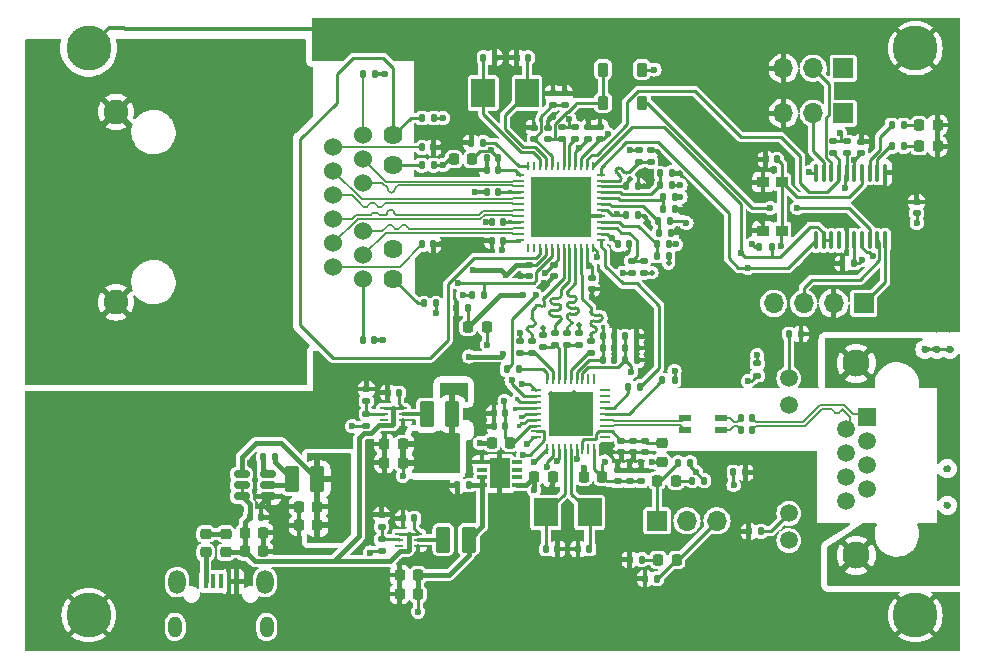
<source format=gtl>
%TF.GenerationSoftware,KiCad,Pcbnew,7.0.1*%
%TF.CreationDate,2023-03-30T19:37:26+02:00*%
%TF.ProjectId,home-media-converter,686f6d65-2d6d-4656-9469-612d636f6e76,rev?*%
%TF.SameCoordinates,Original*%
%TF.FileFunction,Copper,L1,Top*%
%TF.FilePolarity,Positive*%
%FSLAX46Y46*%
G04 Gerber Fmt 4.6, Leading zero omitted, Abs format (unit mm)*
G04 Created by KiCad (PCBNEW 7.0.1) date 2023-03-30 19:37:26*
%MOMM*%
%LPD*%
G01*
G04 APERTURE LIST*
G04 Aperture macros list*
%AMRoundRect*
0 Rectangle with rounded corners*
0 $1 Rounding radius*
0 $2 $3 $4 $5 $6 $7 $8 $9 X,Y pos of 4 corners*
0 Add a 4 corners polygon primitive as box body*
4,1,4,$2,$3,$4,$5,$6,$7,$8,$9,$2,$3,0*
0 Add four circle primitives for the rounded corners*
1,1,$1+$1,$2,$3*
1,1,$1+$1,$4,$5*
1,1,$1+$1,$6,$7*
1,1,$1+$1,$8,$9*
0 Add four rect primitives between the rounded corners*
20,1,$1+$1,$2,$3,$4,$5,0*
20,1,$1+$1,$4,$5,$6,$7,0*
20,1,$1+$1,$6,$7,$8,$9,0*
20,1,$1+$1,$8,$9,$2,$3,0*%
G04 Aperture macros list end*
%TA.AperFunction,ConnectorPad*%
%ADD10C,3.800000*%
%TD*%
%TA.AperFunction,ComponentPad*%
%ADD11C,2.600000*%
%TD*%
%TA.AperFunction,SMDPad,CuDef*%
%ADD12RoundRect,0.135000X-0.185000X0.135000X-0.185000X-0.135000X0.185000X-0.135000X0.185000X0.135000X0*%
%TD*%
%TA.AperFunction,SMDPad,CuDef*%
%ADD13RoundRect,0.140000X0.170000X-0.140000X0.170000X0.140000X-0.170000X0.140000X-0.170000X-0.140000X0*%
%TD*%
%TA.AperFunction,SMDPad,CuDef*%
%ADD14R,0.254800X0.807999*%
%TD*%
%TA.AperFunction,SMDPad,CuDef*%
%ADD15R,0.807999X0.254800*%
%TD*%
%TA.AperFunction,SMDPad,CuDef*%
%ADD16R,3.810000X3.810000*%
%TD*%
%TA.AperFunction,SMDPad,CuDef*%
%ADD17RoundRect,0.225000X-0.225000X-0.250000X0.225000X-0.250000X0.225000X0.250000X-0.225000X0.250000X0*%
%TD*%
%TA.AperFunction,SMDPad,CuDef*%
%ADD18R,5.156200X5.156200*%
%TD*%
%TA.AperFunction,SMDPad,CuDef*%
%ADD19R,0.254800X0.757199*%
%TD*%
%TA.AperFunction,SMDPad,CuDef*%
%ADD20R,0.757199X0.254800*%
%TD*%
%TA.AperFunction,SMDPad,CuDef*%
%ADD21RoundRect,0.140000X0.140000X0.170000X-0.140000X0.170000X-0.140000X-0.170000X0.140000X-0.170000X0*%
%TD*%
%TA.AperFunction,SMDPad,CuDef*%
%ADD22RoundRect,0.135000X0.185000X-0.135000X0.185000X0.135000X-0.185000X0.135000X-0.185000X-0.135000X0*%
%TD*%
%TA.AperFunction,SMDPad,CuDef*%
%ADD23RoundRect,0.218750X-0.256250X0.218750X-0.256250X-0.218750X0.256250X-0.218750X0.256250X0.218750X0*%
%TD*%
%TA.AperFunction,SMDPad,CuDef*%
%ADD24RoundRect,0.225000X0.225000X0.250000X-0.225000X0.250000X-0.225000X-0.250000X0.225000X-0.250000X0*%
%TD*%
%TA.AperFunction,SMDPad,CuDef*%
%ADD25RoundRect,0.135000X-0.135000X-0.185000X0.135000X-0.185000X0.135000X0.185000X-0.135000X0.185000X0*%
%TD*%
%TA.AperFunction,SMDPad,CuDef*%
%ADD26RoundRect,0.135000X0.135000X0.185000X-0.135000X0.185000X-0.135000X-0.185000X0.135000X-0.185000X0*%
%TD*%
%TA.AperFunction,SMDPad,CuDef*%
%ADD27RoundRect,0.140000X-0.140000X-0.170000X0.140000X-0.170000X0.140000X0.170000X-0.140000X0.170000X0*%
%TD*%
%TA.AperFunction,SMDPad,CuDef*%
%ADD28R,2.000000X2.400000*%
%TD*%
%TA.AperFunction,SMDPad,CuDef*%
%ADD29RoundRect,0.218750X0.256250X-0.218750X0.256250X0.218750X-0.256250X0.218750X-0.256250X-0.218750X0*%
%TD*%
%TA.AperFunction,ComponentPad*%
%ADD30C,2.082800*%
%TD*%
%TA.AperFunction,ComponentPad*%
%ADD31C,1.624000*%
%TD*%
%TA.AperFunction,ComponentPad*%
%ADD32C,1.524000*%
%TD*%
%TA.AperFunction,SMDPad,CuDef*%
%ADD33RoundRect,0.140000X-0.170000X0.140000X-0.170000X-0.140000X0.170000X-0.140000X0.170000X0.140000X0*%
%TD*%
%TA.AperFunction,SMDPad,CuDef*%
%ADD34RoundRect,0.218750X-0.218750X-0.256250X0.218750X-0.256250X0.218750X0.256250X-0.218750X0.256250X0*%
%TD*%
%TA.AperFunction,SMDPad,CuDef*%
%ADD35R,0.706399X0.229400*%
%TD*%
%TA.AperFunction,ComponentPad*%
%ADD36R,1.700000X1.700000*%
%TD*%
%TA.AperFunction,ComponentPad*%
%ADD37O,1.700000X1.700000*%
%TD*%
%TA.AperFunction,SMDPad,CuDef*%
%ADD38RoundRect,0.250000X-0.375000X-0.850000X0.375000X-0.850000X0.375000X0.850000X-0.375000X0.850000X0*%
%TD*%
%TA.AperFunction,SMDPad,CuDef*%
%ADD39RoundRect,0.100000X-0.100000X0.637500X-0.100000X-0.637500X0.100000X-0.637500X0.100000X0.637500X0*%
%TD*%
%TA.AperFunction,SMDPad,CuDef*%
%ADD40RoundRect,0.150000X-0.512500X-0.150000X0.512500X-0.150000X0.512500X0.150000X-0.512500X0.150000X0*%
%TD*%
%TA.AperFunction,SMDPad,CuDef*%
%ADD41R,0.450000X1.300000*%
%TD*%
%TA.AperFunction,ComponentPad*%
%ADD42O,1.450000X2.000000*%
%TD*%
%TA.AperFunction,ComponentPad*%
%ADD43O,1.150000X1.800000*%
%TD*%
%TA.AperFunction,SMDPad,CuDef*%
%ADD44R,1.041400X0.609600*%
%TD*%
%TA.AperFunction,SMDPad,CuDef*%
%ADD45R,1.000000X0.900000*%
%TD*%
%TA.AperFunction,SMDPad,CuDef*%
%ADD46RoundRect,0.218750X0.218750X0.256250X-0.218750X0.256250X-0.218750X-0.256250X0.218750X-0.256250X0*%
%TD*%
%TA.AperFunction,SMDPad,CuDef*%
%ADD47R,0.931065X0.302473*%
%TD*%
%TA.AperFunction,SMDPad,CuDef*%
%ADD48R,1.749999X2.500000*%
%TD*%
%TA.AperFunction,ComponentPad*%
%ADD49R,1.500000X1.500000*%
%TD*%
%TA.AperFunction,ComponentPad*%
%ADD50C,1.500000*%
%TD*%
%TA.AperFunction,ComponentPad*%
%ADD51C,2.300000*%
%TD*%
%TA.AperFunction,SMDPad,CuDef*%
%ADD52RoundRect,0.225000X0.225000X0.375000X-0.225000X0.375000X-0.225000X-0.375000X0.225000X-0.375000X0*%
%TD*%
%TA.AperFunction,ViaPad*%
%ADD53C,0.600000*%
%TD*%
%TA.AperFunction,ViaPad*%
%ADD54C,0.450000*%
%TD*%
%TA.AperFunction,ViaPad*%
%ADD55C,0.500000*%
%TD*%
%TA.AperFunction,Conductor*%
%ADD56C,0.350000*%
%TD*%
%TA.AperFunction,Conductor*%
%ADD57C,0.250000*%
%TD*%
%TA.AperFunction,Conductor*%
%ADD58C,0.400000*%
%TD*%
%TA.AperFunction,Conductor*%
%ADD59C,0.293000*%
%TD*%
%TA.AperFunction,Conductor*%
%ADD60C,0.175000*%
%TD*%
%TA.AperFunction,Conductor*%
%ADD61C,0.300000*%
%TD*%
%TA.AperFunction,Conductor*%
%ADD62C,0.150000*%
%TD*%
%TA.AperFunction,Conductor*%
%ADD63C,0.200000*%
%TD*%
G04 APERTURE END LIST*
D10*
X109000000Y-155000000D03*
D11*
X109000000Y-155000000D03*
D10*
X109000000Y-107000000D03*
D11*
X109000000Y-107000000D03*
D10*
X39000000Y-107000000D03*
D11*
X39000000Y-107000000D03*
D10*
X39000000Y-155000000D03*
D11*
X39000000Y-155000000D03*
D12*
X80200000Y-113690000D03*
X80200000Y-114710000D03*
D13*
X78300000Y-111780000D03*
X78300000Y-110820000D03*
D14*
X77799999Y-140888000D03*
X78300000Y-140888000D03*
X78799999Y-140888000D03*
X79300001Y-140888000D03*
X79800000Y-140888000D03*
X80299999Y-140888000D03*
X80800001Y-140888000D03*
X81300000Y-140888000D03*
X81800001Y-140888000D03*
D15*
X82744000Y-139944001D03*
X82744000Y-139444000D03*
X82744000Y-138944001D03*
X82744000Y-138443999D03*
X82744000Y-137944000D03*
X82744000Y-137444001D03*
X82744000Y-136943999D03*
X82744000Y-136444000D03*
X82744000Y-135943999D03*
D14*
X81800001Y-135000000D03*
X81300000Y-135000000D03*
X80800001Y-135000000D03*
X80299999Y-135000000D03*
X79800000Y-135000000D03*
X79300001Y-135000000D03*
X78799999Y-135000000D03*
X78300000Y-135000000D03*
X77799999Y-135000000D03*
D15*
X76856000Y-135943999D03*
X76856000Y-136444000D03*
X76856000Y-136943999D03*
X76856000Y-137444001D03*
X76856000Y-137944000D03*
X76856000Y-138443999D03*
X76856000Y-138944001D03*
X76856000Y-139444000D03*
X76856000Y-139944001D03*
D16*
X79800000Y-137944000D03*
D17*
X52225000Y-149600000D03*
X53775000Y-149600000D03*
D18*
X78952000Y-120450000D03*
D19*
X76202000Y-116998000D03*
X76701999Y-116998000D03*
X77202001Y-116998000D03*
X77702000Y-116998000D03*
X78201999Y-116998000D03*
X78702000Y-116998000D03*
X79202000Y-116998000D03*
X79702001Y-116998000D03*
X80202000Y-116998000D03*
X80701999Y-116998000D03*
X81202001Y-116998000D03*
X81702000Y-116998000D03*
D20*
X82404000Y-117700000D03*
X82404000Y-118199999D03*
X82404000Y-118700001D03*
X82404000Y-119200000D03*
X82404000Y-119699999D03*
X82404000Y-120200000D03*
X82404000Y-120700000D03*
X82404000Y-121200001D03*
X82404000Y-121700000D03*
X82404000Y-122199999D03*
X82404000Y-122700001D03*
X82404000Y-123200000D03*
D19*
X81702000Y-123902000D03*
X81202001Y-123902000D03*
X80701999Y-123902000D03*
X80202000Y-123902000D03*
X79702001Y-123902000D03*
X79202000Y-123902000D03*
X78702000Y-123902000D03*
X78201999Y-123902000D03*
X77702000Y-123902000D03*
X77202001Y-123902000D03*
X76701999Y-123902000D03*
X76202000Y-123902000D03*
D20*
X75500000Y-123200000D03*
X75500000Y-122700001D03*
X75500000Y-122199999D03*
X75500000Y-121700000D03*
X75500000Y-121200001D03*
X75500000Y-120700000D03*
X75500000Y-120200000D03*
X75500000Y-119699999D03*
X75500000Y-119200000D03*
X75500000Y-118700001D03*
X75500000Y-118199999D03*
X75500000Y-117700000D03*
D21*
X97280000Y-116400000D03*
X96320000Y-116400000D03*
D22*
X85600000Y-116610000D03*
X85600000Y-115590000D03*
D23*
X50600000Y-148112500D03*
X50600000Y-149687500D03*
D24*
X65575000Y-140500000D03*
X64025000Y-140500000D03*
D25*
X87590000Y-120600000D03*
X88610000Y-120600000D03*
D26*
X87110000Y-151900000D03*
X86090000Y-151900000D03*
D13*
X85800000Y-143680000D03*
X85800000Y-142720000D03*
D12*
X78500000Y-131078000D03*
X78500000Y-132098000D03*
D27*
X62240000Y-109200000D03*
X63200000Y-109200000D03*
D25*
X87590000Y-119600000D03*
X88610000Y-119600000D03*
D13*
X84800000Y-143680000D03*
X84800000Y-142720000D03*
X82300000Y-114660000D03*
X82300000Y-113700000D03*
D28*
X76100000Y-110800000D03*
X72400000Y-110800000D03*
D29*
X87500000Y-142000000D03*
X87500000Y-140425000D03*
D30*
X41305000Y-112379500D03*
X41305000Y-128508500D03*
D31*
X64800000Y-114348000D03*
X64800000Y-116888000D03*
X64800000Y-124000000D03*
X64800000Y-126540000D03*
D32*
X62260000Y-114348000D03*
X62260000Y-116380000D03*
X62260000Y-118412000D03*
X62260000Y-122476000D03*
X62260000Y-124508000D03*
X62260000Y-126540000D03*
X59720000Y-115364000D03*
X59720000Y-117396000D03*
X59720000Y-119428000D03*
X59720000Y-121460000D03*
X59720000Y-123492000D03*
X59720000Y-125524000D03*
D25*
X106977500Y-115300000D03*
X107997500Y-115300000D03*
D33*
X86100000Y-140220000D03*
X86100000Y-141180000D03*
D25*
X106977500Y-113500000D03*
X107997500Y-113500000D03*
D17*
X76725000Y-143300000D03*
X78275000Y-143300000D03*
D34*
X69900000Y-116400000D03*
X71475000Y-116400000D03*
D13*
X79300000Y-111780000D03*
X79300000Y-110820000D03*
D33*
X85120000Y-140220000D03*
X85120000Y-141180000D03*
D25*
X71480000Y-127900000D03*
X72500000Y-127900000D03*
D35*
X66895400Y-149100126D03*
X66895400Y-148600000D03*
X66895400Y-148099874D03*
X65300000Y-148099874D03*
X65300000Y-148600000D03*
X65300000Y-149100126D03*
D36*
X104620000Y-128600000D03*
D37*
X102080000Y-128600000D03*
X99540000Y-128600000D03*
X97000000Y-128600000D03*
D29*
X48900000Y-149687500D03*
X48900000Y-148112500D03*
D27*
X82540000Y-131388000D03*
X83500000Y-131388000D03*
D38*
X67625000Y-137970387D03*
X69775000Y-137970387D03*
D25*
X88890000Y-142100000D03*
X89910000Y-142100000D03*
D39*
X106425000Y-117537500D03*
X105775000Y-117537500D03*
X105125000Y-117537500D03*
X104475000Y-117537500D03*
X103825000Y-117537500D03*
X103175000Y-117537500D03*
X102525000Y-117537500D03*
X101875000Y-117537500D03*
X101225000Y-117537500D03*
X100575000Y-117537500D03*
X100575000Y-123262500D03*
X101225000Y-123262500D03*
X101875000Y-123262500D03*
X102525000Y-123262500D03*
X103175000Y-123262500D03*
X103825000Y-123262500D03*
X104475000Y-123262500D03*
X105125000Y-123262500D03*
X105775000Y-123262500D03*
X106425000Y-123262500D03*
D21*
X103780000Y-125200000D03*
X102820000Y-125200000D03*
D26*
X85810000Y-150300000D03*
X84790000Y-150300000D03*
D27*
X53775000Y-141600000D03*
X54735000Y-141600000D03*
D22*
X62500000Y-138980387D03*
X62500000Y-137960387D03*
D28*
X77700000Y-146300000D03*
X81400000Y-146300000D03*
D25*
X98290000Y-131200000D03*
X99310000Y-131200000D03*
D36*
X102880000Y-108700000D03*
D37*
X100340000Y-108700000D03*
X97800000Y-108700000D03*
D12*
X79100000Y-113690000D03*
X79100000Y-114710000D03*
D22*
X86000000Y-126010000D03*
X86000000Y-124990000D03*
D25*
X87090000Y-123600000D03*
X88110000Y-123600000D03*
D21*
X65280000Y-136170387D03*
X64320000Y-136170387D03*
D12*
X102000000Y-114890000D03*
X102000000Y-115910000D03*
D21*
X71080000Y-129000000D03*
X70120000Y-129000000D03*
D24*
X65322700Y-153200000D03*
X66872700Y-153200000D03*
D12*
X77500000Y-131278000D03*
X77500000Y-132298000D03*
D26*
X72410000Y-115000000D03*
X71390000Y-115000000D03*
D22*
X62500000Y-136880387D03*
X62500000Y-135860387D03*
D34*
X87112500Y-143600000D03*
X88687500Y-143600000D03*
D21*
X74100000Y-123300000D03*
X73140000Y-123300000D03*
D25*
X67380000Y-128600000D03*
X68400000Y-128600000D03*
D27*
X77720000Y-149400000D03*
X78680000Y-149400000D03*
D13*
X77900000Y-114680000D03*
X77900000Y-113720000D03*
D35*
X65597700Y-138470513D03*
X65597700Y-137970387D03*
X65597700Y-137470261D03*
X64002300Y-137470261D03*
X64002300Y-137970387D03*
X64002300Y-138470513D03*
D21*
X74280000Y-137900000D03*
X73320000Y-137900000D03*
D25*
X93580000Y-142900000D03*
X94600000Y-142900000D03*
D40*
X51937500Y-143050000D03*
X51937500Y-144000000D03*
X51937500Y-144950000D03*
X54212500Y-144950000D03*
X54212500Y-144000000D03*
X54212500Y-143050000D03*
D27*
X82540000Y-132388000D03*
X83500000Y-132388000D03*
D13*
X104400000Y-115880000D03*
X104400000Y-114920000D03*
D24*
X66872700Y-151600000D03*
X65322700Y-151600000D03*
D26*
X85710000Y-135644000D03*
X84690000Y-135644000D03*
D12*
X79500000Y-131078000D03*
X79500000Y-132098000D03*
X75500000Y-131778000D03*
X75500000Y-132798000D03*
D27*
X84520000Y-121100000D03*
X85480000Y-121100000D03*
D21*
X72720000Y-117300000D03*
X73680000Y-117300000D03*
D41*
X48895000Y-152145000D03*
X49545000Y-152145000D03*
X50195000Y-152145000D03*
X50845000Y-152145000D03*
X51495000Y-152145000D03*
D42*
X46470000Y-152195000D03*
X53920000Y-152195000D03*
D43*
X46320000Y-155995000D03*
X54070000Y-155995000D03*
D24*
X65575000Y-142100000D03*
X64025000Y-142100000D03*
D34*
X71112500Y-130600000D03*
X72687500Y-130600000D03*
D44*
X89475002Y-138300001D03*
X92524998Y-138300001D03*
X92524998Y-139299999D03*
X89475002Y-139299999D03*
D27*
X84420000Y-131388000D03*
X85380000Y-131388000D03*
D25*
X87190000Y-121600000D03*
X88210000Y-121600000D03*
D27*
X84420000Y-133388000D03*
X85380000Y-133388000D03*
D45*
X96100000Y-122450000D03*
X96100000Y-118350000D03*
X97700000Y-118350000D03*
X97700000Y-122450000D03*
D25*
X87290000Y-122600000D03*
X88310000Y-122600000D03*
D34*
X80912500Y-143300000D03*
X82487500Y-143300000D03*
D27*
X84420000Y-132388000D03*
X85380000Y-132388000D03*
D25*
X90090000Y-143600000D03*
X91110000Y-143600000D03*
D22*
X63797700Y-149600000D03*
X63797700Y-148580000D03*
X86600000Y-116610000D03*
X86600000Y-115590000D03*
D46*
X110875000Y-113500000D03*
X109300000Y-113500000D03*
D27*
X67220000Y-115400000D03*
X68180000Y-115400000D03*
D22*
X63797700Y-147510000D03*
X63797700Y-146490000D03*
D21*
X74280000Y-139000000D03*
X73320000Y-139000000D03*
D27*
X82540000Y-133388000D03*
X83500000Y-133388000D03*
D13*
X109100000Y-120980000D03*
X109100000Y-120020000D03*
D12*
X84980000Y-124990000D03*
X84980000Y-126010000D03*
D21*
X74080000Y-121700000D03*
X73120000Y-121700000D03*
D36*
X102880000Y-112500000D03*
D37*
X100340000Y-112500000D03*
X97800000Y-112500000D03*
D46*
X110875000Y-115300000D03*
X109300000Y-115300000D03*
D47*
X75298033Y-143974999D03*
X75298033Y-143325001D03*
X75298033Y-142674999D03*
X75298033Y-142025001D03*
X72316967Y-142025001D03*
X72316967Y-142674999D03*
X72316967Y-143325001D03*
X72316967Y-143974999D03*
D48*
X73807500Y-143000000D03*
D33*
X76300000Y-125320000D03*
X76300000Y-126280000D03*
D25*
X67190000Y-116900000D03*
X68210000Y-116900000D03*
D13*
X76700000Y-114680000D03*
X76700000Y-113720000D03*
D25*
X87390000Y-117600000D03*
X88410000Y-117600000D03*
D13*
X83800000Y-143680000D03*
X83800000Y-142720000D03*
D27*
X94195002Y-139300001D03*
X95155002Y-139300001D03*
X94195002Y-138300001D03*
X95155002Y-138300001D03*
D21*
X66577700Y-146800000D03*
X65617700Y-146800000D03*
D27*
X67220000Y-123600000D03*
X68180000Y-123600000D03*
D34*
X73112500Y-140400000D03*
X74687500Y-140400000D03*
D13*
X81300000Y-114660000D03*
X81300000Y-113700000D03*
D27*
X52615000Y-146700000D03*
X53575000Y-146700000D03*
D26*
X68220000Y-112900000D03*
X67200000Y-112900000D03*
D17*
X52225000Y-148000000D03*
X53775000Y-148000000D03*
D21*
X72720000Y-116300000D03*
X73680000Y-116300000D03*
D25*
X74380000Y-134188000D03*
X75400000Y-134188000D03*
D26*
X95910000Y-147900000D03*
X94890000Y-147900000D03*
D36*
X87120000Y-147000000D03*
D37*
X89660000Y-147000000D03*
X92200000Y-147000000D03*
D12*
X103200000Y-114890000D03*
X103200000Y-115910000D03*
X80500000Y-131078000D03*
X80500000Y-132098000D03*
X81500000Y-132788000D03*
X81500000Y-131768000D03*
D33*
X81600000Y-126420000D03*
X81600000Y-127380000D03*
D27*
X62220000Y-131700000D03*
X63180000Y-131700000D03*
D21*
X81380000Y-149400000D03*
X80420000Y-149400000D03*
D12*
X76500000Y-131778000D03*
X76500000Y-132798000D03*
D26*
X88110000Y-124600000D03*
X87090000Y-124600000D03*
D38*
X56200000Y-143500000D03*
X58350000Y-143500000D03*
D34*
X87212500Y-150300000D03*
X88787500Y-150300000D03*
D21*
X73380000Y-107800000D03*
X72420000Y-107800000D03*
D25*
X95790000Y-123800000D03*
X96810000Y-123800000D03*
X87390000Y-118600000D03*
X88410000Y-118600000D03*
D24*
X58350000Y-145800000D03*
X56800000Y-145800000D03*
D33*
X78400000Y-125320000D03*
X78400000Y-126280000D03*
X84100000Y-140220000D03*
X84100000Y-141180000D03*
D49*
X104875002Y-138252001D03*
D50*
X103095002Y-139268001D03*
X104875002Y-140284001D03*
X103095002Y-141300001D03*
X104875002Y-142316001D03*
X103095002Y-143332001D03*
X104875002Y-144348001D03*
X103095002Y-145364001D03*
X98275002Y-134952001D03*
X98275002Y-137242001D03*
X98275002Y-146382001D03*
X98275002Y-148672001D03*
D51*
X103985002Y-133682001D03*
X103985002Y-149942001D03*
D24*
X58350000Y-147400000D03*
X56800000Y-147400000D03*
D52*
X85850000Y-108800000D03*
X82550000Y-108800000D03*
X85850000Y-111600000D03*
X82550000Y-111600000D03*
D21*
X73680000Y-119200000D03*
X72720000Y-119200000D03*
X71180000Y-144000000D03*
X70220000Y-144000000D03*
D27*
X83820000Y-123600000D03*
X84780000Y-123600000D03*
X84520000Y-118700000D03*
X85480000Y-118700000D03*
D38*
X69022700Y-148600000D03*
X71172700Y-148600000D03*
D12*
X95600000Y-133690000D03*
X95600000Y-134710000D03*
D26*
X88600000Y-135100000D03*
X87580000Y-135100000D03*
D27*
X75220000Y-107800000D03*
X76180000Y-107800000D03*
D53*
X109800000Y-132500000D03*
X111900000Y-132500000D03*
X111700000Y-142600000D03*
X110800000Y-132500000D03*
X58700000Y-105400000D03*
X92600000Y-128400000D03*
X85000000Y-128900000D03*
X86300000Y-131400000D03*
X85800000Y-142000000D03*
X83800000Y-142000000D03*
X83400000Y-112900000D03*
X111700000Y-145700000D03*
X65500000Y-150500000D03*
X69400000Y-144000000D03*
X72500000Y-139400000D03*
X105300000Y-114900000D03*
X79300000Y-109900000D03*
X78300000Y-109900000D03*
X70500000Y-115000000D03*
X69000000Y-115400000D03*
X70100000Y-129900000D03*
X63500000Y-135400000D03*
X79600000Y-150300000D03*
X83700000Y-150300000D03*
X85000000Y-151900000D03*
X94800000Y-148900000D03*
X95600000Y-142900000D03*
X99300000Y-132200000D03*
X101900000Y-125200000D03*
X109000000Y-119100000D03*
X103200000Y-121900000D03*
X107500000Y-117600000D03*
X74400000Y-107800000D03*
X73200000Y-143000000D03*
X74400000Y-143000000D03*
X73800000Y-143900000D03*
X73800000Y-142100000D03*
X66900000Y-154700000D03*
X80480000Y-115480000D03*
X95100000Y-116400000D03*
X96100000Y-119600000D03*
X74000000Y-124100000D03*
X73100000Y-115574500D03*
X66900000Y-149800000D03*
X75600000Y-126300000D03*
X64100000Y-109200000D03*
X95600000Y-121400000D03*
X78256233Y-144243767D03*
X65600000Y-139200000D03*
X77600000Y-127100000D03*
X84800000Y-142000000D03*
X78287180Y-112787180D03*
X75566102Y-113466102D03*
X51500000Y-153700000D03*
X50500000Y-153700000D03*
X51800000Y-150800000D03*
X50800000Y-150800000D03*
X63400000Y-154500000D03*
X63400000Y-153466666D03*
X63400000Y-152433333D03*
X63400000Y-151400000D03*
X67400000Y-145200000D03*
X66200000Y-145200000D03*
X65000000Y-145200000D03*
X63800000Y-145200000D03*
X62900000Y-141300000D03*
X55200000Y-149200000D03*
X55200000Y-148100000D03*
X55200000Y-147100000D03*
X55200000Y-146100000D03*
X68900000Y-123600000D03*
X71919271Y-123193055D03*
X72641641Y-121749300D03*
X71700000Y-119200000D03*
X71600000Y-117400000D03*
X81300000Y-112900000D03*
X74100000Y-132900000D03*
X71200000Y-133100000D03*
X74300000Y-126200000D03*
X71500000Y-125800000D03*
X75800000Y-127900000D03*
X77617784Y-126017784D03*
X81347999Y-125459462D03*
X83280940Y-123038570D03*
X83695717Y-121054000D03*
X82943767Y-114243767D03*
X72753500Y-132100000D03*
X93603001Y-144000000D03*
X95185263Y-123531790D03*
X69000000Y-112900000D03*
X84906792Y-134406792D03*
X82700000Y-142000000D03*
X94225000Y-124375000D03*
X94800000Y-125600000D03*
X88600000Y-134300000D03*
X103000000Y-118800000D03*
X105370376Y-124564812D03*
X95600000Y-133000000D03*
X94800000Y-135200000D03*
X80374500Y-141765584D03*
X78650000Y-141950000D03*
X77770889Y-142435957D03*
X76700000Y-142000000D03*
X76100000Y-140500000D03*
D54*
X82562963Y-130609093D03*
D53*
X74200000Y-136900000D03*
X75800000Y-141400000D03*
D54*
X75400000Y-139000000D03*
D53*
X72100000Y-140400000D03*
X86700000Y-142000000D03*
X80900000Y-142500000D03*
X76700000Y-144400000D03*
X90416196Y-142862655D03*
X65600000Y-143200000D03*
X61300000Y-139000000D03*
X62800000Y-149700000D03*
X69200000Y-141700000D03*
X68300000Y-141700000D03*
X67400000Y-141700000D03*
X69200000Y-140300000D03*
X68300000Y-140300000D03*
X67400000Y-140300000D03*
D54*
X77315000Y-113060000D03*
X74700000Y-121700000D03*
X74700000Y-119200000D03*
D53*
X69000000Y-116900000D03*
X70700000Y-127900000D03*
X63900000Y-131700000D03*
D55*
X78800000Y-119400000D03*
X81100000Y-120400000D03*
X80400000Y-121100000D03*
X81100000Y-121700000D03*
X81100000Y-122600000D03*
X80100000Y-122600000D03*
X79000000Y-122600000D03*
X76900000Y-121000000D03*
X77900000Y-120100000D03*
X76900000Y-119400000D03*
X79700000Y-118400000D03*
X78766666Y-118400000D03*
X77833333Y-118400000D03*
X76900000Y-118400000D03*
X78100000Y-136300000D03*
X81300000Y-139400000D03*
X79800000Y-139400000D03*
X78300000Y-139400000D03*
X80100000Y-136200000D03*
X79400000Y-136900000D03*
D53*
X75500000Y-131100000D03*
X68400000Y-129400000D03*
X70300000Y-126900000D03*
X81600000Y-128100000D03*
D55*
X84564754Y-124317759D03*
D53*
X79700000Y-113000000D03*
X99000000Y-120500000D03*
X96700000Y-120500000D03*
X86900000Y-108800000D03*
X100000000Y-117500000D03*
X102600000Y-114200000D03*
X103825000Y-116455000D03*
X97600000Y-123700000D03*
X109100000Y-121800000D03*
X104500000Y-124900000D03*
X60075000Y-148300000D03*
X60075000Y-147400000D03*
X60075000Y-146500000D03*
X60075000Y-145600000D03*
X60075000Y-144700000D03*
X60075000Y-143800000D03*
X60075000Y-142900000D03*
X60075000Y-142000000D03*
D55*
X86700000Y-126000000D03*
X88100000Y-125200000D03*
X84867034Y-118102904D03*
X80500000Y-130398000D03*
X77500000Y-130700000D03*
X89100000Y-117600000D03*
X86000000Y-118700000D03*
X85380000Y-132898000D03*
X87200000Y-115800000D03*
X89124789Y-120875210D03*
X86073564Y-121326436D03*
X83500000Y-132898000D03*
X88826965Y-122321284D03*
D54*
X75300000Y-136700000D03*
D53*
X84206791Y-125993209D03*
D54*
X75108976Y-137569959D03*
D53*
X88700000Y-123600000D03*
D54*
X75621487Y-138210446D03*
D53*
X89600000Y-121800000D03*
X89100000Y-119600000D03*
X84800000Y-115600000D03*
X75700000Y-135400000D03*
X74800000Y-135100000D03*
X89100000Y-118600000D03*
X76832216Y-127932216D03*
X82000000Y-124700000D03*
D56*
X42100000Y-105400000D02*
X42000000Y-105300000D01*
X58700000Y-105400000D02*
X42100000Y-105400000D01*
X42000000Y-105300000D02*
X40700000Y-105300000D01*
X40700000Y-105300000D02*
X39000000Y-107000000D01*
D57*
X77700000Y-146300000D02*
X77700000Y-149380000D01*
X77700000Y-149380000D02*
X77720000Y-149400000D01*
X81400000Y-146300000D02*
X81400000Y-149380000D01*
X81400000Y-149380000D02*
X81380000Y-149400000D01*
D56*
X73380000Y-107800000D02*
X75220000Y-107800000D01*
D57*
X72420000Y-107800000D02*
X72400000Y-107820000D01*
X72400000Y-107820000D02*
X72400000Y-110800000D01*
X76180000Y-107800000D02*
X76100000Y-107880000D01*
X76100000Y-107880000D02*
X76100000Y-110800000D01*
D56*
X72316967Y-142025001D02*
X73725001Y-142025001D01*
X73725001Y-142025001D02*
X73800000Y-142100000D01*
D58*
X52225000Y-148000000D02*
X52225000Y-147090000D01*
X52225000Y-147090000D02*
X52615000Y-146700000D01*
D57*
X99540000Y-128600000D02*
X99540000Y-127260000D01*
X104300000Y-126600000D02*
X105945376Y-124954624D01*
X99540000Y-127260000D02*
X100200000Y-126600000D01*
X100200000Y-126600000D02*
X104300000Y-126600000D01*
X105945376Y-124954624D02*
X105945376Y-123432876D01*
X105945376Y-123432876D02*
X105775000Y-123262500D01*
X104620000Y-128600000D02*
X106425000Y-126795000D01*
X106425000Y-126795000D02*
X106425000Y-123262500D01*
X103780000Y-125200000D02*
X104200000Y-125200000D01*
X104200000Y-125200000D02*
X104500000Y-124900000D01*
X103780000Y-125200000D02*
X103780000Y-123307500D01*
X103780000Y-123307500D02*
X103825000Y-123262500D01*
X74200000Y-136900000D02*
X74200000Y-137820000D01*
X74200000Y-137820000D02*
X74280000Y-137900000D01*
X74280000Y-139000000D02*
X74280000Y-137900000D01*
X74280000Y-139000000D02*
X74280000Y-139992500D01*
X74280000Y-139992500D02*
X74687500Y-140400000D01*
X75108976Y-137569959D02*
X75178935Y-137500000D01*
X75178935Y-137500000D02*
X76146002Y-137500000D01*
X76146002Y-137500000D02*
X76202001Y-137444001D01*
X76202001Y-137444001D02*
X76856000Y-137444001D01*
X75300000Y-136700000D02*
X75543999Y-136943999D01*
X75543999Y-136943999D02*
X76856000Y-136943999D01*
D59*
X89400000Y-121600000D02*
X88210000Y-121600000D01*
X89600000Y-121800000D02*
X89400000Y-121600000D01*
D57*
X89124789Y-120875210D02*
X88849579Y-120600000D01*
X88849579Y-120600000D02*
X88610000Y-120600000D01*
X75400000Y-139000000D02*
X75639554Y-138760446D01*
X75639554Y-138760446D02*
X75849305Y-138760446D01*
X75849305Y-138760446D02*
X76165752Y-138443999D01*
X76165752Y-138443999D02*
X76856000Y-138443999D01*
X76700000Y-142000000D02*
X76700000Y-141987999D01*
X76700000Y-141987999D02*
X77799999Y-140888000D01*
X75800000Y-141400000D02*
X76344000Y-141400000D01*
X76344000Y-141400000D02*
X77534999Y-140209001D01*
X77534999Y-140209001D02*
X77534999Y-139469000D01*
X77534999Y-139469000D02*
X77509999Y-139444000D01*
X77509999Y-139444000D02*
X76856000Y-139444000D01*
X77770889Y-142435957D02*
X77770889Y-142015938D01*
X78300000Y-141486827D02*
X78300000Y-140888000D01*
X77770889Y-142015938D02*
X78300000Y-141486827D01*
X78650000Y-141950000D02*
X78799999Y-141800001D01*
X78799999Y-141800001D02*
X78799999Y-140888000D01*
D58*
X80900000Y-143287500D02*
X80912500Y-143300000D01*
X80900000Y-142500000D02*
X80900000Y-143287500D01*
D57*
X94225000Y-124375000D02*
X94200000Y-124350000D01*
X94200000Y-124350000D02*
X94200000Y-120200000D01*
X94200000Y-120200000D02*
X87700000Y-113700000D01*
X87700000Y-113700000D02*
X85000000Y-113700000D01*
X85000000Y-113700000D02*
X81702000Y-116998000D01*
X94225000Y-124375000D02*
X94550000Y-124700000D01*
X94550000Y-124700000D02*
X96800000Y-124700000D01*
X94800000Y-125600000D02*
X94000000Y-125600000D01*
X93200000Y-124800000D02*
X93200000Y-120957537D01*
X94000000Y-125600000D02*
X93200000Y-124800000D01*
X93200000Y-120957537D02*
X87217463Y-114975000D01*
X87217463Y-114975000D02*
X84529400Y-114975000D01*
X84529400Y-114975000D02*
X82404000Y-117100400D01*
X82404000Y-117100400D02*
X82404000Y-117700000D01*
D58*
X52615000Y-145627500D02*
X52615000Y-146700000D01*
D56*
X53575000Y-145587500D02*
X53575000Y-146700000D01*
D57*
X105775000Y-117537500D02*
X105775000Y-116390686D01*
X105775000Y-116390686D02*
X106865686Y-115300000D01*
X106865686Y-115300000D02*
X106977500Y-115300000D01*
X105125000Y-117537500D02*
X105125000Y-116475000D01*
X105125000Y-116475000D02*
X106000000Y-115600000D01*
X106000000Y-115600000D02*
X106000000Y-114477500D01*
X106000000Y-114477500D02*
X106977500Y-113500000D01*
D58*
X66872700Y-151600000D02*
X66872700Y-153200000D01*
X71172700Y-148600000D02*
X71172700Y-149927300D01*
X71172700Y-149927300D02*
X69500000Y-151600000D01*
X69500000Y-151600000D02*
X66872700Y-151600000D01*
D57*
X66900000Y-154700000D02*
X66900000Y-153227300D01*
X66900000Y-153227300D02*
X66872700Y-153200000D01*
X65575000Y-140500000D02*
X65575000Y-142100000D01*
X65600000Y-143200000D02*
X65600000Y-142125000D01*
X65600000Y-142125000D02*
X65575000Y-142100000D01*
D58*
X59775000Y-150425000D02*
X61900000Y-148300000D01*
X61900000Y-148300000D02*
X61900000Y-140000000D01*
X61900000Y-140000000D02*
X62299613Y-139600387D01*
X62299613Y-139600387D02*
X62885894Y-139600387D01*
X62885894Y-139600387D02*
X63551068Y-138935213D01*
X63551068Y-138935213D02*
X64705499Y-138935213D01*
X64705499Y-138935213D02*
X64800000Y-138840712D01*
X64800000Y-138840712D02*
X64800000Y-137470261D01*
D57*
X62480387Y-139000000D02*
X62500000Y-138980387D01*
X61300000Y-139000000D02*
X62480387Y-139000000D01*
X81300000Y-114660000D02*
X80202000Y-115758000D01*
X80202000Y-115758000D02*
X80202000Y-116998000D01*
X80200000Y-113690000D02*
X79700000Y-113690000D01*
X79700000Y-113000000D02*
X79700000Y-113690000D01*
X79700000Y-113690000D02*
X79100000Y-113690000D01*
D56*
X96320000Y-116400000D02*
X95100000Y-116400000D01*
X96100000Y-118350000D02*
X96100000Y-119600000D01*
D57*
X74000000Y-124100000D02*
X74000000Y-123400000D01*
X74000000Y-123400000D02*
X74100000Y-123300000D01*
X73095000Y-115579500D02*
X73100000Y-115574500D01*
X73095000Y-115715000D02*
X73095000Y-115579500D01*
D56*
X66895400Y-149795400D02*
X66900000Y-149800000D01*
X66895400Y-149100126D02*
X66895400Y-149795400D01*
X75620000Y-126280000D02*
X75600000Y-126300000D01*
X76300000Y-126280000D02*
X75620000Y-126280000D01*
X85120000Y-141180000D02*
X85120000Y-141680000D01*
X85120000Y-141680000D02*
X84800000Y-142000000D01*
D59*
X86600000Y-116610000D02*
X85600000Y-116610000D01*
X87290000Y-122600000D02*
X87290000Y-121700000D01*
X87290000Y-121700000D02*
X87190000Y-121600000D01*
X87090000Y-124600000D02*
X87090000Y-123600000D01*
D56*
X63200000Y-109200000D02*
X64100000Y-109200000D01*
X96100000Y-121900000D02*
X95600000Y-121400000D01*
X96100000Y-122450000D02*
X96100000Y-121900000D01*
X78275000Y-144225000D02*
X78256233Y-144243767D01*
X78275000Y-143300000D02*
X78275000Y-144225000D01*
X65597700Y-139197700D02*
X65600000Y-139200000D01*
X65597700Y-138470513D02*
X65597700Y-139197700D01*
X78400000Y-126300000D02*
X77600000Y-127100000D01*
X78400000Y-126280000D02*
X78400000Y-126300000D01*
D59*
X76832216Y-127932216D02*
X74800000Y-129964432D01*
X74800000Y-129964432D02*
X74800000Y-133768000D01*
X74800000Y-133768000D02*
X74380000Y-134188000D01*
D56*
X84800000Y-142720000D02*
X84800000Y-142000000D01*
X82404000Y-121200001D02*
X79702000Y-121200000D01*
X79702000Y-121200000D02*
X78952000Y-120450000D01*
X77900000Y-113174360D02*
X78287180Y-112787180D01*
X77900000Y-113720000D02*
X77900000Y-113174360D01*
X75820000Y-113720000D02*
X75566102Y-113466102D01*
X76700000Y-113720000D02*
X75820000Y-113720000D01*
X68180000Y-123600000D02*
X68900000Y-123600000D01*
X72026216Y-123300000D02*
X71919271Y-123193055D01*
X73140000Y-123300000D02*
X72026216Y-123300000D01*
X72690941Y-121700000D02*
X72641641Y-121749300D01*
X73120000Y-121700000D02*
X72690941Y-121700000D01*
X72720000Y-119200000D02*
X71700000Y-119200000D01*
X71700000Y-117300000D02*
X71600000Y-117400000D01*
X72720000Y-117300000D02*
X71700000Y-117300000D01*
X72720000Y-116300000D02*
X72720000Y-117300000D01*
D59*
X82000000Y-124700000D02*
X82000000Y-124200000D01*
X82000000Y-124200000D02*
X81702000Y-123902000D01*
D58*
X58350000Y-147400000D02*
X58350000Y-143500000D01*
X60075000Y-142000000D02*
X60075000Y-148300000D01*
D56*
X81300000Y-113700000D02*
X81300000Y-112900000D01*
D57*
X78500000Y-113386827D02*
X79461827Y-112425000D01*
X79551899Y-112425000D02*
X80286827Y-111690072D01*
X79461827Y-112425000D02*
X79551899Y-112425000D01*
X80286827Y-111690072D02*
X80286827Y-111600000D01*
X77500000Y-131278000D02*
X77500000Y-130700000D01*
D58*
X71200000Y-133100000D02*
X73900000Y-133100000D01*
X73900000Y-133100000D02*
X74100000Y-132900000D01*
X76300000Y-125320000D02*
X75180000Y-125320000D01*
X75180000Y-125320000D02*
X74300000Y-126200000D01*
X71500000Y-125800000D02*
X73900000Y-125800000D01*
X73900000Y-125800000D02*
X74300000Y-126200000D01*
D57*
X71112500Y-130600000D02*
X71112500Y-129032500D01*
X71112500Y-129032500D02*
X71080000Y-129000000D01*
X74700000Y-119200000D02*
X75500000Y-119200000D01*
X73680000Y-119200000D02*
X74700000Y-119200000D01*
X79300000Y-111780000D02*
X78300000Y-111780000D01*
X77315000Y-113060000D02*
X77315000Y-112765000D01*
X77315000Y-112765000D02*
X78300000Y-111780000D01*
X76700000Y-114660000D02*
X77315000Y-114045000D01*
X77315000Y-114045000D02*
X77315000Y-113060000D01*
D58*
X73812500Y-127900000D02*
X75800000Y-127900000D01*
X71112500Y-130600000D02*
X73812500Y-127900000D01*
D57*
X72687500Y-130600000D02*
X72687500Y-132034000D01*
X72687500Y-132034000D02*
X72753500Y-132100000D01*
X78315568Y-125320000D02*
X77617784Y-126017784D01*
X78400000Y-125320000D02*
X78315568Y-125320000D01*
X81400000Y-125300000D02*
X81202001Y-125102001D01*
X81600000Y-125500000D02*
X81400000Y-125300000D01*
X81400000Y-125300000D02*
X81347999Y-125352001D01*
X81347999Y-125352001D02*
X81347999Y-125459462D01*
X83260000Y-123040000D02*
X82920001Y-122700001D01*
X83261430Y-123038570D02*
X83280940Y-123038570D01*
X83820000Y-123600000D02*
X83260000Y-123040000D01*
X83260000Y-123040000D02*
X83261430Y-123038570D01*
X83700000Y-121100000D02*
X83300000Y-121100000D01*
X84520000Y-121100000D02*
X83700000Y-121100000D01*
X83700000Y-121100000D02*
X83700000Y-121058283D01*
X83700000Y-121058283D02*
X83695717Y-121054000D01*
X82527534Y-114660000D02*
X82943767Y-114243767D01*
X82300000Y-114660000D02*
X82527534Y-114660000D01*
X95910000Y-147900000D02*
X96757003Y-147900000D01*
X96757003Y-147900000D02*
X98275002Y-146382001D01*
X98290000Y-131200000D02*
X98275002Y-131214998D01*
X98275002Y-131214998D02*
X98275002Y-134952001D01*
X93580000Y-142900000D02*
X93580000Y-143976999D01*
X93580000Y-143976999D02*
X93603001Y-144000000D01*
X97500000Y-124700000D02*
X96800000Y-124700000D01*
X96810000Y-123800000D02*
X96810000Y-124690000D01*
X96810000Y-124690000D02*
X96800000Y-124700000D01*
X95453473Y-123800000D02*
X95185263Y-123531790D01*
X95790000Y-123800000D02*
X95453473Y-123800000D01*
X68220000Y-112900000D02*
X69000000Y-112900000D01*
X67200000Y-112900000D02*
X66248000Y-112900000D01*
X66248000Y-112900000D02*
X64800000Y-114348000D01*
X71475000Y-116400000D02*
X72160000Y-115715000D01*
X72160000Y-115715000D02*
X73095000Y-115715000D01*
X73095000Y-115715000D02*
X73680000Y-116300000D01*
X69900000Y-116400000D02*
X69500000Y-116400000D01*
X69500000Y-116400000D02*
X69000000Y-116900000D01*
X84906792Y-134406792D02*
X84906792Y-133874792D01*
X84906792Y-133874792D02*
X84420000Y-133388000D01*
X82487500Y-142212500D02*
X82700000Y-142000000D01*
X82487500Y-143300000D02*
X82487500Y-142212500D01*
X84420000Y-133388000D02*
X84420000Y-131388000D01*
X88600000Y-135100000D02*
X88600000Y-134300000D01*
X103000000Y-118800000D02*
X103000000Y-117712500D01*
X103000000Y-117712500D02*
X103175000Y-117537500D01*
X104475000Y-123880330D02*
X104475000Y-123262500D01*
X104869670Y-124275000D02*
X104475000Y-123880330D01*
X105370376Y-124564812D02*
X105080564Y-124275000D01*
X105080564Y-124275000D02*
X104869670Y-124275000D01*
X94800000Y-135200000D02*
X95110000Y-135200000D01*
X95110000Y-135200000D02*
X95600000Y-134710000D01*
X95600000Y-133690000D02*
X95600000Y-133000000D01*
X80299999Y-141691083D02*
X80374500Y-141765584D01*
X80299999Y-140888000D02*
X80299999Y-141691083D01*
X82744000Y-137944000D02*
X84736000Y-137944000D01*
X84736000Y-137944000D02*
X87580000Y-135100000D01*
D60*
X82744000Y-138944001D02*
X83349999Y-138944001D01*
X83349999Y-138944001D02*
X83436300Y-138857700D01*
X83436300Y-138857700D02*
X89032703Y-138857700D01*
X89032703Y-138857700D02*
X89475002Y-139299999D01*
X82744000Y-138443999D02*
X83349999Y-138443999D01*
X83349999Y-138443999D02*
X83436300Y-138530300D01*
X89244703Y-138530300D02*
X89475002Y-138300001D01*
X83436300Y-138530300D02*
X89244703Y-138530300D01*
D59*
X82744000Y-137444001D02*
X83468397Y-137444001D01*
X83468397Y-137444001D02*
X84690000Y-136222398D01*
D57*
X76655999Y-139944001D02*
X76100000Y-140500000D01*
X76856000Y-139944001D02*
X76655999Y-139944001D01*
X82540000Y-133388000D02*
X82540000Y-131388000D01*
X82562963Y-131365037D02*
X82540000Y-131388000D01*
X82562963Y-130609093D02*
X82562963Y-131365037D01*
X76856000Y-138944001D02*
X76397598Y-138944001D01*
X76397598Y-138944001D02*
X74941599Y-140400000D01*
X74941599Y-140400000D02*
X74687500Y-140400000D01*
D58*
X73112500Y-140400000D02*
X72100000Y-140400000D01*
D57*
X87500000Y-140425000D02*
X86305000Y-140425000D01*
X86305000Y-140425000D02*
X86100000Y-140220000D01*
X87500000Y-142000000D02*
X86700000Y-142000000D01*
X85800000Y-143680000D02*
X82867500Y-143680000D01*
X82867500Y-143680000D02*
X82487500Y-143300000D01*
X81800001Y-140888000D02*
X81800001Y-142612501D01*
X81800001Y-142612501D02*
X82487500Y-143300000D01*
X84100000Y-140220000D02*
X86100000Y-140220000D01*
X82744000Y-139444000D02*
X83324000Y-139444000D01*
X83324000Y-139444000D02*
X84100000Y-140220000D01*
X80800001Y-140888000D02*
X80800001Y-140234001D01*
X80800001Y-140234001D02*
X80910002Y-140124000D01*
X80910002Y-140124000D02*
X81980000Y-140124000D01*
X81980000Y-140124000D02*
X81980000Y-139626602D01*
X81980000Y-139626602D02*
X82162602Y-139444000D01*
X82162602Y-139444000D02*
X82744000Y-139444000D01*
D58*
X76725000Y-144375000D02*
X76700000Y-144400000D01*
X76725000Y-143300000D02*
X76725000Y-144375000D01*
D57*
X87212500Y-150300000D02*
X85810000Y-150300000D01*
X88787500Y-150300000D02*
X88710000Y-150300000D01*
X88710000Y-150300000D02*
X87110000Y-151900000D01*
X92200000Y-147000000D02*
X88900000Y-150300000D01*
X88900000Y-150300000D02*
X88787500Y-150300000D01*
X90405000Y-142895000D02*
X91110000Y-143600000D01*
X89910000Y-142400000D02*
X90405000Y-142895000D01*
X90405000Y-142895000D02*
X90416196Y-142883804D01*
X90416196Y-142883804D02*
X90416196Y-142862655D01*
X89910000Y-142100000D02*
X89910000Y-142400000D01*
X88687500Y-143600000D02*
X90090000Y-143600000D01*
X87112500Y-143600000D02*
X87390000Y-143600000D01*
X87390000Y-143600000D02*
X88890000Y-142100000D01*
X87120000Y-147000000D02*
X87120000Y-143607500D01*
X87120000Y-143607500D02*
X87112500Y-143600000D01*
X65600000Y-141895387D02*
X65575000Y-141870387D01*
X63797700Y-149600000D02*
X62900000Y-149600000D01*
X62900000Y-149600000D02*
X62800000Y-149700000D01*
D58*
X71180000Y-144000000D02*
X72291966Y-144000000D01*
X72291966Y-144000000D02*
X72316967Y-143974999D01*
X75298033Y-143974999D02*
X76050001Y-143974999D01*
X76050001Y-143974999D02*
X76725000Y-143300000D01*
D57*
X66577700Y-147677700D02*
X66895400Y-147995400D01*
X66577700Y-146800000D02*
X66577700Y-147677700D01*
X66895400Y-147995400D02*
X66895400Y-148099874D01*
D58*
X72316967Y-143325001D02*
X72316967Y-143974999D01*
X71172700Y-148600000D02*
X72316967Y-147455733D01*
X72316967Y-147455733D02*
X72316967Y-143974999D01*
D57*
X66895400Y-148099874D02*
X66100000Y-148099874D01*
X66100000Y-148099874D02*
X65300000Y-148099874D01*
D58*
X59775000Y-150425000D02*
X64509527Y-150425000D01*
X64509527Y-150425000D02*
X65369701Y-149564826D01*
X65369701Y-149564826D02*
X66003199Y-149564826D01*
X66003199Y-149564826D02*
X66100000Y-149468025D01*
X66100000Y-149468025D02*
X66100000Y-148099874D01*
D61*
X69022700Y-148600000D02*
X66895400Y-148600000D01*
X67625000Y-137970387D02*
X65597700Y-137970387D01*
D57*
X63797700Y-148580000D02*
X65280000Y-148580000D01*
X65280000Y-148580000D02*
X65300000Y-148600000D01*
X63797700Y-148580000D02*
X63797700Y-147510000D01*
X64800000Y-137470261D02*
X64002300Y-137470261D01*
D58*
X52225000Y-149600000D02*
X53050000Y-150425000D01*
D57*
X65597700Y-137470261D02*
X64800000Y-137470261D01*
D58*
X53050000Y-150425000D02*
X59775000Y-150425000D01*
D57*
X75500000Y-121700000D02*
X74080000Y-121700000D01*
X51937500Y-144950000D02*
X51937500Y-144000000D01*
X65280000Y-136170387D02*
X65280000Y-137152561D01*
X65280000Y-137152561D02*
X65597700Y-137470261D01*
X62500000Y-137960387D02*
X62500000Y-136880387D01*
X64002300Y-137970387D02*
X62510000Y-137970387D01*
X62510000Y-137970387D02*
X62500000Y-137960387D01*
X68210000Y-116900000D02*
X69000000Y-116900000D01*
X71480000Y-127900000D02*
X70700000Y-127900000D01*
X76600000Y-126900000D02*
X72500000Y-126900000D01*
X72500000Y-126900000D02*
X70300000Y-126900000D01*
X72500000Y-127900000D02*
X72500000Y-126900000D01*
X67380000Y-128600000D02*
X66860000Y-128600000D01*
X66860000Y-128600000D02*
X64800000Y-126540000D01*
D56*
X63180000Y-131700000D02*
X63900000Y-131700000D01*
D59*
X76100000Y-130800000D02*
X76100000Y-130707000D01*
X77202155Y-128794058D02*
G75*
G03*
X76883959Y-128794058I-159098J-159098D01*
G01*
X77550807Y-128763699D02*
G75*
G03*
X77550759Y-128445453I-159107J159099D01*
G01*
X76300000Y-130507000D02*
X76650000Y-130507000D01*
X77202201Y-128794012D02*
G75*
G03*
X77520355Y-128794056I159099J159012D01*
G01*
X76500000Y-131778000D02*
X76500000Y-131200000D01*
X76800000Y-130164000D02*
G75*
G03*
X76650000Y-130014000I-150000J0D01*
G01*
X77550805Y-128127301D02*
G75*
G03*
X77550759Y-128445453I159095J-159099D01*
G01*
X76650000Y-130507000D02*
G75*
G03*
X76800000Y-130357000I0J150000D01*
G01*
X76300000Y-130507000D02*
G75*
G03*
X76100000Y-130707000I0J-200000D01*
G01*
X76100000Y-130800000D02*
G75*
G03*
X76300000Y-131000000I200000J0D01*
G01*
X77520354Y-128794057D02*
X77550759Y-128763651D01*
X76500000Y-129864000D02*
G75*
G03*
X76650000Y-130014000I150000J0D01*
G01*
X76500000Y-131200000D02*
G75*
G03*
X76300000Y-131000000I-200000J0D01*
G01*
X76800000Y-130357000D02*
X76800000Y-130164000D01*
X76500000Y-129864000D02*
X76500000Y-129178015D01*
X77520355Y-128794056D02*
X77520354Y-128794057D01*
X76500000Y-129178015D02*
X76883958Y-128794057D01*
X77550758Y-128127254D02*
X77550759Y-128127254D01*
X77550759Y-128127254D02*
X79202000Y-126476015D01*
X79202000Y-126476015D02*
X79202000Y-123902000D01*
D57*
X75500000Y-131778000D02*
X75500000Y-131100000D01*
X68400000Y-128600000D02*
X68400000Y-129400000D01*
X61400000Y-107800000D02*
X63900000Y-107800000D01*
X60000000Y-109200000D02*
X61400000Y-107800000D01*
X60000000Y-111600000D02*
X60000000Y-109200000D01*
X59700000Y-133200000D02*
X56900000Y-130400000D01*
X56900000Y-130400000D02*
X56900000Y-114700000D01*
X67900000Y-133200000D02*
X59700000Y-133200000D01*
X69400000Y-131700000D02*
X67900000Y-133200000D01*
X71621827Y-124765000D02*
X69400000Y-126986827D01*
X76869314Y-124765000D02*
X71621827Y-124765000D01*
X69400000Y-126986827D02*
X69400000Y-131700000D01*
X56900000Y-114700000D02*
X60000000Y-111600000D01*
X77202001Y-124432313D02*
X76869314Y-124765000D01*
X77202001Y-123902000D02*
X77202001Y-124432313D01*
X63900000Y-107800000D02*
X64800000Y-108700000D01*
X64800000Y-108700000D02*
X64800000Y-114348000D01*
X76665000Y-126835000D02*
X76600000Y-126900000D01*
D62*
X67220000Y-123600000D02*
X65317000Y-125503000D01*
X63597000Y-125503000D02*
X63547000Y-125553000D01*
X63547000Y-125553000D02*
X59749000Y-125553000D01*
X65317000Y-125503000D02*
X63597000Y-125503000D01*
X59749000Y-125553000D02*
X59720000Y-125524000D01*
D57*
X62220000Y-131700000D02*
X62260000Y-131660000D01*
X62260000Y-131660000D02*
X62260000Y-126540000D01*
D62*
X67220000Y-115400000D02*
X62733829Y-115400000D01*
X62733829Y-115400000D02*
X62668829Y-115335000D01*
X62668829Y-115335000D02*
X59749000Y-115335000D01*
X59749000Y-115335000D02*
X59720000Y-115364000D01*
D63*
X62240000Y-109200000D02*
X62260000Y-109220000D01*
X62260000Y-109220000D02*
X62260000Y-114348000D01*
D57*
X67190000Y-116900000D02*
X64812000Y-116900000D01*
X64812000Y-116900000D02*
X64800000Y-116888000D01*
X76885000Y-126615000D02*
X76665000Y-126835000D01*
X76885000Y-125938101D02*
X76885000Y-126615000D01*
X78201999Y-124621102D02*
X76885000Y-125938101D01*
X78201999Y-123902000D02*
X78201999Y-124621102D01*
X81600000Y-127380000D02*
X81600000Y-128100000D01*
X84780000Y-123600000D02*
X84780000Y-124102513D01*
X84780000Y-124102513D02*
X84564754Y-124317759D01*
X77702000Y-123902000D02*
X77702000Y-124498000D01*
X77702000Y-124498000D02*
X76880000Y-125320000D01*
X76880000Y-125320000D02*
X76300000Y-125320000D01*
X74100000Y-123300000D02*
X75400000Y-123300000D01*
X75400000Y-123300000D02*
X75500000Y-123200000D01*
X76700000Y-114660000D02*
X78201999Y-116161999D01*
X78201999Y-116161999D02*
X78201999Y-116998000D01*
X78000000Y-114680000D02*
X78500000Y-114680000D01*
X78500000Y-114680000D02*
X79070000Y-114680000D01*
X82550000Y-111600000D02*
X80286827Y-111600000D01*
X78500000Y-113386827D02*
X78500000Y-114680000D01*
X80200000Y-114710000D02*
X79702001Y-115207999D01*
X79702001Y-115207999D02*
X79702001Y-116998000D01*
X82300000Y-114660000D02*
X80701999Y-116258001D01*
X80701999Y-116258001D02*
X80701999Y-116998000D01*
X79070000Y-114680000D02*
X79100000Y-114710000D01*
X79100000Y-114710000D02*
X79202000Y-114812000D01*
X79202000Y-114812000D02*
X79202000Y-116998000D01*
X73680000Y-117300000D02*
X75100000Y-117300000D01*
X75100000Y-117300000D02*
X75500000Y-117700000D01*
X73680000Y-116300000D02*
X73680000Y-117300000D01*
X76202000Y-116998000D02*
X75398000Y-116998000D01*
X75398000Y-116998000D02*
X73400000Y-115000000D01*
X73400000Y-115000000D02*
X72410000Y-115000000D01*
X77702000Y-116998000D02*
X77702000Y-116303714D01*
X77702000Y-116303714D02*
X76798285Y-115400000D01*
X76798285Y-115400000D02*
X75765686Y-115400000D01*
X75765686Y-115400000D02*
X74232843Y-113867157D01*
X74232843Y-113867157D02*
X74232843Y-112667157D01*
X74232843Y-112667157D02*
X76100000Y-110800000D01*
X77202001Y-116998000D02*
X77202001Y-116369401D01*
X76632600Y-115800000D02*
X75600000Y-115800000D01*
X77202001Y-116369401D02*
X76632600Y-115800000D01*
X75600000Y-115800000D02*
X72400000Y-112600000D01*
X72400000Y-112600000D02*
X72400000Y-110800000D01*
X99200000Y-116100000D02*
X99200000Y-118400000D01*
X100000000Y-119200000D02*
X101480330Y-119200000D01*
X99200000Y-118400000D02*
X100000000Y-119200000D01*
X97600000Y-114500000D02*
X99200000Y-116100000D01*
X90300000Y-110600000D02*
X94200000Y-114500000D01*
X85542893Y-110600000D02*
X90300000Y-110600000D01*
X81202001Y-116369401D02*
X81571402Y-116000000D01*
X101480330Y-119200000D02*
X102525000Y-118155330D01*
X102525000Y-118155330D02*
X102525000Y-117537500D01*
X84600000Y-111542893D02*
X85542893Y-110600000D01*
X94200000Y-114500000D02*
X97600000Y-114500000D01*
X84600000Y-113400000D02*
X84600000Y-111542893D01*
X82000000Y-116000000D02*
X84600000Y-113400000D01*
X81571402Y-116000000D02*
X82000000Y-116000000D01*
X81202001Y-116998000D02*
X81202001Y-116369401D01*
X103330330Y-120500000D02*
X105125000Y-122294670D01*
X85850000Y-111600000D02*
X86300000Y-111600000D01*
X86300000Y-111600000D02*
X95200000Y-120500000D01*
X95200000Y-120500000D02*
X96700000Y-120500000D01*
X99000000Y-120500000D02*
X103330330Y-120500000D01*
X105125000Y-122294670D02*
X105125000Y-123262500D01*
X85850000Y-108800000D02*
X86900000Y-108800000D01*
X82550000Y-111600000D02*
X82550000Y-108800000D01*
X79300001Y-140888000D02*
X79300001Y-144699999D01*
X79300001Y-144699999D02*
X77700000Y-146300000D01*
X79800000Y-140888000D02*
X79800000Y-144700000D01*
X79800000Y-144700000D02*
X81400000Y-146300000D01*
X98237500Y-125600000D02*
X94800000Y-125600000D01*
X100575000Y-123262500D02*
X98237500Y-125600000D01*
X101225000Y-123262500D02*
X101225000Y-122644670D01*
X101225000Y-122644670D02*
X100680330Y-122100000D01*
X100680330Y-122100000D02*
X100100000Y-122100000D01*
X100100000Y-122100000D02*
X97500000Y-124700000D01*
X100037500Y-117537500D02*
X100000000Y-117500000D01*
X100575000Y-117537500D02*
X100037500Y-117537500D01*
X101225000Y-117537500D02*
X101225000Y-116600514D01*
X101225000Y-116600514D02*
X100340000Y-115715514D01*
X100340000Y-115715514D02*
X100340000Y-112500000D01*
X101875000Y-117537500D02*
X101875000Y-116684828D01*
X101875000Y-116684828D02*
X101405000Y-116214828D01*
X101700000Y-112600000D02*
X101700000Y-110060000D01*
X101405000Y-116214828D02*
X101405000Y-112895000D01*
X101405000Y-112895000D02*
X101700000Y-112600000D01*
X102000000Y-115910000D02*
X102525000Y-116435000D01*
X102525000Y-116435000D02*
X102525000Y-117537500D01*
X103200000Y-115910000D02*
X103200000Y-117512500D01*
X103200000Y-117512500D02*
X103175000Y-117537500D01*
X102700000Y-114300000D02*
X102600000Y-114200000D01*
X102700000Y-114890000D02*
X102700000Y-114300000D01*
X102000000Y-114890000D02*
X102700000Y-114890000D01*
X102700000Y-114890000D02*
X103200000Y-114890000D01*
X104400000Y-115880000D02*
X103825000Y-116455000D01*
X103825000Y-116455000D02*
X103825000Y-117537500D01*
X101225000Y-123262500D02*
X101875000Y-123262500D01*
X107997500Y-113500000D02*
X109300000Y-113500000D01*
X107997500Y-115300000D02*
X109300000Y-115300000D01*
X97600000Y-123700000D02*
X97600000Y-122550000D01*
X97600000Y-122550000D02*
X97700000Y-122450000D01*
X100340000Y-108700000D02*
X101700000Y-110060000D01*
X109100000Y-120980000D02*
X109100000Y-121800000D01*
X97700000Y-118350000D02*
X98950000Y-119600000D01*
X103380330Y-119600000D02*
X104475000Y-118505330D01*
X98950000Y-119600000D02*
X103380330Y-119600000D01*
X104475000Y-118505330D02*
X104475000Y-117537500D01*
X97700000Y-118350000D02*
X97700000Y-116820000D01*
X97700000Y-116820000D02*
X97280000Y-116400000D01*
X97700000Y-118350000D02*
X97700000Y-122450000D01*
D58*
X51937500Y-141637500D02*
X53175000Y-140400000D01*
X55250000Y-140400000D02*
X58350000Y-143500000D01*
X51937500Y-143050000D02*
X51937500Y-141637500D01*
X53175000Y-140400000D02*
X55250000Y-140400000D01*
X58400000Y-147500000D02*
X58350000Y-147450000D01*
X53575000Y-145587500D02*
X54212500Y-144950000D01*
X52615000Y-145627500D02*
X51937500Y-144950000D01*
X54212500Y-144000000D02*
X55700000Y-144000000D01*
X55700000Y-144000000D02*
X56200000Y-143500000D01*
X54735000Y-141600000D02*
X54735000Y-142035000D01*
X54735000Y-142035000D02*
X56200000Y-143500000D01*
X54212500Y-143050000D02*
X53775000Y-142612500D01*
X53775000Y-142612500D02*
X53775000Y-141600000D01*
X52225000Y-148000000D02*
X52225000Y-149600000D01*
X50600000Y-149687500D02*
X52137500Y-149687500D01*
X52137500Y-149687500D02*
X52225000Y-149600000D01*
X48900000Y-148112500D02*
X50600000Y-148112500D01*
X48895000Y-152145000D02*
X48895000Y-149692500D01*
X48895000Y-149692500D02*
X48900000Y-149687500D01*
D60*
X101042810Y-137563701D02*
X101910250Y-137563701D01*
X102510250Y-137860646D02*
X102207194Y-137860646D01*
X102058722Y-137712174D02*
X102058722Y-137712173D01*
X102658722Y-137712173D02*
X102658722Y-137712174D01*
X95491302Y-138963701D02*
X95155002Y-139300001D01*
X103459248Y-138215755D02*
X102807194Y-137563701D01*
X103475002Y-138300001D02*
X103459248Y-138284247D01*
X102058754Y-137712174D02*
G75*
G03*
X102207194Y-137860646I148446J-26D01*
G01*
X103459248Y-138284247D02*
X103459248Y-138215755D01*
X103475002Y-138888001D02*
X103475002Y-138300001D01*
X102058799Y-137712173D02*
G75*
G03*
X101910250Y-137563701I-148499J-27D01*
G01*
X102510250Y-137860622D02*
G75*
G03*
X102658722Y-137712174I50J148422D01*
G01*
X101042810Y-137563701D02*
X99642810Y-138963701D01*
X103095002Y-139268001D02*
X103475002Y-138888001D01*
X102807194Y-137563722D02*
G75*
G03*
X102658722Y-137712173I6J-148478D01*
G01*
X99642810Y-138963701D02*
X95491302Y-138963701D01*
X95155002Y-138300001D02*
X95491302Y-138636301D01*
X95491302Y-138636301D02*
X99507194Y-138636301D01*
X104607248Y-137984247D02*
X104875002Y-138252001D01*
X99507194Y-138636301D02*
X100907194Y-137236301D01*
X100907194Y-137236301D02*
X102942810Y-137236301D01*
X102942810Y-137236301D02*
X103690756Y-137984247D01*
X103690756Y-137984247D02*
X104607248Y-137984247D01*
X64327938Y-121977048D02*
X64618686Y-121977048D01*
X64927938Y-122286300D02*
X65218686Y-122286300D01*
X65973363Y-122131668D02*
G75*
G03*
X65818686Y-121977037I-154663J-32D01*
G01*
X64018686Y-122286312D02*
G75*
G03*
X64173312Y-122131674I14J154612D01*
G01*
X62260000Y-122476000D02*
X63828986Y-122476000D01*
X64773300Y-122131674D02*
G75*
G03*
X64927938Y-122286300I154600J-26D01*
G01*
X63828986Y-122476000D02*
X64018686Y-122286300D01*
X65527948Y-121977037D02*
X65818686Y-121977037D01*
X65527948Y-121977117D02*
G75*
G03*
X65373317Y-122131668I-48J-154583D01*
G01*
X66127948Y-122286300D02*
X74845800Y-122286300D01*
X65218686Y-122286317D02*
G75*
G03*
X65373317Y-122131669I14J154617D01*
G01*
X64327938Y-121977112D02*
G75*
G03*
X64173312Y-122131674I-38J-154588D01*
G01*
X65373317Y-122131669D02*
X65373317Y-122131668D01*
X65973300Y-122131669D02*
G75*
G03*
X66127948Y-122286300I154600J-31D01*
G01*
X64773352Y-122131674D02*
G75*
G03*
X64618686Y-121977048I-154652J-26D01*
G01*
X65973317Y-122131668D02*
X65973317Y-122131669D01*
X74845800Y-122286300D02*
X74932101Y-122199999D01*
X74932101Y-122199999D02*
X75500000Y-122199999D01*
X62830323Y-121099119D02*
X62867504Y-121136300D01*
X63042504Y-120961304D02*
G75*
G03*
X62955004Y-121048800I-4J-87496D01*
G01*
X63042504Y-120961300D02*
X63467504Y-120961300D01*
X61649867Y-121099119D02*
X62830323Y-121099119D01*
X61288986Y-121460000D02*
X61649867Y-121099119D01*
X64289276Y-120914528D02*
X64289276Y-120914527D01*
X72382191Y-120786301D02*
X74845800Y-120786301D01*
X64889200Y-120914528D02*
G75*
G03*
X65111048Y-121136300I221800J28D01*
G01*
X64511048Y-120692776D02*
G75*
G03*
X64289276Y-120914527I-48J-221724D01*
G01*
X64067504Y-121136276D02*
G75*
G03*
X64289276Y-120914528I-4J221776D01*
G01*
X63555000Y-121048800D02*
G75*
G03*
X63642504Y-121136300I87500J0D01*
G01*
X63555000Y-121048800D02*
G75*
G03*
X63467504Y-120961300I-87500J0D01*
G01*
X63642504Y-121136300D02*
X64067504Y-121136300D01*
X59720000Y-121460000D02*
X61288986Y-121460000D01*
X64889245Y-120914527D02*
G75*
G03*
X64667504Y-120692755I-221745J27D01*
G01*
X62867504Y-121136304D02*
G75*
G03*
X62955004Y-121048800I-4J87504D01*
G01*
X64511048Y-120692755D02*
X64667504Y-120692755D01*
X72032192Y-121136300D02*
X72382191Y-120786301D01*
X64889276Y-120914527D02*
X64889276Y-120914528D01*
X74845800Y-120786301D02*
X74932101Y-120700000D01*
X65111048Y-121136300D02*
X72032192Y-121136300D01*
X74932101Y-120700000D02*
X75500000Y-120700000D01*
X62883897Y-120113699D02*
X63174685Y-120113699D01*
X74932101Y-120200000D02*
X75500000Y-120200000D01*
X59720000Y-119428000D02*
X61288986Y-119428000D01*
X64083897Y-120113699D02*
X74845800Y-120113699D01*
X64083897Y-120113691D02*
G75*
G03*
X63929291Y-120268305I3J-154609D01*
G01*
X63483897Y-120422911D02*
X63774685Y-120422911D01*
X61288986Y-119428000D02*
X61974685Y-120113699D01*
X63329301Y-120268305D02*
G75*
G03*
X63174685Y-120113699I-154601J5D01*
G01*
X62883897Y-120113691D02*
G75*
G03*
X62729291Y-120268305I3J-154609D01*
G01*
X62574685Y-120422891D02*
G75*
G03*
X62729291Y-120268305I15J154591D01*
G01*
X62283897Y-120422911D02*
X62574685Y-120422911D01*
X62129289Y-120268305D02*
G75*
G03*
X62283897Y-120422911I154611J5D01*
G01*
X63329289Y-120268305D02*
G75*
G03*
X63483897Y-120422911I154611J5D01*
G01*
X63774685Y-120422891D02*
G75*
G03*
X63929291Y-120268305I15J154591D01*
G01*
X62129301Y-120268305D02*
G75*
G03*
X61974685Y-120113699I-154601J5D01*
G01*
X74845800Y-120113699D02*
X74932101Y-120200000D01*
X72517808Y-121113700D02*
X72167808Y-121463700D01*
X74845800Y-121113700D02*
X72517808Y-121113700D01*
X72167808Y-121463700D02*
X62731918Y-121463700D01*
X75500000Y-121200001D02*
X74932101Y-121200001D01*
X62731918Y-121463700D02*
X62694718Y-121426500D01*
X74932101Y-121200001D02*
X74845800Y-121113700D01*
X62694718Y-121426500D02*
X61785500Y-121426500D01*
X61785500Y-121426500D02*
X59720000Y-123492000D01*
X64330700Y-118913700D02*
G75*
G03*
X64030686Y-118613700I-300000J0D01*
G01*
X63828986Y-118412000D02*
X64030686Y-118613700D01*
X64330686Y-118913700D02*
X64330686Y-118924248D01*
X65230686Y-118613700D02*
X74845800Y-118613700D01*
X64330652Y-118924248D02*
G75*
G03*
X64630686Y-119224248I300048J48D01*
G01*
X62260000Y-118412000D02*
X63828986Y-118412000D01*
X64630686Y-119224186D02*
G75*
G03*
X64930686Y-118924248I14J299986D01*
G01*
X65230686Y-118613686D02*
G75*
G03*
X64930686Y-118913700I14J-300014D01*
G01*
X64930686Y-118924248D02*
X64930686Y-118913700D01*
X74845800Y-118613700D02*
X74932101Y-118700001D01*
X74932101Y-118700001D02*
X75500000Y-118700001D01*
D57*
X84520000Y-118700000D02*
X84520000Y-118449938D01*
X86000000Y-126010000D02*
X86690000Y-126010000D01*
X88110000Y-124600000D02*
X88110000Y-125190000D01*
X80500000Y-131078000D02*
X80500000Y-130398000D01*
X84520000Y-118700000D02*
X82404000Y-118700001D01*
X84520000Y-118449938D02*
X84867034Y-118102904D01*
X86690000Y-126010000D02*
X86700000Y-126000000D01*
X88110000Y-125190000D02*
X88100000Y-125200000D01*
X85380000Y-133388000D02*
X85380000Y-131388000D01*
X86600000Y-115590000D02*
X86990000Y-115590000D01*
X86990000Y-115590000D02*
X87200000Y-115800000D01*
X85480000Y-121100000D02*
X85847128Y-121100000D01*
X88310000Y-122600000D02*
X88548249Y-122600000D01*
X88410000Y-117600000D02*
X89100000Y-117600000D01*
X83500000Y-131388000D02*
X83500000Y-133388000D01*
X85847128Y-121100000D02*
X86073564Y-121326436D01*
X88548249Y-122600000D02*
X88826965Y-122321284D01*
X85480000Y-118700000D02*
X86000000Y-118700000D01*
D60*
X92524998Y-139299999D02*
X93306049Y-139299999D01*
X93642348Y-138963700D02*
X93858702Y-138963701D01*
X93858702Y-138963701D02*
X94195002Y-139300001D01*
X93306049Y-139299999D02*
X93642348Y-138963700D01*
X92524998Y-138300001D02*
X93306049Y-138300001D01*
X93306049Y-138300001D02*
X93642348Y-138636300D01*
X93642348Y-138636300D02*
X93858702Y-138636301D01*
X93858702Y-138636301D02*
X94195002Y-138300001D01*
X75500000Y-119699999D02*
X74932101Y-119699999D01*
X74845800Y-119786300D02*
X62110300Y-119786300D01*
X62110300Y-119786300D02*
X59720000Y-117396000D01*
X74932101Y-119699999D02*
X74845800Y-119786300D01*
X75500000Y-122700001D02*
X74932101Y-122700001D01*
X64154300Y-122613700D02*
X62260000Y-124508000D01*
X74845800Y-122613700D02*
X64154300Y-122613700D01*
X74932101Y-122700001D02*
X74845800Y-122613700D01*
X64166300Y-118286300D02*
X62260000Y-116380000D01*
X75500000Y-118199999D02*
X74932101Y-118199999D01*
X74845800Y-118286300D02*
X64166300Y-118286300D01*
X74932101Y-118199999D02*
X74845800Y-118286300D01*
D59*
X84778015Y-122600000D02*
X84100000Y-122600000D01*
X85406500Y-123228485D02*
X84778015Y-122600000D01*
X84980000Y-124990000D02*
X85406500Y-124563500D01*
X83699999Y-122199999D02*
X82404000Y-122199999D01*
X85406500Y-124563500D02*
X85406500Y-123228485D01*
X84100000Y-122600000D02*
X83699999Y-122199999D01*
X84980000Y-124990000D02*
X86000000Y-124990000D01*
X82404000Y-121700000D02*
X83900000Y-121700000D01*
X84229099Y-122029099D02*
X85519099Y-122029099D01*
X83900000Y-121700000D02*
X84229099Y-122029099D01*
X85519099Y-122029099D02*
X87090000Y-123600000D01*
D57*
X76779398Y-132798000D02*
X78300000Y-134318602D01*
X78300000Y-134318602D02*
X78300000Y-135000000D01*
X76500000Y-132798000D02*
X76779398Y-132798000D01*
X75500000Y-132798000D02*
X76500000Y-132798000D01*
D59*
X78799999Y-132397999D02*
X78500000Y-132098000D01*
X78300000Y-132298000D02*
X78500000Y-132098000D01*
X77500000Y-132298000D02*
X78300000Y-132298000D01*
X78799999Y-135000000D02*
X78799999Y-132397999D01*
X79300001Y-135000000D02*
X79300001Y-132297999D01*
X79500000Y-132098000D02*
X80500000Y-132098000D01*
X79300001Y-132297999D02*
X79500000Y-132098000D01*
X84980000Y-126010000D02*
X84223582Y-126010000D01*
X84223582Y-126010000D02*
X84206791Y-125993209D01*
X88110000Y-123600000D02*
X88700000Y-123600000D01*
X83100000Y-120200000D02*
X82404000Y-120200000D01*
X85932500Y-120342500D02*
X83242500Y-120342500D01*
X87190000Y-121600000D02*
X85932500Y-120342500D01*
X83242500Y-120342500D02*
X83100000Y-120200000D01*
D57*
X76856000Y-137944000D02*
X76850000Y-137950000D01*
X75985512Y-137950000D02*
X75725066Y-138210446D01*
X75725066Y-138210446D02*
X75621487Y-138210446D01*
X76850000Y-137950000D02*
X75985512Y-137950000D01*
D59*
X87590000Y-120600000D02*
X87590000Y-119600000D01*
X83969293Y-119849500D02*
X87340500Y-119849500D01*
X82404000Y-119699999D02*
X83819792Y-119699999D01*
X87340500Y-119849500D02*
X87590000Y-119600000D01*
X83819792Y-119699999D02*
X83969293Y-119849500D01*
X88610000Y-119600000D02*
X89100000Y-119600000D01*
X84010001Y-117851397D02*
X84010002Y-117851395D01*
X84707210Y-117502791D02*
X85600000Y-116610000D01*
X84010002Y-117851395D02*
X83697959Y-117539352D01*
X84707211Y-117502793D02*
X84707210Y-117502791D01*
X83697959Y-117190748D02*
X83697959Y-117190749D01*
X84046563Y-117190749D02*
X84358607Y-117502793D01*
X82404000Y-118199999D02*
X84010001Y-118199999D01*
X84010003Y-118200001D02*
G75*
G03*
X84010001Y-117851397I-174303J174301D01*
G01*
X83698009Y-117190798D02*
G75*
G03*
X83697959Y-117539352I174291J-174302D01*
G01*
X84046562Y-117190750D02*
G75*
G03*
X83697960Y-117190750I-174301J-174302D01*
G01*
X84358608Y-117502792D02*
G75*
G03*
X84707210Y-117502792I174301J174302D01*
G01*
X84810000Y-115590000D02*
X84800000Y-115600000D01*
X85600000Y-115590000D02*
X84810000Y-115590000D01*
X75700000Y-135400000D02*
X76312001Y-135400000D01*
X76312001Y-135400000D02*
X76856000Y-135943999D01*
X87390000Y-118600000D02*
X87390000Y-117600000D01*
X84017000Y-119200000D02*
X84173500Y-119356500D01*
X82404000Y-119200000D02*
X84017000Y-119200000D01*
X86633500Y-119356500D02*
X87390000Y-118600000D01*
X84173500Y-119356500D02*
X86633500Y-119356500D01*
X76856000Y-136444000D02*
X75829710Y-136444000D01*
X75829710Y-136444000D02*
X74800000Y-135414290D01*
X88410000Y-118600000D02*
X89100000Y-118600000D01*
X74800000Y-135414290D02*
X74800000Y-135100000D01*
X78753500Y-128667500D02*
X78346500Y-128667500D01*
X78246500Y-129160500D02*
X78753500Y-129160500D01*
X78346500Y-128174500D02*
X78753500Y-128174500D01*
X79000000Y-127375223D02*
X79702001Y-126673222D01*
X79702001Y-126673222D02*
X79702001Y-123902000D01*
X78500000Y-130400000D02*
X79000000Y-129900000D01*
X78753500Y-129653500D02*
X78246500Y-129653500D01*
X79000000Y-127928000D02*
X79000000Y-127447328D01*
X78500000Y-131078000D02*
X78500000Y-130400000D01*
X79000000Y-127447328D02*
X79000000Y-127375223D01*
X78000000Y-129407000D02*
G75*
G03*
X78246500Y-129653500I246500J0D01*
G01*
X78246500Y-129160500D02*
G75*
G03*
X78000000Y-129407000I0J-246500D01*
G01*
X79000000Y-128914000D02*
G75*
G03*
X78753500Y-128667500I-246500J0D01*
G01*
X78100000Y-128421000D02*
G75*
G03*
X78346500Y-128667500I246500J0D01*
G01*
X78753500Y-128174500D02*
G75*
G03*
X79000000Y-127928000I0J246500D01*
G01*
X78346500Y-128174500D02*
G75*
G03*
X78100000Y-128421000I0J-246500D01*
G01*
X79000000Y-129900000D02*
G75*
G03*
X78753500Y-129653500I-246500J0D01*
G01*
X78753500Y-129160500D02*
G75*
G03*
X79000000Y-128914000I0J246500D01*
G01*
X79500000Y-129807000D02*
X79500000Y-129714000D01*
X79900000Y-130300000D02*
X79900000Y-130207000D01*
X79746500Y-129467500D02*
X80253500Y-129467500D01*
X80053500Y-127988500D02*
X79746500Y-127988500D01*
X80253500Y-128974500D02*
X79746500Y-128974500D01*
X79500000Y-127742000D02*
X79500000Y-127600000D01*
X80202000Y-126898000D02*
X80202000Y-123902000D01*
X79500000Y-131078000D02*
X79500000Y-130700000D01*
X79746500Y-128481500D02*
X80053500Y-128481500D01*
X79500000Y-127600000D02*
X80202000Y-126898000D01*
X79700000Y-130500000D02*
G75*
G03*
X79900000Y-130300000I0J200000D01*
G01*
X80500000Y-129221000D02*
G75*
G03*
X80253500Y-128974500I-246500J0D01*
G01*
X79746500Y-128481500D02*
G75*
G03*
X79500000Y-128728000I0J-246500D01*
G01*
X80053500Y-128481500D02*
G75*
G03*
X80300000Y-128235000I0J246500D01*
G01*
X80300000Y-128235000D02*
G75*
G03*
X80053500Y-127988500I-246500J0D01*
G01*
X79746500Y-129467500D02*
G75*
G03*
X79500000Y-129714000I0J-246500D01*
G01*
X79500000Y-129807000D02*
G75*
G03*
X79700000Y-130007000I200000J0D01*
G01*
X79700000Y-130500000D02*
G75*
G03*
X79500000Y-130700000I0J-200000D01*
G01*
X79900000Y-130207000D02*
G75*
G03*
X79700000Y-130007000I-200000J0D01*
G01*
X80253500Y-129467500D02*
G75*
G03*
X80500000Y-129221000I0J246500D01*
G01*
X79500000Y-128728000D02*
G75*
G03*
X79746500Y-128974500I246500J0D01*
G01*
X79500000Y-127742000D02*
G75*
G03*
X79746500Y-127988500I246500J0D01*
G01*
X81500000Y-129328000D02*
X81500000Y-128914290D01*
X80800000Y-128214290D02*
X80800000Y-126200000D01*
X81500000Y-128914290D02*
X80800000Y-128214290D01*
X81753500Y-130560500D02*
X81746500Y-130560500D01*
X81746500Y-130067500D02*
X82253500Y-130067500D01*
X82253500Y-129574500D02*
X81746500Y-129574500D01*
X81746500Y-131053500D02*
X81753500Y-131053500D01*
X80800000Y-126200000D02*
X80701999Y-126101999D01*
X80701999Y-126101999D02*
X80701999Y-123902000D01*
X81500000Y-131768000D02*
X81500000Y-131300000D01*
X81746500Y-131053500D02*
G75*
G03*
X81500000Y-131300000I0J-246500D01*
G01*
X82000000Y-130807000D02*
G75*
G03*
X81753500Y-130560500I-246500J0D01*
G01*
X81746500Y-130067500D02*
G75*
G03*
X81500000Y-130314000I0J-246500D01*
G01*
X81753500Y-131053500D02*
G75*
G03*
X82000000Y-130807000I0J246500D01*
G01*
X81500000Y-130314000D02*
G75*
G03*
X81746500Y-130560500I246500J0D01*
G01*
X82500000Y-129821000D02*
G75*
G03*
X82253500Y-129574500I-246500J0D01*
G01*
X81500000Y-129328000D02*
G75*
G03*
X81746500Y-129574500I246500J0D01*
G01*
X82253500Y-130067500D02*
G75*
G03*
X82500000Y-129821000I0J246500D01*
G01*
X81287600Y-132788000D02*
X81500000Y-132788000D01*
X79800000Y-134275600D02*
X81287600Y-132788000D01*
X79800000Y-135000000D02*
X79800000Y-134275600D01*
X75400000Y-134188000D02*
X77502596Y-134188000D01*
X77502596Y-134188000D02*
X77799999Y-134485403D01*
X77799999Y-134485403D02*
X77799999Y-135000000D01*
X87300000Y-134054000D02*
X87300000Y-128800000D01*
X85400000Y-126900000D02*
X84200000Y-126900000D01*
X84200000Y-126900000D02*
X82700000Y-125400000D01*
X82404000Y-123804000D02*
X82404000Y-123200000D01*
X87300000Y-128800000D02*
X85400000Y-126900000D01*
X82700000Y-125400000D02*
X82700000Y-124100000D01*
X82700000Y-124100000D02*
X82404000Y-123804000D01*
X85710000Y-135644000D02*
X87300000Y-134054000D01*
X84690000Y-136222398D02*
X84690000Y-135644000D01*
D57*
X78400000Y-125320000D02*
X78400000Y-125200000D01*
X78400000Y-125200000D02*
X78702000Y-124898000D01*
X82920001Y-122700001D02*
X82404000Y-122700001D01*
X82900000Y-120700000D02*
X82404000Y-120700000D01*
X78702000Y-124898000D02*
X78702000Y-123902000D01*
X81600000Y-126420000D02*
X81600000Y-125500000D01*
X83300000Y-121100000D02*
X82900000Y-120700000D01*
X81202001Y-125102001D02*
X81202001Y-123902000D01*
X80299999Y-135000000D02*
X80299999Y-134442403D01*
X81354402Y-133388000D02*
X82540000Y-133388000D01*
X80299999Y-134442403D02*
X81354402Y-133388000D01*
X80800001Y-134508087D02*
X80800001Y-135000000D01*
X81310044Y-133998044D02*
X80800001Y-134508087D01*
X83809956Y-133998044D02*
X81310044Y-133998044D01*
X84420000Y-133388000D02*
X83809956Y-133998044D01*
%TA.AperFunction,Conductor*%
G36*
X61138000Y-141309914D02*
G01*
X61165086Y-141337000D01*
X61175000Y-141374000D01*
X61175000Y-148145113D01*
X61169367Y-148173432D01*
X61153326Y-148197439D01*
X60472439Y-148878326D01*
X60448432Y-148894367D01*
X60420113Y-148900000D01*
X57549000Y-148900000D01*
X57512000Y-148890086D01*
X57484914Y-148863000D01*
X57475000Y-148826000D01*
X57475000Y-148203957D01*
X57487471Y-148162845D01*
X57520681Y-148135590D01*
X57563437Y-148131379D01*
X57601326Y-148151631D01*
X57672267Y-148222572D01*
X57816516Y-148311547D01*
X57977393Y-148364855D01*
X58076687Y-148375000D01*
X58100000Y-148375000D01*
X58100000Y-147650000D01*
X58600000Y-147650000D01*
X58600000Y-148374999D01*
X58623313Y-148374999D01*
X58722606Y-148364855D01*
X58883483Y-148311547D01*
X59027732Y-148222572D01*
X59147572Y-148102732D01*
X59236547Y-147958483D01*
X59289855Y-147797606D01*
X59300000Y-147698313D01*
X59300000Y-147650000D01*
X58600000Y-147650000D01*
X58100000Y-147650000D01*
X58100000Y-146050000D01*
X58600000Y-146050000D01*
X58600000Y-147150000D01*
X59299999Y-147150000D01*
X59299999Y-147101687D01*
X59289855Y-147002393D01*
X59236547Y-146841516D01*
X59147572Y-146697267D01*
X59102631Y-146652326D01*
X59083478Y-146619153D01*
X59083478Y-146580847D01*
X59102631Y-146547674D01*
X59147572Y-146502732D01*
X59236547Y-146358483D01*
X59289855Y-146197606D01*
X59300000Y-146098313D01*
X59300000Y-146050000D01*
X58600000Y-146050000D01*
X58100000Y-146050000D01*
X58100000Y-143750000D01*
X58600000Y-143750000D01*
X58600000Y-145550000D01*
X59299999Y-145550000D01*
X59299999Y-145501687D01*
X59289855Y-145402393D01*
X59236547Y-145241516D01*
X59147572Y-145097267D01*
X59135373Y-145085068D01*
X59114951Y-145046297D01*
X59120039Y-145002774D01*
X59148852Y-144969758D01*
X59193345Y-144942315D01*
X59317316Y-144818344D01*
X59409358Y-144669121D01*
X59464505Y-144502696D01*
X59475000Y-144399977D01*
X59475000Y-143750000D01*
X58600000Y-143750000D01*
X58100000Y-143750000D01*
X58100000Y-141900001D01*
X57925023Y-141900001D01*
X57822303Y-141910494D01*
X57655878Y-141965641D01*
X57587848Y-142007604D01*
X57550614Y-142018603D01*
X57512936Y-142009238D01*
X57485185Y-141982086D01*
X57475000Y-141944621D01*
X57475000Y-141900000D01*
X58600000Y-141900000D01*
X58600000Y-143250000D01*
X59474999Y-143250000D01*
X59474999Y-142600023D01*
X59464505Y-142497303D01*
X59409358Y-142330878D01*
X59317316Y-142181655D01*
X59193344Y-142057683D01*
X59044121Y-141965641D01*
X58877696Y-141910494D01*
X58774977Y-141900000D01*
X58600000Y-141900000D01*
X57475000Y-141900000D01*
X57475000Y-141374000D01*
X57484914Y-141337000D01*
X57512000Y-141309914D01*
X57549000Y-141300000D01*
X61101000Y-141300000D01*
X61138000Y-141309914D01*
G37*
%TD.AperFunction*%
%TA.AperFunction,Conductor*%
G36*
X36613112Y-106213515D02*
G01*
X36657135Y-106251114D01*
X36679290Y-106304602D01*
X36674748Y-106362318D01*
X36662555Y-106399842D01*
X36605766Y-106697542D01*
X36586737Y-106999999D01*
X36605766Y-107302457D01*
X36662555Y-107600157D01*
X36756205Y-107888380D01*
X36885240Y-108162595D01*
X36885242Y-108162598D01*
X37045066Y-108414440D01*
X37047633Y-108418484D01*
X37240807Y-108651991D01*
X37461730Y-108859452D01*
X37706906Y-109037582D01*
X37706911Y-109037584D01*
X37706910Y-109037584D01*
X37972483Y-109183585D01*
X38254261Y-109295149D01*
X38547800Y-109370516D01*
X38797642Y-109402078D01*
X38848469Y-109408500D01*
X38848470Y-109408500D01*
X39151530Y-109408500D01*
X39151531Y-109408500D01*
X39195007Y-109403007D01*
X39452200Y-109370516D01*
X39745739Y-109295149D01*
X40027517Y-109183585D01*
X40293090Y-109037584D01*
X40294208Y-109036772D01*
X40538269Y-108859452D01*
X40637061Y-108766680D01*
X40759192Y-108651992D01*
X40952370Y-108418480D01*
X41114758Y-108162598D01*
X41243794Y-107888381D01*
X41337445Y-107600154D01*
X41394233Y-107302462D01*
X41413262Y-107000000D01*
X41394233Y-106697538D01*
X41337445Y-106399846D01*
X41337444Y-106399842D01*
X41325252Y-106362318D01*
X41320710Y-106304602D01*
X41342865Y-106251114D01*
X41386888Y-106213515D01*
X41443183Y-106200000D01*
X57268881Y-106200000D01*
X57330768Y-106216548D01*
X57376138Y-106261774D01*
X57392880Y-106323609D01*
X57395014Y-106999999D01*
X57395018Y-107001215D01*
X57395019Y-107001619D01*
X57395469Y-107144989D01*
X57395471Y-107144995D01*
X57397232Y-107703000D01*
X57398256Y-108027850D01*
X57416103Y-108160448D01*
X57426096Y-108197352D01*
X57477582Y-108320819D01*
X57477583Y-108320821D01*
X57477584Y-108320822D01*
X57559218Y-108426805D01*
X57559222Y-108426809D01*
X57559223Y-108426810D01*
X57586291Y-108453794D01*
X57692538Y-108535098D01*
X57816185Y-108586200D01*
X57831410Y-108590270D01*
X57853116Y-108596074D01*
X57892154Y-108601202D01*
X57947105Y-108622558D01*
X57985984Y-108666879D01*
X58000000Y-108724146D01*
X58000000Y-112652733D01*
X57990561Y-112700186D01*
X57963681Y-112740414D01*
X56511180Y-114192913D01*
X56494896Y-114205961D01*
X56446339Y-114257668D01*
X56443633Y-114260461D01*
X56423861Y-114280233D01*
X56421321Y-114283508D01*
X56413752Y-114292369D01*
X56383414Y-114324677D01*
X56373582Y-114342563D01*
X56362901Y-114358823D01*
X56350385Y-114374959D01*
X56332786Y-114415628D01*
X56327648Y-114426117D01*
X56306303Y-114464943D01*
X56301226Y-114484718D01*
X56294925Y-114503123D01*
X56286818Y-114521856D01*
X56279888Y-114565610D01*
X56277520Y-114577046D01*
X56266500Y-114619970D01*
X56266500Y-114640384D01*
X56264972Y-114659783D01*
X56261780Y-114679943D01*
X56264393Y-114707585D01*
X56265950Y-114724057D01*
X56266500Y-114735726D01*
X56266500Y-130316367D01*
X56264210Y-130337108D01*
X56264298Y-130339908D01*
X56264298Y-130339909D01*
X56264962Y-130361028D01*
X56266439Y-130408017D01*
X56266500Y-130411913D01*
X56266500Y-130439855D01*
X56267018Y-130443956D01*
X56267934Y-130455597D01*
X56269326Y-130499888D01*
X56275022Y-130519492D01*
X56278967Y-130538544D01*
X56281525Y-130558798D01*
X56297838Y-130600001D01*
X56301621Y-130611049D01*
X56313982Y-130653593D01*
X56324374Y-130671166D01*
X56332931Y-130688633D01*
X56340448Y-130707618D01*
X56366491Y-130743463D01*
X56372905Y-130753227D01*
X56395458Y-130791362D01*
X56409890Y-130805794D01*
X56422526Y-130820589D01*
X56434526Y-130837105D01*
X56434527Y-130837106D01*
X56434528Y-130837107D01*
X56462629Y-130860354D01*
X56468667Y-130865349D01*
X56477308Y-130873212D01*
X57669595Y-132065500D01*
X57702959Y-132126273D01*
X57698484Y-132195458D01*
X57666318Y-132239458D01*
X57668523Y-132241656D01*
X57635680Y-132274601D01*
X57554103Y-132381315D01*
X57502995Y-132505525D01*
X57493158Y-132542622D01*
X57476010Y-132675849D01*
X57477349Y-133099999D01*
X57484485Y-135362108D01*
X57468003Y-135424273D01*
X57422599Y-135469821D01*
X57360486Y-135486499D01*
X40501183Y-135486499D01*
X33724499Y-135486499D01*
X33662500Y-135469887D01*
X33617113Y-135424500D01*
X33600500Y-135362500D01*
X33600500Y-129763740D01*
X40403310Y-129763740D01*
X40603053Y-129886143D01*
X40827207Y-129978991D01*
X41063124Y-130035629D01*
X41305000Y-130054665D01*
X41546875Y-130035629D01*
X41782792Y-129978991D01*
X42006946Y-129886142D01*
X42206688Y-129763740D01*
X41305000Y-128862053D01*
X40403310Y-129763740D01*
X33600500Y-129763740D01*
X33600500Y-128508499D01*
X39758834Y-128508499D01*
X39777870Y-128750375D01*
X39834508Y-128986292D01*
X39927356Y-129210446D01*
X40049758Y-129410188D01*
X40951447Y-128508501D01*
X41658553Y-128508501D01*
X42560240Y-129410188D01*
X42682642Y-129210446D01*
X42775491Y-128986292D01*
X42832129Y-128750375D01*
X42851165Y-128508499D01*
X42832129Y-128266624D01*
X42780787Y-128052769D01*
X42782936Y-127987058D01*
X42818377Y-127931682D01*
X42877147Y-127902209D01*
X42942724Y-127906924D01*
X42996673Y-127944502D01*
X43068414Y-128030707D01*
X43125777Y-128099635D01*
X43330310Y-128282898D01*
X43559347Y-128434428D01*
X43684292Y-128493000D01*
X43808002Y-128550993D01*
X43808004Y-128550993D01*
X43808007Y-128550995D01*
X44070988Y-128630114D01*
X44342687Y-128670100D01*
X44548562Y-128670100D01*
X44548566Y-128670100D01*
X44753893Y-128655072D01*
X44780985Y-128649037D01*
X45021948Y-128595360D01*
X45278453Y-128497255D01*
X45517940Y-128362848D01*
X45735305Y-128195004D01*
X45925916Y-127997300D01*
X46085709Y-127773950D01*
X46211280Y-127529714D01*
X46262024Y-127380970D01*
X46299951Y-127269799D01*
X46349833Y-126999740D01*
X46359863Y-126725298D01*
X46340260Y-126547139D01*
X46329827Y-126452320D01*
X46260365Y-126186624D01*
X46152958Y-125933873D01*
X46009894Y-125699455D01*
X45991560Y-125677425D01*
X45919386Y-125590699D01*
X45834223Y-125488365D01*
X45629690Y-125305102D01*
X45400653Y-125153572D01*
X45373344Y-125140770D01*
X45151997Y-125037006D01*
X45008694Y-124993893D01*
X44889012Y-124957886D01*
X44617313Y-124917900D01*
X44411438Y-124917900D01*
X44411434Y-124917900D01*
X44206106Y-124932927D01*
X43938054Y-124992639D01*
X43681545Y-125090745D01*
X43442060Y-125225152D01*
X43224693Y-125392996D01*
X43034083Y-125590699D01*
X42874289Y-125814051D01*
X42748719Y-126058286D01*
X42660048Y-126318200D01*
X42610166Y-126588259D01*
X42600136Y-126862701D01*
X42630172Y-127135678D01*
X42660912Y-127253258D01*
X42699635Y-127401376D01*
X42715325Y-127438298D01*
X42724299Y-127501733D01*
X42700411Y-127561181D01*
X42650038Y-127600771D01*
X42586628Y-127609934D01*
X42560240Y-127606810D01*
X41658553Y-128508500D01*
X41658553Y-128508501D01*
X40951447Y-128508501D01*
X40951447Y-128508500D01*
X40049758Y-127606810D01*
X40049757Y-127606810D01*
X39927355Y-127806554D01*
X39834508Y-128030707D01*
X39777870Y-128266624D01*
X39758834Y-128508499D01*
X33600500Y-128508499D01*
X33600500Y-127253258D01*
X40403310Y-127253258D01*
X41305000Y-128154947D01*
X41305001Y-128154947D01*
X42206688Y-127253258D01*
X42006946Y-127130856D01*
X41782792Y-127038008D01*
X41546875Y-126981370D01*
X41305000Y-126962334D01*
X41063124Y-126981370D01*
X40827207Y-127038008D01*
X40603054Y-127130855D01*
X40403310Y-127253257D01*
X40403310Y-127253258D01*
X33600500Y-127253258D01*
X33600500Y-113634740D01*
X40403310Y-113634740D01*
X40603053Y-113757143D01*
X40827207Y-113849991D01*
X41063124Y-113906629D01*
X41305000Y-113925665D01*
X41546875Y-113906629D01*
X41782792Y-113849991D01*
X42006946Y-113757142D01*
X42206688Y-113634740D01*
X41305000Y-112733053D01*
X40403310Y-113634740D01*
X33600500Y-113634740D01*
X33600500Y-112379499D01*
X39758834Y-112379499D01*
X39777870Y-112621375D01*
X39834508Y-112857292D01*
X39927356Y-113081446D01*
X40049758Y-113281188D01*
X40951447Y-112379501D01*
X41658553Y-112379501D01*
X42560240Y-113281188D01*
X42588563Y-113277836D01*
X42649883Y-113286124D01*
X42699563Y-113323013D01*
X42725232Y-113379316D01*
X42720497Y-113441013D01*
X42660047Y-113618206D01*
X42610166Y-113888259D01*
X42600136Y-114162701D01*
X42630172Y-114435678D01*
X42647805Y-114503123D01*
X42699635Y-114701376D01*
X42807042Y-114954127D01*
X42911935Y-115126000D01*
X42950107Y-115188547D01*
X43013325Y-115264510D01*
X43125777Y-115399635D01*
X43330310Y-115582898D01*
X43559347Y-115734428D01*
X43661335Y-115782238D01*
X43808002Y-115850993D01*
X43808004Y-115850993D01*
X43808007Y-115850995D01*
X44070988Y-115930114D01*
X44342687Y-115970100D01*
X44548562Y-115970100D01*
X44548566Y-115970100D01*
X44753893Y-115955072D01*
X44753893Y-115955071D01*
X45021948Y-115895360D01*
X45278453Y-115797255D01*
X45517940Y-115662848D01*
X45735305Y-115495004D01*
X45777053Y-115451703D01*
X45925916Y-115297300D01*
X45972973Y-115231526D01*
X46085709Y-115073950D01*
X46211280Y-114829714D01*
X46262375Y-114679941D01*
X46299951Y-114569799D01*
X46349833Y-114299740D01*
X46359863Y-114025298D01*
X46336234Y-113810548D01*
X46329827Y-113752320D01*
X46260365Y-113486624D01*
X46152958Y-113233873D01*
X46009894Y-112999455D01*
X45997960Y-112985115D01*
X45905520Y-112874037D01*
X45834223Y-112788365D01*
X45629690Y-112605102D01*
X45400653Y-112453572D01*
X45400649Y-112453570D01*
X45151997Y-112337006D01*
X45045911Y-112305089D01*
X44889012Y-112257886D01*
X44617313Y-112217900D01*
X44411438Y-112217900D01*
X44411434Y-112217900D01*
X44206106Y-112232927D01*
X43938054Y-112292639D01*
X43681545Y-112390745D01*
X43442060Y-112525152D01*
X43224693Y-112692996D01*
X43034082Y-112890701D01*
X43002597Y-112934709D01*
X42949871Y-112976840D01*
X42882889Y-112985115D01*
X42821494Y-112957083D01*
X42783875Y-112901048D01*
X42781176Y-112833611D01*
X42832129Y-112621375D01*
X42851165Y-112379499D01*
X42832129Y-112137624D01*
X42775491Y-111901707D01*
X42682643Y-111677553D01*
X42560240Y-111477810D01*
X41658553Y-112379500D01*
X41658553Y-112379501D01*
X40951447Y-112379501D01*
X40951447Y-112379500D01*
X40049758Y-111477810D01*
X40049757Y-111477810D01*
X39927355Y-111677554D01*
X39834508Y-111901707D01*
X39777870Y-112137624D01*
X39758834Y-112379499D01*
X33600500Y-112379499D01*
X33600500Y-111124258D01*
X40403310Y-111124258D01*
X41305000Y-112025947D01*
X41305001Y-112025947D01*
X42206688Y-111124258D01*
X42006946Y-111001856D01*
X41782792Y-110909008D01*
X41546875Y-110852370D01*
X41305000Y-110833334D01*
X41063124Y-110852370D01*
X40827207Y-110909008D01*
X40603054Y-111001855D01*
X40403310Y-111124257D01*
X40403310Y-111124258D01*
X33600500Y-111124258D01*
X33600500Y-106324000D01*
X33617113Y-106262000D01*
X33662500Y-106216613D01*
X33724500Y-106200000D01*
X36556817Y-106200000D01*
X36613112Y-106213515D01*
G37*
%TD.AperFunction*%
%TA.AperFunction,Conductor*%
G36*
X109546065Y-131519006D02*
G01*
X109591813Y-131570198D01*
X109603313Y-131637884D01*
X109577040Y-131701313D01*
X109521047Y-131741041D01*
X109485323Y-131753541D01*
X109446984Y-131766957D01*
X109292717Y-131863890D01*
X109163890Y-131992717D01*
X109066957Y-132146984D01*
X109006782Y-132318955D01*
X108986383Y-132500000D01*
X109006782Y-132681044D01*
X109006782Y-132681046D01*
X109006783Y-132681047D01*
X109066957Y-132853015D01*
X109163889Y-133007281D01*
X109292719Y-133136111D01*
X109446985Y-133233043D01*
X109618953Y-133293217D01*
X109800000Y-133313616D01*
X109981047Y-133293217D01*
X110153015Y-133233043D01*
X110234027Y-133182138D01*
X110299998Y-133163132D01*
X110365970Y-133182137D01*
X110446985Y-133233043D01*
X110618953Y-133293217D01*
X110800000Y-133313616D01*
X110981047Y-133293217D01*
X111153015Y-133233043D01*
X111284030Y-133150720D01*
X111350000Y-133131715D01*
X111415969Y-133150720D01*
X111546985Y-133233043D01*
X111718953Y-133293217D01*
X111900000Y-133313616D01*
X112081047Y-133293217D01*
X112253015Y-133233043D01*
X112407281Y-133136111D01*
X112536111Y-133007281D01*
X112570507Y-132952539D01*
X112616741Y-132909319D01*
X112678283Y-132894544D01*
X112739100Y-132912065D01*
X112783348Y-132957318D01*
X112799500Y-133018513D01*
X112799500Y-152376000D01*
X112782887Y-152438000D01*
X112737500Y-152483387D01*
X112675500Y-152500000D01*
X101624000Y-152500000D01*
X101562000Y-152483387D01*
X101516613Y-152438000D01*
X101500000Y-152376000D01*
X101500000Y-151275199D01*
X103005356Y-151275199D01*
X103012157Y-151281007D01*
X103233599Y-151416706D01*
X103473546Y-151516097D01*
X103726085Y-151576725D01*
X103985002Y-151597102D01*
X104243918Y-151576725D01*
X104496457Y-151516097D01*
X104736399Y-151416708D01*
X104957851Y-151281004D01*
X104964647Y-151275199D01*
X103985002Y-150295554D01*
X103005356Y-151275199D01*
X101500000Y-151275199D01*
X101500000Y-149942000D01*
X102329900Y-149942000D01*
X102350277Y-150200917D01*
X102410905Y-150453456D01*
X102510296Y-150693403D01*
X102645995Y-150914844D01*
X102651803Y-150921645D01*
X103631449Y-149942002D01*
X104338555Y-149942002D01*
X105318200Y-150921646D01*
X105324005Y-150914850D01*
X105459709Y-150693398D01*
X105559098Y-150453456D01*
X105619726Y-150200917D01*
X105640103Y-149942000D01*
X105619726Y-149683084D01*
X105559098Y-149430545D01*
X105459707Y-149190598D01*
X105324008Y-148969156D01*
X105318200Y-148962355D01*
X104338555Y-149942001D01*
X104338555Y-149942002D01*
X103631449Y-149942002D01*
X103631449Y-149942001D01*
X102651803Y-148962355D01*
X102645994Y-148969157D01*
X102510296Y-149190598D01*
X102410905Y-149430545D01*
X102350277Y-149683084D01*
X102329900Y-149942000D01*
X101500000Y-149942000D01*
X101500000Y-149267529D01*
X101515101Y-149208224D01*
X101556727Y-149163364D01*
X102415404Y-148608802D01*
X103005356Y-148608802D01*
X103985002Y-149588448D01*
X103985003Y-149588448D01*
X104964647Y-148608802D01*
X104957845Y-148602994D01*
X104736404Y-148467295D01*
X104496457Y-148367904D01*
X104243918Y-148307276D01*
X103985002Y-148286899D01*
X103726085Y-148307276D01*
X103473546Y-148367904D01*
X103233599Y-148467295D01*
X103012158Y-148602993D01*
X103005356Y-148608802D01*
X102415404Y-148608802D01*
X104566062Y-147219835D01*
X104598267Y-147205062D01*
X104633335Y-147200000D01*
X105597557Y-147200000D01*
X105658245Y-147215866D01*
X105703403Y-147259404D01*
X105721474Y-147319472D01*
X105707835Y-147380697D01*
X105684275Y-147426522D01*
X105684273Y-147426526D01*
X105595631Y-147686353D01*
X105545765Y-147956326D01*
X105535739Y-148230679D01*
X105565765Y-148503570D01*
X105635206Y-148769182D01*
X105742579Y-149021853D01*
X105885596Y-149256196D01*
X105929945Y-149309487D01*
X106061211Y-149467219D01*
X106265679Y-149650424D01*
X106494643Y-149801905D01*
X106743223Y-149918434D01*
X107006121Y-149997528D01*
X107277733Y-150037501D01*
X107483549Y-150037501D01*
X107483553Y-150037501D01*
X107688807Y-150022478D01*
X107800815Y-149997527D01*
X107956777Y-149962785D01*
X108213200Y-149864712D01*
X108452611Y-149730348D01*
X108669906Y-149562558D01*
X108860456Y-149364917D01*
X109020198Y-149141638D01*
X109145729Y-148897480D01*
X109234372Y-148637647D01*
X109284238Y-148367675D01*
X109294264Y-148093321D01*
X109264238Y-147820430D01*
X109194798Y-147554819D01*
X109117318Y-147372494D01*
X109107959Y-147312691D01*
X109128026Y-147255581D01*
X109172739Y-147214775D01*
X109231442Y-147200000D01*
X110800000Y-147200000D01*
X110800000Y-146217717D01*
X110816152Y-146156522D01*
X110860400Y-146111269D01*
X110921218Y-146093748D01*
X110982760Y-146108523D01*
X111028992Y-146151743D01*
X111063889Y-146207281D01*
X111192719Y-146336111D01*
X111346985Y-146433043D01*
X111518953Y-146493217D01*
X111700000Y-146513616D01*
X111881047Y-146493217D01*
X112053015Y-146433043D01*
X112207281Y-146336111D01*
X112336111Y-146207281D01*
X112433043Y-146053015D01*
X112493217Y-145881047D01*
X112513616Y-145700000D01*
X112493217Y-145518953D01*
X112433043Y-145346985D01*
X112336111Y-145192719D01*
X112207281Y-145063889D01*
X112053015Y-144966957D01*
X111881047Y-144906783D01*
X111881046Y-144906782D01*
X111881044Y-144906782D01*
X111700000Y-144886383D01*
X111518955Y-144906782D01*
X111346984Y-144966957D01*
X111192717Y-145063890D01*
X111063890Y-145192717D01*
X111063888Y-145192719D01*
X111063889Y-145192719D01*
X111028992Y-145248256D01*
X110982760Y-145291477D01*
X110921218Y-145306252D01*
X110860400Y-145288731D01*
X110816152Y-145243478D01*
X110800000Y-145182283D01*
X110800000Y-143117717D01*
X110816152Y-143056522D01*
X110860400Y-143011269D01*
X110921218Y-142993748D01*
X110982760Y-143008523D01*
X111028992Y-143051743D01*
X111063889Y-143107281D01*
X111192719Y-143236111D01*
X111346985Y-143333043D01*
X111518953Y-143393217D01*
X111700000Y-143413616D01*
X111881047Y-143393217D01*
X112053015Y-143333043D01*
X112207281Y-143236111D01*
X112336111Y-143107281D01*
X112433043Y-142953015D01*
X112493217Y-142781047D01*
X112513616Y-142600000D01*
X112493217Y-142418953D01*
X112433043Y-142246985D01*
X112336111Y-142092719D01*
X112207281Y-141963889D01*
X112053015Y-141866957D01*
X111881047Y-141806783D01*
X111881046Y-141806782D01*
X111881044Y-141806782D01*
X111700000Y-141786383D01*
X111518955Y-141806782D01*
X111346984Y-141866957D01*
X111192717Y-141963890D01*
X111063890Y-142092717D01*
X111063888Y-142092719D01*
X111063889Y-142092719D01*
X111028992Y-142148256D01*
X110982760Y-142191477D01*
X110921218Y-142206252D01*
X110860400Y-142188731D01*
X110816152Y-142143478D01*
X110800000Y-142082283D01*
X110800000Y-135800000D01*
X109408017Y-135800000D01*
X109344714Y-135782624D01*
X109299152Y-135735367D01*
X109284100Y-135671472D01*
X109294264Y-135393322D01*
X109279190Y-135256326D01*
X109264238Y-135120430D01*
X109194798Y-134854819D01*
X109087425Y-134602149D01*
X108944407Y-134367805D01*
X108768793Y-134156783D01*
X108564325Y-133973578D01*
X108335361Y-133822097D01*
X108086781Y-133705568D01*
X107823883Y-133626474D01*
X107552271Y-133586501D01*
X107346455Y-133586501D01*
X107346451Y-133586501D01*
X107141196Y-133601523D01*
X106873227Y-133661216D01*
X106616805Y-133759289D01*
X106377393Y-133893654D01*
X106160096Y-134061444D01*
X105969547Y-134259084D01*
X105809804Y-134482365D01*
X105684274Y-134726522D01*
X105595631Y-134986353D01*
X105545765Y-135256326D01*
X105535739Y-135530679D01*
X105550237Y-135662438D01*
X105538607Y-135729996D01*
X105492862Y-135781051D01*
X105426981Y-135800000D01*
X101424000Y-135800000D01*
X101362000Y-135783387D01*
X101316613Y-135738000D01*
X101300000Y-135676000D01*
X101300000Y-135015199D01*
X103005356Y-135015199D01*
X103012157Y-135021007D01*
X103233599Y-135156706D01*
X103473546Y-135256097D01*
X103726085Y-135316725D01*
X103985002Y-135337102D01*
X104243918Y-135316725D01*
X104496457Y-135256097D01*
X104736399Y-135156708D01*
X104957851Y-135021004D01*
X104964647Y-135015199D01*
X103985002Y-134035554D01*
X103005356Y-135015199D01*
X101300000Y-135015199D01*
X101300000Y-133682000D01*
X102329900Y-133682000D01*
X102350277Y-133940917D01*
X102410905Y-134193456D01*
X102510296Y-134433403D01*
X102645995Y-134654844D01*
X102651803Y-134661645D01*
X103631449Y-133682002D01*
X104338555Y-133682002D01*
X105318200Y-134661646D01*
X105324005Y-134654850D01*
X105459709Y-134433398D01*
X105559098Y-134193456D01*
X105619726Y-133940917D01*
X105640103Y-133682000D01*
X105619726Y-133423084D01*
X105559098Y-133170545D01*
X105459707Y-132930598D01*
X105324008Y-132709156D01*
X105318200Y-132702355D01*
X104338555Y-133682001D01*
X104338555Y-133682002D01*
X103631449Y-133682002D01*
X103631449Y-133682001D01*
X102651803Y-132702355D01*
X102645994Y-132709157D01*
X102510296Y-132930598D01*
X102410905Y-133170545D01*
X102350277Y-133423084D01*
X102329900Y-133682000D01*
X101300000Y-133682000D01*
X101300000Y-132348802D01*
X103005356Y-132348802D01*
X103985002Y-133328448D01*
X103985003Y-133328448D01*
X104964647Y-132348802D01*
X104957845Y-132342994D01*
X104736404Y-132207295D01*
X104496457Y-132107904D01*
X104243918Y-132047276D01*
X103985002Y-132026899D01*
X103726085Y-132047276D01*
X103473546Y-132107904D01*
X103233599Y-132207295D01*
X103012158Y-132342993D01*
X103005356Y-132348802D01*
X101300000Y-132348802D01*
X101300000Y-131624000D01*
X101316613Y-131562000D01*
X101362000Y-131516613D01*
X101424000Y-131500000D01*
X109480093Y-131500000D01*
X109546065Y-131519006D01*
G37*
%TD.AperFunction*%
%TA.AperFunction,Conductor*%
G36*
X53200571Y-141163605D02*
G01*
X53231048Y-141201822D01*
X53231048Y-141250704D01*
X53197290Y-141347178D01*
X53196716Y-141353302D01*
X53194832Y-141373400D01*
X53194500Y-141376936D01*
X53194500Y-141823064D01*
X53197290Y-141852821D01*
X53241147Y-141978156D01*
X53260040Y-142003754D01*
X53274500Y-142047697D01*
X53274500Y-142550731D01*
X53272809Y-142566462D01*
X53270640Y-142576429D01*
X53273119Y-142611072D01*
X53274151Y-142625506D01*
X53274311Y-142627735D01*
X53274500Y-142633016D01*
X53274500Y-142648302D01*
X53276674Y-142663428D01*
X53277238Y-142668676D01*
X53280630Y-142716094D01*
X53276667Y-142745813D01*
X53252354Y-142815299D01*
X53249500Y-142845737D01*
X53249500Y-143254263D01*
X53252354Y-143284701D01*
X53297206Y-143412880D01*
X53347522Y-143481058D01*
X53361981Y-143525000D01*
X53347522Y-143568942D01*
X53297206Y-143637119D01*
X53252354Y-143765298D01*
X53252354Y-143765301D01*
X53249500Y-143795734D01*
X53249500Y-144204266D01*
X53252354Y-144234699D01*
X53260406Y-144257709D01*
X53297982Y-144365099D01*
X53301234Y-144401044D01*
X53287098Y-144434252D01*
X53216079Y-144527904D01*
X53160613Y-144668556D01*
X53150832Y-144750000D01*
X55274167Y-144750000D01*
X55280777Y-144742549D01*
X55285758Y-144718828D01*
X55321738Y-144687857D01*
X55369133Y-144685121D01*
X55408437Y-144711748D01*
X55431795Y-144742549D01*
X55432078Y-144742922D01*
X55552658Y-144834361D01*
X55693436Y-144889877D01*
X55752410Y-144896959D01*
X55781897Y-144900500D01*
X56174949Y-144900500D01*
X56219844Y-144915674D01*
X56246326Y-144954974D01*
X56243536Y-145002281D01*
X56212618Y-145038195D01*
X56188888Y-145052228D01*
X56077228Y-145163888D01*
X55996844Y-145299810D01*
X55952789Y-145451450D01*
X55950000Y-145486889D01*
X55950000Y-145600000D01*
X56926000Y-145600000D01*
X56963000Y-145609914D01*
X56990086Y-145637000D01*
X57000000Y-145674000D01*
X57000000Y-148275000D01*
X57001647Y-148276647D01*
X57032500Y-148284914D01*
X57059586Y-148312000D01*
X57069500Y-148349000D01*
X57069500Y-148825999D01*
X57083317Y-148930953D01*
X57093230Y-148967948D01*
X57133739Y-149065749D01*
X57198179Y-149149729D01*
X57225270Y-149176820D01*
X57309250Y-149241260D01*
X57333852Y-149251450D01*
X57407050Y-149281769D01*
X57444050Y-149291683D01*
X57549000Y-149305500D01*
X60008034Y-149305500D01*
X60049146Y-149317971D01*
X60076401Y-149351181D01*
X60080612Y-149393937D01*
X60060360Y-149431826D01*
X59589360Y-149902826D01*
X59565353Y-149918867D01*
X59537034Y-149924500D01*
X54699000Y-149924500D01*
X54662000Y-149914586D01*
X54634914Y-149887500D01*
X54625000Y-149850500D01*
X54625000Y-149800000D01*
X53649000Y-149800000D01*
X53612000Y-149790086D01*
X53584914Y-149763000D01*
X53575000Y-149726000D01*
X53575000Y-148200000D01*
X53975000Y-148200000D01*
X53975000Y-149400000D01*
X54625000Y-149400000D01*
X54625000Y-149286889D01*
X54622210Y-149251450D01*
X54578155Y-149099810D01*
X54497771Y-148963888D01*
X54386208Y-148852325D01*
X54367055Y-148819151D01*
X54367056Y-148780846D01*
X54386209Y-148747673D01*
X54497770Y-148636113D01*
X54578155Y-148500189D01*
X54622210Y-148348549D01*
X54625000Y-148313111D01*
X54625000Y-148200000D01*
X53975000Y-148200000D01*
X53575000Y-148200000D01*
X53575000Y-147874000D01*
X53584914Y-147837000D01*
X53612000Y-147809914D01*
X53649000Y-147800000D01*
X54625000Y-147800000D01*
X54625000Y-147686889D01*
X54622210Y-147651450D01*
X54607263Y-147600000D01*
X55950000Y-147600000D01*
X55950000Y-147713111D01*
X55952789Y-147748549D01*
X55996844Y-147900189D01*
X56077228Y-148036111D01*
X56188888Y-148147771D01*
X56324810Y-148228155D01*
X56476450Y-148272210D01*
X56511889Y-148275000D01*
X56600000Y-148275000D01*
X56600000Y-147600000D01*
X55950000Y-147600000D01*
X54607263Y-147600000D01*
X54578155Y-147499810D01*
X54497771Y-147363888D01*
X54386111Y-147252228D01*
X54244711Y-147168605D01*
X54219918Y-147144590D01*
X54208715Y-147111941D01*
X54213540Y-147077762D01*
X54244579Y-146999054D01*
X54255000Y-146912278D01*
X54255000Y-146900000D01*
X53449000Y-146900000D01*
X53412000Y-146890086D01*
X53384914Y-146863000D01*
X53375000Y-146826000D01*
X53375000Y-145992130D01*
X53374999Y-145992129D01*
X53305947Y-146000420D01*
X53216647Y-146035636D01*
X53169535Y-146038051D01*
X53130536Y-146011508D01*
X53124019Y-145992127D01*
X53774999Y-145992127D01*
X53775000Y-145992128D01*
X53775000Y-146500000D01*
X54254999Y-146500000D01*
X54254999Y-146487722D01*
X54244579Y-146400947D01*
X54190121Y-146262851D01*
X54100428Y-146144571D01*
X53982145Y-146054876D01*
X53844057Y-146000421D01*
X53840552Y-146000000D01*
X55950000Y-146000000D01*
X55950000Y-146113111D01*
X55952789Y-146148549D01*
X55996844Y-146300189D01*
X56077228Y-146436111D01*
X56188791Y-146547674D01*
X56207944Y-146580847D01*
X56207944Y-146619153D01*
X56188791Y-146652326D01*
X56077228Y-146763888D01*
X55996844Y-146899810D01*
X55952789Y-147051450D01*
X55950000Y-147086889D01*
X55950000Y-147200000D01*
X56600000Y-147200000D01*
X56600000Y-146000000D01*
X55950000Y-146000000D01*
X53840552Y-146000000D01*
X53774999Y-145992127D01*
X53124019Y-145992127D01*
X53115500Y-145966795D01*
X53115500Y-145689269D01*
X53117191Y-145673538D01*
X53119359Y-145663573D01*
X53115688Y-145612261D01*
X53115500Y-145606984D01*
X53115500Y-145591705D01*
X53115500Y-145591701D01*
X53113321Y-145576549D01*
X53112762Y-145571351D01*
X53109091Y-145520017D01*
X53105527Y-145510462D01*
X53101617Y-145495144D01*
X53100165Y-145485043D01*
X53078796Y-145438252D01*
X53076775Y-145433372D01*
X53058795Y-145385167D01*
X53052683Y-145377002D01*
X53044612Y-145363399D01*
X53040377Y-145354127D01*
X53006692Y-145315251D01*
X53003378Y-145311139D01*
X52994221Y-145298907D01*
X52983413Y-145288099D01*
X52979813Y-145284232D01*
X52946129Y-145245358D01*
X52946128Y-145245357D01*
X52937545Y-145239841D01*
X52925231Y-145229917D01*
X52920733Y-145225419D01*
X52903443Y-145198185D01*
X52899382Y-145166183D01*
X52899598Y-145163888D01*
X52900500Y-145154266D01*
X52900500Y-145150000D01*
X53150833Y-145150000D01*
X53160613Y-145231443D01*
X53216079Y-145372093D01*
X53307435Y-145492564D01*
X53427906Y-145583920D01*
X53568556Y-145639386D01*
X53656939Y-145650000D01*
X54012500Y-145650000D01*
X54012500Y-145150000D01*
X54412500Y-145150000D01*
X54412500Y-145650000D01*
X54768061Y-145650000D01*
X54856443Y-145639386D01*
X54997093Y-145583920D01*
X55117564Y-145492564D01*
X55208920Y-145372093D01*
X55264386Y-145231443D01*
X55274167Y-145150000D01*
X54412500Y-145150000D01*
X54012500Y-145150000D01*
X53150833Y-145150000D01*
X52900500Y-145150000D01*
X52900500Y-144745734D01*
X52897646Y-144715301D01*
X52895046Y-144707872D01*
X52865118Y-144622342D01*
X52852793Y-144587118D01*
X52802476Y-144518940D01*
X52788017Y-144475000D01*
X52802477Y-144431058D01*
X52852793Y-144362882D01*
X52897646Y-144234699D01*
X52900500Y-144204266D01*
X52900500Y-143795734D01*
X52897646Y-143765301D01*
X52893611Y-143753771D01*
X52891306Y-143747181D01*
X52852793Y-143637118D01*
X52802476Y-143568940D01*
X52788017Y-143525000D01*
X52802477Y-143481058D01*
X52852793Y-143412882D01*
X52897646Y-143284699D01*
X52900500Y-143254266D01*
X52900500Y-142845734D01*
X52897646Y-142815301D01*
X52885408Y-142780328D01*
X52852793Y-142687118D01*
X52772150Y-142577849D01*
X52662881Y-142497206D01*
X52534701Y-142452354D01*
X52527045Y-142451636D01*
X52505089Y-142449577D01*
X52471080Y-142437558D01*
X52446792Y-142410886D01*
X52438000Y-142375901D01*
X52438000Y-141875466D01*
X52443633Y-141847147D01*
X52459674Y-141823140D01*
X52621418Y-141661396D01*
X53108877Y-141173935D01*
X53152916Y-141152728D01*
X53200571Y-141163605D01*
G37*
%TD.AperFunction*%
%TA.AperFunction,Conductor*%
G36*
X69944548Y-127384167D02*
G01*
X69997158Y-127424536D01*
X70143873Y-127485307D01*
X70177964Y-127513911D01*
X70189485Y-127556895D01*
X70178251Y-127587769D01*
X70179192Y-127588159D01*
X70114956Y-127743237D01*
X70094317Y-127900000D01*
X70114956Y-128056762D01*
X70175464Y-128202842D01*
X70219003Y-128259582D01*
X70271718Y-128328282D01*
X70291048Y-128343115D01*
X70312369Y-128369093D01*
X70320000Y-128401822D01*
X70320000Y-129707870D01*
X70389052Y-129699579D01*
X70527148Y-129645121D01*
X70568287Y-129613925D01*
X70606061Y-129599215D01*
X70645918Y-129606614D01*
X70675897Y-129633901D01*
X70687000Y-129672889D01*
X70687000Y-129816752D01*
X70674175Y-129858389D01*
X70640145Y-129885592D01*
X70639492Y-129885850D01*
X70636868Y-129886884D01*
X70523132Y-129973132D01*
X70436885Y-130086867D01*
X70384520Y-130219655D01*
X70374500Y-130303097D01*
X70374500Y-130896903D01*
X70384520Y-130980344D01*
X70436885Y-131113132D01*
X70523132Y-131226867D01*
X70609379Y-131292270D01*
X70636868Y-131313115D01*
X70769654Y-131365479D01*
X70811375Y-131370489D01*
X70853097Y-131375500D01*
X70853098Y-131375500D01*
X71371902Y-131375500D01*
X71371903Y-131375500D01*
X71399716Y-131372159D01*
X71455346Y-131365479D01*
X71588132Y-131313115D01*
X71701867Y-131226867D01*
X71788115Y-131113132D01*
X71831160Y-131003976D01*
X71858364Y-130969949D01*
X71900000Y-130957125D01*
X71941636Y-130969949D01*
X71968839Y-131003976D01*
X71991748Y-131062068D01*
X72011885Y-131113132D01*
X72098132Y-131226867D01*
X72201491Y-131305246D01*
X72211868Y-131313115D01*
X72215145Y-131314407D01*
X72249175Y-131341611D01*
X72262000Y-131383248D01*
X72262000Y-131728986D01*
X72246708Y-131774034D01*
X72228964Y-131797157D01*
X72168456Y-131943237D01*
X72147817Y-132100000D01*
X72168456Y-132256762D01*
X72228964Y-132402842D01*
X72259185Y-132442226D01*
X72284689Y-132475464D01*
X72288517Y-132480452D01*
X72303453Y-132518247D01*
X72296178Y-132558229D01*
X72268886Y-132588341D01*
X72229809Y-132599500D01*
X71559285Y-132599500D01*
X71514237Y-132584208D01*
X71502842Y-132575464D01*
X71356762Y-132514956D01*
X71199999Y-132494317D01*
X71043237Y-132514956D01*
X70897157Y-132575464D01*
X70771718Y-132671718D01*
X70675464Y-132797157D01*
X70614956Y-132943237D01*
X70594317Y-133100000D01*
X70614956Y-133256762D01*
X70675464Y-133402842D01*
X70714121Y-133453220D01*
X70771718Y-133528282D01*
X70826424Y-133570259D01*
X70897157Y-133624535D01*
X70897158Y-133624535D01*
X70897159Y-133624536D01*
X71043238Y-133685044D01*
X71200000Y-133705682D01*
X71356762Y-133685044D01*
X71502841Y-133624536D01*
X71506704Y-133621572D01*
X71514237Y-133615792D01*
X71559285Y-133600500D01*
X73838231Y-133600500D01*
X73853960Y-133602190D01*
X73863927Y-133604359D01*
X73863927Y-133604358D01*
X73867729Y-133605186D01*
X73908954Y-133630251D01*
X73925968Y-133675399D01*
X73911538Y-133721437D01*
X73855619Y-133797204D01*
X73812259Y-133921118D01*
X73809500Y-133950545D01*
X73809500Y-134425455D01*
X73812258Y-134454878D01*
X73812259Y-134454879D01*
X73855619Y-134578794D01*
X73873365Y-134602839D01*
X73933576Y-134684423D01*
X73978760Y-134717770D01*
X74039206Y-134762381D01*
X74163121Y-134805741D01*
X74168010Y-134806199D01*
X74209720Y-134824086D01*
X74233144Y-134862958D01*
X74229471Y-134908194D01*
X74214956Y-134943236D01*
X74194317Y-135100000D01*
X74214956Y-135256762D01*
X74275464Y-135402842D01*
X74351901Y-135502457D01*
X74366366Y-135536473D01*
X74368174Y-135548471D01*
X74372874Y-135562751D01*
X74373317Y-135563590D01*
X74373318Y-135563592D01*
X74387778Y-135590951D01*
X74400242Y-135614534D01*
X74401488Y-135617004D01*
X74426908Y-135669789D01*
X74435615Y-135682058D01*
X74477029Y-135723473D01*
X74478949Y-135725465D01*
X74518152Y-135767716D01*
X74518154Y-135767717D01*
X74518798Y-135768411D01*
X74532423Y-135778866D01*
X74952429Y-136198872D01*
X74972349Y-136235181D01*
X74969640Y-136276507D01*
X74945152Y-136309906D01*
X74925207Y-136325210D01*
X74840976Y-136434981D01*
X74805579Y-136520439D01*
X74771382Y-136557759D01*
X74721196Y-136564366D01*
X74678504Y-136537169D01*
X74628282Y-136471718D01*
X74628280Y-136471717D01*
X74628280Y-136471716D01*
X74502842Y-136375464D01*
X74356762Y-136314956D01*
X74200000Y-136294317D01*
X74043237Y-136314956D01*
X73897157Y-136375464D01*
X73771718Y-136471718D01*
X73675464Y-136597157D01*
X73614956Y-136743237D01*
X73594317Y-136900000D01*
X73614956Y-137056763D01*
X73630521Y-137094340D01*
X73632813Y-137144642D01*
X73602387Y-137184765D01*
X73553331Y-137196130D01*
X73520000Y-137192127D01*
X73520000Y-139126000D01*
X73510086Y-139163000D01*
X73483000Y-139190086D01*
X73446000Y-139200000D01*
X72640001Y-139200000D01*
X72640001Y-139212278D01*
X72650420Y-139299052D01*
X72704878Y-139437148D01*
X72776043Y-139530994D01*
X72791036Y-139573181D01*
X72778957Y-139616292D01*
X72744227Y-139644547D01*
X72636869Y-139686884D01*
X72523132Y-139773133D01*
X72469840Y-139843409D01*
X72430233Y-139870119D01*
X72382559Y-139867062D01*
X72256763Y-139814956D01*
X72100000Y-139794317D01*
X71943237Y-139814956D01*
X71797157Y-139875464D01*
X71671718Y-139971718D01*
X71575464Y-140097157D01*
X71514956Y-140243237D01*
X71494317Y-140400000D01*
X71514956Y-140556762D01*
X71575464Y-140702842D01*
X71617117Y-140757125D01*
X71671718Y-140828282D01*
X71698131Y-140848549D01*
X71797157Y-140924535D01*
X71797158Y-140924535D01*
X71797159Y-140924536D01*
X71943238Y-140985044D01*
X72100000Y-141005682D01*
X72256762Y-140985044D01*
X72382559Y-140932936D01*
X72430233Y-140929880D01*
X72469841Y-140956591D01*
X72523132Y-141026867D01*
X72553994Y-141050270D01*
X72636868Y-141113115D01*
X72769654Y-141165479D01*
X72811375Y-141170489D01*
X72853097Y-141175500D01*
X72853098Y-141175500D01*
X73371902Y-141175500D01*
X73371903Y-141175500D01*
X73399716Y-141172159D01*
X73455346Y-141165479D01*
X73588132Y-141113115D01*
X73701867Y-141026867D01*
X73788115Y-140913132D01*
X73831160Y-140803976D01*
X73858364Y-140769949D01*
X73900000Y-140757125D01*
X73941636Y-140769949D01*
X73968839Y-140803976D01*
X74006904Y-140900500D01*
X74011885Y-140913132D01*
X74098132Y-141026867D01*
X74128994Y-141050270D01*
X74211868Y-141113115D01*
X74344654Y-141165479D01*
X74386375Y-141170489D01*
X74428097Y-141175500D01*
X74428098Y-141175500D01*
X74946902Y-141175500D01*
X74946903Y-141175500D01*
X74959917Y-141173937D01*
X75030346Y-141165479D01*
X75127232Y-141127271D01*
X75169743Y-141123725D01*
X75207149Y-141144234D01*
X75227018Y-141181984D01*
X75222746Y-141224430D01*
X75214956Y-141243236D01*
X75194317Y-141399999D01*
X75200670Y-141448249D01*
X75204784Y-141479501D01*
X75206115Y-141489605D01*
X75199815Y-141530537D01*
X75172508Y-141561675D01*
X75132748Y-141573264D01*
X75086727Y-141573264D01*
X75048062Y-141562359D01*
X75020792Y-141532859D01*
X75010140Y-141511955D01*
X74920544Y-141422358D01*
X74807648Y-141364834D01*
X74713981Y-141350000D01*
X74007500Y-141350000D01*
X74007500Y-144649999D01*
X74713981Y-144649999D01*
X74807648Y-144635165D01*
X74920544Y-144577641D01*
X75010140Y-144488045D01*
X75016931Y-144474717D01*
X75041681Y-144446831D01*
X75076886Y-144434552D01*
X75113609Y-144440998D01*
X75155574Y-144460164D01*
X75226681Y-144470387D01*
X75262234Y-144475499D01*
X75988232Y-144475499D01*
X76003961Y-144477189D01*
X76013928Y-144479358D01*
X76013929Y-144479357D01*
X76013930Y-144479358D01*
X76034371Y-144477896D01*
X76070658Y-144484516D01*
X76099241Y-144507831D01*
X76113018Y-144542045D01*
X76114780Y-144555428D01*
X76114956Y-144556762D01*
X76175464Y-144702842D01*
X76206218Y-144742921D01*
X76271718Y-144828282D01*
X76319479Y-144864930D01*
X76389734Y-144918839D01*
X76416381Y-144959221D01*
X76412381Y-145007436D01*
X76402415Y-145030007D01*
X76399500Y-145055135D01*
X76399500Y-147544865D01*
X76402414Y-147569989D01*
X76402415Y-147569991D01*
X76447794Y-147672765D01*
X76527235Y-147752206D01*
X76624449Y-147795130D01*
X76630009Y-147797585D01*
X76655134Y-147800500D01*
X76655135Y-147800500D01*
X77200500Y-147800500D01*
X77237500Y-147810414D01*
X77264586Y-147837500D01*
X77274500Y-147874500D01*
X77274500Y-148877779D01*
X77260040Y-148921721D01*
X77186148Y-149021841D01*
X77142290Y-149147178D01*
X77142051Y-149149729D01*
X77139500Y-149176934D01*
X77139500Y-149623066D01*
X77140137Y-149629860D01*
X77142290Y-149652821D01*
X77186147Y-149778156D01*
X77265000Y-149884999D01*
X77371843Y-149963852D01*
X77447143Y-149990201D01*
X77497181Y-150007710D01*
X77526934Y-150010500D01*
X77913064Y-150010500D01*
X77913066Y-150010500D01*
X77942819Y-150007710D01*
X78068157Y-149963852D01*
X78073036Y-149960250D01*
X78117458Y-149945793D01*
X78161691Y-149960827D01*
X78272854Y-150045123D01*
X78410942Y-150099578D01*
X78480000Y-150107872D01*
X78480000Y-149600000D01*
X78880000Y-149600000D01*
X78880000Y-150107870D01*
X78949052Y-150099579D01*
X79087148Y-150045121D01*
X79205428Y-149955428D01*
X79295121Y-149837148D01*
X79349579Y-149699052D01*
X79360000Y-149612278D01*
X79360000Y-149600000D01*
X79740001Y-149600000D01*
X79740001Y-149612278D01*
X79750420Y-149699052D01*
X79804878Y-149837148D01*
X79894571Y-149955428D01*
X80012854Y-150045123D01*
X80150942Y-150099578D01*
X80220000Y-150107872D01*
X80220000Y-149600000D01*
X79740001Y-149600000D01*
X79360000Y-149600000D01*
X78880000Y-149600000D01*
X78480000Y-149600000D01*
X78480000Y-148692130D01*
X78479999Y-148692129D01*
X78410947Y-148700420D01*
X78272851Y-148754878D01*
X78244213Y-148776596D01*
X78206439Y-148791306D01*
X78166582Y-148783907D01*
X78136603Y-148756620D01*
X78125500Y-148717632D01*
X78125500Y-148692127D01*
X78879999Y-148692127D01*
X78880000Y-148692128D01*
X78880000Y-149200000D01*
X79359999Y-149200000D01*
X79740000Y-149200000D01*
X80220000Y-149200000D01*
X80220000Y-148692130D01*
X80219999Y-148692129D01*
X80150947Y-148700420D01*
X80012851Y-148754878D01*
X79894571Y-148844571D01*
X79804878Y-148962851D01*
X79750420Y-149100947D01*
X79740000Y-149187722D01*
X79740000Y-149200000D01*
X79359999Y-149200000D01*
X79359999Y-149187722D01*
X79349579Y-149100947D01*
X79295121Y-148962851D01*
X79205428Y-148844571D01*
X79087145Y-148754876D01*
X78949057Y-148700421D01*
X78879999Y-148692127D01*
X78125500Y-148692127D01*
X78125500Y-147874499D01*
X78135414Y-147837499D01*
X78162500Y-147810413D01*
X78199500Y-147800499D01*
X78744866Y-147800499D01*
X78757781Y-147799001D01*
X78769991Y-147797585D01*
X78872765Y-147752206D01*
X78952206Y-147672765D01*
X78997585Y-147569991D01*
X79000500Y-147544865D01*
X79000499Y-145631898D01*
X79006132Y-145603580D01*
X79022171Y-145579575D01*
X79497673Y-145104072D01*
X79530846Y-145084920D01*
X79569152Y-145084920D01*
X79602325Y-145104073D01*
X80077826Y-145579574D01*
X80093867Y-145603581D01*
X80099500Y-145631900D01*
X80099500Y-147544865D01*
X80102414Y-147569989D01*
X80102415Y-147569991D01*
X80147794Y-147672765D01*
X80227235Y-147752206D01*
X80324449Y-147795130D01*
X80330009Y-147797585D01*
X80355134Y-147800500D01*
X80355135Y-147800500D01*
X80900500Y-147800500D01*
X80937500Y-147810414D01*
X80964586Y-147837500D01*
X80974500Y-147874500D01*
X80974500Y-148717632D01*
X80963397Y-148756620D01*
X80933418Y-148783907D01*
X80893561Y-148791306D01*
X80855787Y-148776596D01*
X80827145Y-148754876D01*
X80689057Y-148700421D01*
X80619999Y-148692127D01*
X80620000Y-148692128D01*
X80620000Y-150107870D01*
X80685546Y-150100000D01*
X84120000Y-150100000D01*
X84590000Y-150100000D01*
X84590000Y-149582775D01*
X84989999Y-149582775D01*
X84990000Y-149582776D01*
X84990000Y-151017224D01*
X85052858Y-151009675D01*
X85189674Y-150955722D01*
X85306858Y-150866859D01*
X85317322Y-150853061D01*
X85347283Y-150829695D01*
X85384890Y-150824276D01*
X85420229Y-150838234D01*
X85469206Y-150874381D01*
X85586799Y-150915529D01*
X85593121Y-150917741D01*
X85622543Y-150920500D01*
X85997456Y-150920499D01*
X86026879Y-150917741D01*
X86150794Y-150874381D01*
X86256423Y-150796423D01*
X86286162Y-150756129D01*
X86286584Y-150755557D01*
X86312776Y-150733440D01*
X86346124Y-150725500D01*
X86451963Y-150725500D01*
X86493599Y-150738324D01*
X86520803Y-150772352D01*
X86536885Y-150813132D01*
X86565129Y-150850377D01*
X86623132Y-150926867D01*
X86686503Y-150974922D01*
X86736868Y-151013115D01*
X86869654Y-151065479D01*
X86909082Y-151070214D01*
X86953097Y-151075500D01*
X86953098Y-151075500D01*
X87154099Y-151075500D01*
X87195211Y-151087971D01*
X87222466Y-151121182D01*
X87226677Y-151163937D01*
X87206424Y-151201826D01*
X87150423Y-151257826D01*
X87126416Y-151273867D01*
X87098098Y-151279500D01*
X86922544Y-151279500D01*
X86893120Y-151282259D01*
X86769206Y-151325618D01*
X86720228Y-151361766D01*
X86684890Y-151375723D01*
X86647283Y-151370305D01*
X86617323Y-151346939D01*
X86606859Y-151333141D01*
X86489674Y-151244277D01*
X86352858Y-151190324D01*
X86289999Y-151182775D01*
X86290000Y-151182776D01*
X86290000Y-152617224D01*
X86352858Y-152609675D01*
X86489674Y-152555722D01*
X86606858Y-152466859D01*
X86617322Y-152453061D01*
X86647283Y-152429695D01*
X86684890Y-152424276D01*
X86720228Y-152438233D01*
X86769206Y-152474381D01*
X86893121Y-152517741D01*
X86922543Y-152520500D01*
X87297456Y-152520499D01*
X87326879Y-152517741D01*
X87450794Y-152474381D01*
X87556423Y-152396423D01*
X87634381Y-152290794D01*
X87677741Y-152166879D01*
X87680500Y-152137457D01*
X87680499Y-151961898D01*
X87686132Y-151933581D01*
X87702170Y-151909576D01*
X88514573Y-151097174D01*
X88538581Y-151081133D01*
X88566900Y-151075500D01*
X89046903Y-151075500D01*
X89074716Y-151072159D01*
X89130346Y-151065479D01*
X89263132Y-151013115D01*
X89376867Y-150926867D01*
X89463115Y-150813132D01*
X89515479Y-150680346D01*
X89525500Y-150596902D01*
X89525500Y-150306900D01*
X89531133Y-150278581D01*
X89547174Y-150254574D01*
X90083231Y-149718517D01*
X91710328Y-148091418D01*
X91747378Y-148071339D01*
X91789382Y-148074742D01*
X91883802Y-148111321D01*
X92093390Y-148150500D01*
X92306609Y-148150500D01*
X92306610Y-148150500D01*
X92516198Y-148111321D01*
X92545421Y-148100000D01*
X94220000Y-148100000D01*
X94220000Y-148126885D01*
X94230324Y-148212857D01*
X94284277Y-148349674D01*
X94373140Y-148466859D01*
X94490325Y-148555722D01*
X94627141Y-148609675D01*
X94690000Y-148617224D01*
X94690000Y-148100000D01*
X94220000Y-148100000D01*
X92545421Y-148100000D01*
X92715019Y-148034298D01*
X92896302Y-147922052D01*
X93053872Y-147778407D01*
X93113083Y-147700000D01*
X94220000Y-147700000D01*
X94690000Y-147700000D01*
X94690000Y-147182775D01*
X95089999Y-147182775D01*
X95090000Y-147182776D01*
X95090000Y-148617224D01*
X95152858Y-148609675D01*
X95289674Y-148555722D01*
X95406858Y-148466859D01*
X95417322Y-148453061D01*
X95447283Y-148429695D01*
X95484890Y-148424276D01*
X95520228Y-148438233D01*
X95531418Y-148446492D01*
X95569206Y-148474381D01*
X95642960Y-148500189D01*
X95693121Y-148517741D01*
X95722543Y-148520500D01*
X96097456Y-148520499D01*
X96126879Y-148517741D01*
X96250794Y-148474381D01*
X96356423Y-148396423D01*
X96386583Y-148355557D01*
X96412776Y-148333440D01*
X96446124Y-148325500D01*
X96824394Y-148325500D01*
X96824396Y-148325500D01*
X96851114Y-148316817D01*
X96862380Y-148314113D01*
X96890129Y-148309719D01*
X96915159Y-148296964D01*
X96925861Y-148292530D01*
X96952584Y-148283849D01*
X96975299Y-148267344D01*
X96985202Y-148261276D01*
X96989616Y-148259026D01*
X97010223Y-148248528D01*
X97105531Y-148153220D01*
X97357890Y-147900860D01*
X97397206Y-147880339D01*
X97441196Y-147885984D01*
X97474057Y-147915768D01*
X97483987Y-147958992D01*
X97467418Y-148000132D01*
X97397317Y-148085550D01*
X97299770Y-148268045D01*
X97262005Y-148392543D01*
X97239702Y-148466067D01*
X97219419Y-148672001D01*
X97239702Y-148877935D01*
X97248819Y-148907990D01*
X97299770Y-149075956D01*
X97334440Y-149140817D01*
X97397317Y-149258451D01*
X97528592Y-149418411D01*
X97688552Y-149549686D01*
X97871048Y-149647233D01*
X98069068Y-149707301D01*
X98275002Y-149727584D01*
X98480936Y-149707301D01*
X98678956Y-149647233D01*
X98861452Y-149549686D01*
X99021412Y-149418411D01*
X99152687Y-149258451D01*
X99250234Y-149075955D01*
X99310302Y-148877935D01*
X99330585Y-148672001D01*
X99310302Y-148466067D01*
X99250234Y-148268047D01*
X99152687Y-148085551D01*
X99021412Y-147925591D01*
X98861452Y-147794316D01*
X98746679Y-147732968D01*
X98678957Y-147696769D01*
X98566127Y-147662543D01*
X98480936Y-147636701D01*
X98275002Y-147616418D01*
X98069068Y-147636701D01*
X97871046Y-147696769D01*
X97688551Y-147794316D01*
X97603132Y-147864418D01*
X97561993Y-147880987D01*
X97518768Y-147871057D01*
X97488984Y-147838196D01*
X97483339Y-147794206D01*
X97503861Y-147754889D01*
X97678529Y-147580221D01*
X97863064Y-147395685D01*
X97897407Y-147376231D01*
X97936869Y-147377199D01*
X98069068Y-147417301D01*
X98275002Y-147437584D01*
X98480936Y-147417301D01*
X98678956Y-147357233D01*
X98861452Y-147259686D01*
X99021412Y-147128411D01*
X99152687Y-146968451D01*
X99250234Y-146785955D01*
X99310302Y-146587935D01*
X99330585Y-146382001D01*
X99310302Y-146176067D01*
X99250234Y-145978047D01*
X99152687Y-145795551D01*
X99021412Y-145635591D01*
X98861452Y-145504316D01*
X98733355Y-145435846D01*
X98678957Y-145406769D01*
X98559837Y-145370635D01*
X98480936Y-145346701D01*
X98275002Y-145326418D01*
X98069068Y-145346701D01*
X97871046Y-145406769D01*
X97688552Y-145504316D01*
X97528592Y-145635591D01*
X97397317Y-145795551D01*
X97299770Y-145978045D01*
X97239847Y-146175590D01*
X97239702Y-146176067D01*
X97219419Y-146382001D01*
X97239702Y-146587935D01*
X97276079Y-146707857D01*
X97279803Y-146720131D01*
X97280771Y-146759593D01*
X97261315Y-146793938D01*
X96602429Y-147452826D01*
X96578422Y-147468867D01*
X96550103Y-147474500D01*
X96446124Y-147474500D01*
X96412776Y-147466560D01*
X96386584Y-147444443D01*
X96356423Y-147403577D01*
X96250793Y-147325618D01*
X96126881Y-147282259D01*
X96115110Y-147281155D01*
X96097457Y-147279500D01*
X96097454Y-147279500D01*
X95722544Y-147279500D01*
X95693120Y-147282259D01*
X95569206Y-147325618D01*
X95520228Y-147361766D01*
X95484890Y-147375723D01*
X95447283Y-147370305D01*
X95417323Y-147346939D01*
X95406859Y-147333141D01*
X95289674Y-147244277D01*
X95152858Y-147190324D01*
X95089999Y-147182775D01*
X94690000Y-147182775D01*
X94627141Y-147190324D01*
X94490325Y-147244277D01*
X94373140Y-147333140D01*
X94284277Y-147450325D01*
X94230324Y-147587142D01*
X94220000Y-147673115D01*
X94220000Y-147700000D01*
X93113083Y-147700000D01*
X93163588Y-147633121D01*
X93182367Y-147608254D01*
X93277405Y-147417389D01*
X93290802Y-147370305D01*
X93335756Y-147212310D01*
X93355429Y-147000000D01*
X93354096Y-146985619D01*
X93335756Y-146787690D01*
X93277405Y-146582610D01*
X93182367Y-146391745D01*
X93067147Y-146239172D01*
X93053872Y-146221593D01*
X92896302Y-146077948D01*
X92715019Y-145965702D01*
X92516198Y-145888679D01*
X92306610Y-145849500D01*
X92093390Y-145849500D01*
X92007980Y-145865466D01*
X91883801Y-145888679D01*
X91684980Y-145965702D01*
X91540960Y-146054876D01*
X91503698Y-146077948D01*
X91378272Y-146192290D01*
X91346125Y-146221596D01*
X91217632Y-146391745D01*
X91122594Y-146582610D01*
X91064243Y-146787690D01*
X91044570Y-146999999D01*
X91064243Y-147212309D01*
X91123600Y-147420922D01*
X91124049Y-147459774D01*
X91104751Y-147493499D01*
X89095425Y-149502826D01*
X89071418Y-149518867D01*
X89043099Y-149524500D01*
X88528097Y-149524500D01*
X88444655Y-149534520D01*
X88311867Y-149586885D01*
X88198132Y-149673132D01*
X88111885Y-149786867D01*
X88107426Y-149798174D01*
X88068868Y-149895953D01*
X88068841Y-149896021D01*
X88041636Y-149930050D01*
X88000000Y-149942874D01*
X87958364Y-149930050D01*
X87931159Y-149896021D01*
X87931133Y-149895954D01*
X87888115Y-149786868D01*
X87847372Y-149733140D01*
X87801867Y-149673132D01*
X87688132Y-149586885D01*
X87555344Y-149534520D01*
X87471903Y-149524500D01*
X87471902Y-149524500D01*
X86953098Y-149524500D01*
X86953097Y-149524500D01*
X86869655Y-149534520D01*
X86736867Y-149586885D01*
X86623132Y-149673132D01*
X86536884Y-149786869D01*
X86520803Y-149827648D01*
X86493599Y-149861676D01*
X86451963Y-149874500D01*
X86346124Y-149874500D01*
X86312776Y-149866560D01*
X86286584Y-149844443D01*
X86256423Y-149803577D01*
X86150793Y-149725618D01*
X86026881Y-149682259D01*
X86015110Y-149681155D01*
X85997457Y-149679500D01*
X85997454Y-149679500D01*
X85622544Y-149679500D01*
X85593120Y-149682259D01*
X85469206Y-149725618D01*
X85420228Y-149761766D01*
X85384890Y-149775723D01*
X85347283Y-149770305D01*
X85317323Y-149746939D01*
X85306859Y-149733141D01*
X85189674Y-149644277D01*
X85052858Y-149590324D01*
X84989999Y-149582775D01*
X84590000Y-149582775D01*
X84527141Y-149590324D01*
X84390325Y-149644277D01*
X84273140Y-149733140D01*
X84184277Y-149850325D01*
X84130324Y-149987142D01*
X84120000Y-150073115D01*
X84120000Y-150100000D01*
X80685546Y-150100000D01*
X80689052Y-150099579D01*
X80827148Y-150045121D01*
X80938308Y-149960827D01*
X80982540Y-149945793D01*
X81026964Y-149960251D01*
X81031843Y-149963852D01*
X81107143Y-149990201D01*
X81157181Y-150007710D01*
X81186934Y-150010500D01*
X81573064Y-150010500D01*
X81573066Y-150010500D01*
X81602819Y-150007710D01*
X81728157Y-149963852D01*
X81834999Y-149884999D01*
X81913852Y-149778157D01*
X81957710Y-149652819D01*
X81960500Y-149623066D01*
X81960500Y-149176934D01*
X81957710Y-149147181D01*
X81955483Y-149140818D01*
X81937701Y-149090000D01*
X81913852Y-149021843D01*
X81913851Y-149021841D01*
X81839960Y-148921721D01*
X81825500Y-148877779D01*
X81825500Y-147874499D01*
X81835414Y-147837499D01*
X81862500Y-147810413D01*
X81899500Y-147800499D01*
X82444866Y-147800499D01*
X82457781Y-147799001D01*
X82469991Y-147797585D01*
X82572765Y-147752206D01*
X82652206Y-147672765D01*
X82697585Y-147569991D01*
X82700500Y-147544865D01*
X82700499Y-145055136D01*
X82697585Y-145030009D01*
X82652206Y-144927235D01*
X82572765Y-144847794D01*
X82527384Y-144827756D01*
X82469990Y-144802414D01*
X82444866Y-144799500D01*
X82444865Y-144799500D01*
X80531900Y-144799500D01*
X80503581Y-144793867D01*
X80479574Y-144777826D01*
X80247174Y-144545426D01*
X80231133Y-144521419D01*
X80225500Y-144493100D01*
X80225500Y-144001817D01*
X80236603Y-143962830D01*
X80266582Y-143935542D01*
X80306439Y-143928143D01*
X80344213Y-143942853D01*
X80407432Y-143990793D01*
X80436868Y-144013115D01*
X80569654Y-144065479D01*
X80611376Y-144070489D01*
X80653097Y-144075500D01*
X80653098Y-144075500D01*
X81171902Y-144075500D01*
X81171903Y-144075500D01*
X81206500Y-144071345D01*
X81255346Y-144065479D01*
X81388132Y-144013115D01*
X81501867Y-143926867D01*
X81588115Y-143813132D01*
X81631160Y-143703976D01*
X81658364Y-143669949D01*
X81700000Y-143657125D01*
X81741636Y-143669949D01*
X81768839Y-143703976D01*
X81808947Y-143805682D01*
X81811885Y-143813132D01*
X81898132Y-143926867D01*
X81982432Y-143990793D01*
X82011868Y-144013115D01*
X82144654Y-144065479D01*
X82186376Y-144070489D01*
X82228097Y-144075500D01*
X82228098Y-144075500D01*
X82688702Y-144075500D01*
X82722298Y-144083566D01*
X82734374Y-144089719D01*
X82762103Y-144094110D01*
X82773396Y-144096820D01*
X82800107Y-144105500D01*
X82834012Y-144105500D01*
X82934893Y-144105500D01*
X83255873Y-144105500D01*
X83289222Y-144113441D01*
X83313017Y-144133534D01*
X83314999Y-144134997D01*
X83315001Y-144134999D01*
X83419710Y-144212278D01*
X83421843Y-144213852D01*
X83481425Y-144234701D01*
X83547181Y-144257710D01*
X83576934Y-144260500D01*
X84023064Y-144260500D01*
X84023066Y-144260500D01*
X84052819Y-144257710D01*
X84178157Y-144213852D01*
X84256059Y-144156357D01*
X84300000Y-144141898D01*
X84343940Y-144156357D01*
X84419710Y-144212278D01*
X84421843Y-144213852D01*
X84481425Y-144234701D01*
X84547181Y-144257710D01*
X84576934Y-144260500D01*
X85023064Y-144260500D01*
X85023066Y-144260500D01*
X85052819Y-144257710D01*
X85178157Y-144213852D01*
X85256059Y-144156357D01*
X85300000Y-144141898D01*
X85343940Y-144156357D01*
X85419710Y-144212278D01*
X85421843Y-144213852D01*
X85481425Y-144234701D01*
X85547181Y-144257710D01*
X85576934Y-144260500D01*
X86023064Y-144260500D01*
X86023066Y-144260500D01*
X86052819Y-144257710D01*
X86178157Y-144213852D01*
X86284999Y-144134999D01*
X86310255Y-144100777D01*
X86340812Y-144076632D01*
X86379395Y-144071345D01*
X86415320Y-144086380D01*
X86429795Y-144105744D01*
X86430740Y-144105028D01*
X86436884Y-144113130D01*
X86436885Y-144113132D01*
X86438054Y-144114673D01*
X86523132Y-144226867D01*
X86609379Y-144292270D01*
X86636868Y-144313115D01*
X86647648Y-144317366D01*
X86681676Y-144344570D01*
X86694500Y-144386206D01*
X86694500Y-145775501D01*
X86684586Y-145812501D01*
X86657500Y-145839587D01*
X86620500Y-145849501D01*
X86225134Y-145849501D01*
X86200010Y-145852414D01*
X86097235Y-145897794D01*
X86017794Y-145977235D01*
X85972414Y-146080009D01*
X85969500Y-146105134D01*
X85969500Y-147894865D01*
X85972414Y-147919989D01*
X85972415Y-147919991D01*
X86017794Y-148022765D01*
X86097235Y-148102206D01*
X86200009Y-148147585D01*
X86225135Y-148150500D01*
X88014864Y-148150499D01*
X88014865Y-148150499D01*
X88023478Y-148149500D01*
X88039991Y-148147585D01*
X88142765Y-148102206D01*
X88222206Y-148022765D01*
X88267585Y-147919991D01*
X88270500Y-147894865D01*
X88270499Y-146999999D01*
X88504570Y-146999999D01*
X88524243Y-147212309D01*
X88582594Y-147417389D01*
X88677632Y-147608254D01*
X88799518Y-147769654D01*
X88806128Y-147778407D01*
X88963698Y-147922052D01*
X89144981Y-148034298D01*
X89343802Y-148111321D01*
X89553390Y-148150500D01*
X89766609Y-148150500D01*
X89766610Y-148150500D01*
X89976198Y-148111321D01*
X90175019Y-148034298D01*
X90356302Y-147922052D01*
X90513872Y-147778407D01*
X90623588Y-147633121D01*
X90642367Y-147608254D01*
X90737405Y-147417389D01*
X90750802Y-147370305D01*
X90795756Y-147212310D01*
X90815429Y-147000000D01*
X90814096Y-146985619D01*
X90795756Y-146787690D01*
X90737405Y-146582610D01*
X90642367Y-146391745D01*
X90527147Y-146239172D01*
X90513872Y-146221593D01*
X90356302Y-146077948D01*
X90175019Y-145965702D01*
X89976198Y-145888679D01*
X89766610Y-145849500D01*
X89553390Y-145849500D01*
X89467980Y-145865466D01*
X89343801Y-145888679D01*
X89144980Y-145965702D01*
X89000960Y-146054876D01*
X88963698Y-146077948D01*
X88838272Y-146192290D01*
X88806125Y-146221596D01*
X88677632Y-146391745D01*
X88582594Y-146582610D01*
X88524243Y-146787690D01*
X88504570Y-146999999D01*
X88270499Y-146999999D01*
X88270499Y-146105136D01*
X88268990Y-146092128D01*
X88267585Y-146080010D01*
X88266674Y-146077946D01*
X88222206Y-145977235D01*
X88142765Y-145897794D01*
X88069549Y-145865466D01*
X88039990Y-145852414D01*
X88014866Y-145849500D01*
X88014865Y-145849500D01*
X87619500Y-145849500D01*
X87582500Y-145839586D01*
X87555414Y-145812500D01*
X87545500Y-145775500D01*
X87545500Y-144380291D01*
X87558324Y-144338656D01*
X87580992Y-144320531D01*
X87580028Y-144319260D01*
X87588130Y-144313115D01*
X87588132Y-144313115D01*
X87701867Y-144226867D01*
X87788115Y-144113132D01*
X87831160Y-144003976D01*
X87858364Y-143969949D01*
X87900000Y-143957125D01*
X87941636Y-143969949D01*
X87968839Y-144003976D01*
X88005296Y-144096423D01*
X88011885Y-144113132D01*
X88098132Y-144226867D01*
X88184379Y-144292270D01*
X88211868Y-144313115D01*
X88344654Y-144365479D01*
X88386376Y-144370489D01*
X88428097Y-144375500D01*
X88428098Y-144375500D01*
X88946902Y-144375500D01*
X88946903Y-144375500D01*
X88974716Y-144372159D01*
X89030346Y-144365479D01*
X89163132Y-144313115D01*
X89276867Y-144226867D01*
X89363115Y-144113132D01*
X89379196Y-144072352D01*
X89406401Y-144038324D01*
X89448037Y-144025500D01*
X89553876Y-144025500D01*
X89587224Y-144033440D01*
X89613416Y-144055557D01*
X89641870Y-144094110D01*
X89643577Y-144096423D01*
X89749206Y-144174381D01*
X89873121Y-144217741D01*
X89902543Y-144220500D01*
X90277456Y-144220499D01*
X90306879Y-144217741D01*
X90430794Y-144174381D01*
X90536423Y-144096423D01*
X90540459Y-144090953D01*
X90577308Y-144064461D01*
X90622692Y-144064461D01*
X90659540Y-144090953D01*
X90663577Y-144096423D01*
X90769206Y-144174381D01*
X90893121Y-144217741D01*
X90922543Y-144220500D01*
X91297456Y-144220499D01*
X91326879Y-144217741D01*
X91450794Y-144174381D01*
X91556423Y-144096423D01*
X91627587Y-144000000D01*
X92997318Y-144000000D01*
X93017957Y-144156762D01*
X93078465Y-144302842D01*
X93124534Y-144362880D01*
X93174719Y-144428282D01*
X93241283Y-144479358D01*
X93300158Y-144524535D01*
X93300159Y-144524535D01*
X93300160Y-144524536D01*
X93446239Y-144585044D01*
X93603001Y-144605682D01*
X93759763Y-144585044D01*
X93905842Y-144524536D01*
X94031283Y-144428282D01*
X94127537Y-144302841D01*
X94188045Y-144156762D01*
X94208683Y-144000000D01*
X94188045Y-143843238D01*
X94127537Y-143697159D01*
X94127536Y-143697158D01*
X94127536Y-143697157D01*
X94101486Y-143663208D01*
X94086429Y-143624049D01*
X94095082Y-143582996D01*
X94124665Y-143553247D01*
X94165669Y-143544363D01*
X94190212Y-143553642D01*
X94190864Y-143551991D01*
X94337141Y-143609675D01*
X94400000Y-143617224D01*
X94400000Y-143100000D01*
X94800000Y-143100000D01*
X94800000Y-143617224D01*
X94862858Y-143609675D01*
X94999674Y-143555722D01*
X95116859Y-143466859D01*
X95205722Y-143349674D01*
X95259675Y-143212857D01*
X95270000Y-143126885D01*
X95270000Y-143100000D01*
X94800000Y-143100000D01*
X94400000Y-143100000D01*
X94400000Y-142182775D01*
X94799999Y-142182775D01*
X94800000Y-142182776D01*
X94800000Y-142700000D01*
X95270000Y-142700000D01*
X95270000Y-142673115D01*
X95259675Y-142587142D01*
X95205722Y-142450325D01*
X95116859Y-142333140D01*
X94999674Y-142244277D01*
X94862858Y-142190324D01*
X94799999Y-142182775D01*
X94400000Y-142182775D01*
X94337141Y-142190324D01*
X94200325Y-142244277D01*
X94083140Y-142333141D01*
X94072675Y-142346941D01*
X94042714Y-142370305D01*
X94005108Y-142375723D01*
X93969770Y-142361765D01*
X93920793Y-142325618D01*
X93796881Y-142282259D01*
X93785110Y-142281155D01*
X93767457Y-142279500D01*
X93767454Y-142279500D01*
X93392544Y-142279500D01*
X93363120Y-142282259D01*
X93239206Y-142325619D01*
X93133576Y-142403576D01*
X93055618Y-142509206D01*
X93012259Y-142633118D01*
X93009500Y-142662545D01*
X93009500Y-143137455D01*
X93012229Y-143166560D01*
X93012259Y-143166879D01*
X93055619Y-143290794D01*
X93128468Y-143389500D01*
X93140040Y-143405180D01*
X93154500Y-143449123D01*
X93154500Y-143572949D01*
X93139208Y-143617997D01*
X93078465Y-143697157D01*
X93017957Y-143843237D01*
X92997318Y-144000000D01*
X91627587Y-144000000D01*
X91634381Y-143990794D01*
X91677741Y-143866879D01*
X91680500Y-143837457D01*
X91680499Y-143362544D01*
X91677741Y-143333121D01*
X91634381Y-143209206D01*
X91581426Y-143137455D01*
X91556423Y-143103576D01*
X91450793Y-143025618D01*
X91326881Y-142982259D01*
X91312167Y-142980879D01*
X91297457Y-142979500D01*
X91297455Y-142979500D01*
X91121900Y-142979500D01*
X91093581Y-142973867D01*
X91069574Y-142957826D01*
X91042159Y-142930411D01*
X91024412Y-142901870D01*
X91021119Y-142868423D01*
X91021878Y-142862656D01*
X91015701Y-142815738D01*
X91001240Y-142705893D01*
X90940732Y-142559814D01*
X90940731Y-142559813D01*
X90940731Y-142559812D01*
X90906106Y-142514689D01*
X90844478Y-142434373D01*
X90781757Y-142386245D01*
X90719038Y-142338119D01*
X90572958Y-142277611D01*
X90570831Y-142277331D01*
X90544838Y-142273908D01*
X90512054Y-142261159D01*
X90488860Y-142234711D01*
X90480499Y-142200542D01*
X90480499Y-141862544D01*
X90480431Y-141861821D01*
X90477741Y-141833121D01*
X90434381Y-141709206D01*
X90380146Y-141635720D01*
X90356423Y-141603576D01*
X90250793Y-141525618D01*
X90126881Y-141482259D01*
X90115110Y-141481155D01*
X90097457Y-141479500D01*
X90097454Y-141479500D01*
X89722544Y-141479500D01*
X89693120Y-141482259D01*
X89569206Y-141525619D01*
X89463575Y-141603577D01*
X89459539Y-141609047D01*
X89422691Y-141635538D01*
X89377309Y-141635538D01*
X89340461Y-141609047D01*
X89336424Y-141603577D01*
X89230793Y-141525618D01*
X89106881Y-141482259D01*
X89095110Y-141481155D01*
X89077457Y-141479500D01*
X89077454Y-141479500D01*
X88702544Y-141479500D01*
X88673120Y-141482259D01*
X88549206Y-141525619D01*
X88443576Y-141603577D01*
X88393086Y-141671989D01*
X88362530Y-141696134D01*
X88323947Y-141701421D01*
X88288022Y-141686386D01*
X88264706Y-141655194D01*
X88213115Y-141524368D01*
X88156001Y-141449052D01*
X88126867Y-141410632D01*
X88013132Y-141324385D01*
X88004913Y-141321144D01*
X87903976Y-141281339D01*
X87869949Y-141254136D01*
X87857125Y-141212500D01*
X87869950Y-141170864D01*
X87903976Y-141143660D01*
X88001610Y-141105158D01*
X88028755Y-141100000D01*
X100626000Y-141100000D01*
X100663000Y-141109914D01*
X100690086Y-141137000D01*
X100700000Y-141174000D01*
X100700000Y-147200000D01*
X103399295Y-147200000D01*
X103443608Y-147214735D01*
X103470274Y-147253072D01*
X103468673Y-147299744D01*
X103439442Y-147336163D01*
X102662596Y-147837876D01*
X102136817Y-148177442D01*
X101300394Y-148717632D01*
X101278137Y-148732006D01*
X101219929Y-148780846D01*
X101189494Y-148806383D01*
X101180313Y-148814086D01*
X101138687Y-148858946D01*
X101094221Y-148920793D01*
X101064136Y-148962637D01*
X101017481Y-149081508D01*
X101014219Y-149094318D01*
X101002379Y-149140818D01*
X100987483Y-149259691D01*
X100986500Y-149267532D01*
X100986500Y-152375999D01*
X101003997Y-152508908D01*
X101020608Y-152570901D01*
X101071909Y-152694753D01*
X101135076Y-152777071D01*
X101153514Y-152801099D01*
X101198901Y-152846486D01*
X101198905Y-152846489D01*
X101305246Y-152928090D01*
X101367171Y-152953740D01*
X101429095Y-152979390D01*
X101429096Y-152979390D01*
X101429098Y-152979391D01*
X101486512Y-152994775D01*
X101491095Y-152996003D01*
X101624000Y-153013500D01*
X101624001Y-153013500D01*
X107589171Y-153013500D01*
X107633253Y-153028063D01*
X107659985Y-153066019D01*
X107658845Y-153112430D01*
X107630283Y-153149029D01*
X107596844Y-153171371D01*
X107520853Y-153238011D01*
X108999999Y-154717157D01*
X110479145Y-153238011D01*
X110403159Y-153171374D01*
X110369717Y-153149029D01*
X110341155Y-153112430D01*
X110340015Y-153066019D01*
X110366747Y-153028063D01*
X110410829Y-153013500D01*
X112675499Y-153013500D01*
X112675500Y-153013500D01*
X112715841Y-153008189D01*
X112756774Y-153014489D01*
X112787911Y-153041796D01*
X112799500Y-153081556D01*
X112799500Y-157925500D01*
X112789586Y-157962500D01*
X112762500Y-157989586D01*
X112725500Y-157999500D01*
X33674500Y-157999500D01*
X33637500Y-157989586D01*
X33610414Y-157962500D01*
X33600500Y-157925500D01*
X33600500Y-156761987D01*
X37520853Y-156761987D01*
X37596840Y-156828625D01*
X37847531Y-156996131D01*
X38117939Y-157129481D01*
X38403441Y-157226396D01*
X38699141Y-157285214D01*
X39000000Y-157304934D01*
X39300858Y-157285214D01*
X39596558Y-157226396D01*
X39882060Y-157129481D01*
X40152468Y-156996131D01*
X40403155Y-156828628D01*
X40479144Y-156761986D01*
X39000000Y-155282842D01*
X37520853Y-156761987D01*
X33600500Y-156761987D01*
X33600500Y-155000000D01*
X36695065Y-155000000D01*
X36714785Y-155300858D01*
X36773603Y-155596558D01*
X36870518Y-155882060D01*
X37003868Y-156152468D01*
X37171374Y-156403159D01*
X37238011Y-156479145D01*
X38717157Y-155000000D01*
X38717156Y-154999999D01*
X39282841Y-154999999D01*
X40761986Y-156479144D01*
X40828628Y-156403155D01*
X40852474Y-156367467D01*
X45444500Y-156367467D01*
X45459927Y-156509317D01*
X45520732Y-156689779D01*
X45618909Y-156852951D01*
X45618911Y-156852954D01*
X45749871Y-156991207D01*
X45907490Y-157098075D01*
X46084398Y-157168562D01*
X46272322Y-157199370D01*
X46272322Y-157199369D01*
X46272323Y-157199370D01*
X46310352Y-157197308D01*
X46462475Y-157189061D01*
X46645967Y-157138114D01*
X46814216Y-157048914D01*
X46959357Y-156925631D01*
X47074602Y-156774029D01*
X47154562Y-156601197D01*
X47195500Y-156415216D01*
X47195500Y-156367467D01*
X53194500Y-156367467D01*
X53209927Y-156509317D01*
X53270732Y-156689779D01*
X53368909Y-156852951D01*
X53368911Y-156852954D01*
X53499871Y-156991207D01*
X53657490Y-157098075D01*
X53834398Y-157168562D01*
X54022322Y-157199370D01*
X54022322Y-157199369D01*
X54022323Y-157199370D01*
X54060352Y-157197308D01*
X54212475Y-157189061D01*
X54395967Y-157138114D01*
X54564216Y-157048914D01*
X54709357Y-156925631D01*
X54824602Y-156774029D01*
X54830173Y-156761987D01*
X107520853Y-156761987D01*
X107596840Y-156828625D01*
X107847531Y-156996131D01*
X108117939Y-157129481D01*
X108403441Y-157226396D01*
X108699141Y-157285214D01*
X109000000Y-157304934D01*
X109300858Y-157285214D01*
X109596558Y-157226396D01*
X109882060Y-157129481D01*
X110152468Y-156996131D01*
X110403155Y-156828628D01*
X110479144Y-156761986D01*
X109000000Y-155282842D01*
X107520853Y-156761987D01*
X54830173Y-156761987D01*
X54904562Y-156601197D01*
X54945500Y-156415216D01*
X54945500Y-155622535D01*
X54930073Y-155480684D01*
X54869267Y-155300220D01*
X54771089Y-155137046D01*
X54640129Y-154998793D01*
X54640128Y-154998792D01*
X54640127Y-154998791D01*
X54538624Y-154929971D01*
X54482510Y-154891925D01*
X54482508Y-154891924D01*
X54305603Y-154821438D01*
X54117676Y-154790629D01*
X53927528Y-154800938D01*
X53744031Y-154851886D01*
X53575782Y-154941086D01*
X53430644Y-155064367D01*
X53315399Y-155215969D01*
X53235437Y-155388804D01*
X53194500Y-155574785D01*
X53194500Y-156367467D01*
X47195500Y-156367467D01*
X47195500Y-155622535D01*
X47180073Y-155480684D01*
X47119267Y-155300220D01*
X47021089Y-155137046D01*
X46890129Y-154998793D01*
X46890128Y-154998792D01*
X46890127Y-154998791D01*
X46788624Y-154929971D01*
X46732510Y-154891925D01*
X46732508Y-154891924D01*
X46555603Y-154821438D01*
X46367676Y-154790629D01*
X46177528Y-154800938D01*
X45994031Y-154851886D01*
X45825782Y-154941086D01*
X45680644Y-155064367D01*
X45565399Y-155215969D01*
X45485437Y-155388804D01*
X45444500Y-155574785D01*
X45444500Y-156367467D01*
X40852474Y-156367467D01*
X40996131Y-156152468D01*
X41129481Y-155882060D01*
X41226396Y-155596558D01*
X41285214Y-155300858D01*
X41304934Y-155000000D01*
X41285214Y-154699141D01*
X41226396Y-154403441D01*
X41129481Y-154117939D01*
X40996131Y-153847532D01*
X40828625Y-153596840D01*
X40761987Y-153520853D01*
X39282841Y-154999999D01*
X38717156Y-154999999D01*
X37238011Y-153520853D01*
X37171371Y-153596844D01*
X37003868Y-153847532D01*
X36870518Y-154117939D01*
X36773603Y-154403441D01*
X36714785Y-154699141D01*
X36695065Y-155000000D01*
X33600500Y-155000000D01*
X33600500Y-153238011D01*
X37520853Y-153238011D01*
X38999999Y-154717157D01*
X40479145Y-153238011D01*
X40403159Y-153171374D01*
X40152468Y-153003868D01*
X39882060Y-152870518D01*
X39596558Y-152773603D01*
X39300858Y-152714785D01*
X39000000Y-152695065D01*
X38699141Y-152714785D01*
X38403441Y-152773603D01*
X38117939Y-152870518D01*
X37847532Y-153003868D01*
X37596844Y-153171371D01*
X37520853Y-153238011D01*
X33600500Y-153238011D01*
X33600500Y-152520380D01*
X45444500Y-152520380D01*
X45459338Y-152671033D01*
X45475282Y-152723592D01*
X45517977Y-152864342D01*
X45552052Y-152928091D01*
X45613202Y-153042494D01*
X45741353Y-153198647D01*
X45897506Y-153326798D01*
X46075659Y-153422023D01*
X46268967Y-153480662D01*
X46470000Y-153500462D01*
X46671033Y-153480662D01*
X46864341Y-153422023D01*
X46913674Y-153395653D01*
X46954139Y-153387126D01*
X46992862Y-153401644D01*
X47017748Y-153434674D01*
X47023406Y-153449593D01*
X47026064Y-153458123D01*
X47035209Y-153495224D01*
X47052965Y-153529055D01*
X47056632Y-153537203D01*
X47070182Y-153572930D01*
X47091888Y-153604378D01*
X47096510Y-153612023D01*
X47113357Y-153644120D01*
X47114266Y-153645852D01*
X47139605Y-153674454D01*
X47145104Y-153681474D01*
X47166817Y-153712929D01*
X47195412Y-153738262D01*
X47195415Y-153738264D01*
X47201732Y-153744581D01*
X47227071Y-153773183D01*
X47258526Y-153794895D01*
X47265542Y-153800392D01*
X47294148Y-153825734D01*
X47327985Y-153843492D01*
X47335616Y-153848107D01*
X47367070Y-153869818D01*
X47402806Y-153883370D01*
X47410938Y-153887031D01*
X47416513Y-153889957D01*
X47444775Y-153904790D01*
X47481881Y-153913935D01*
X47490408Y-153916593D01*
X47526128Y-153930140D01*
X47564058Y-153934745D01*
X47572845Y-153936356D01*
X47609942Y-153945500D01*
X47609944Y-153945500D01*
X47652628Y-153945500D01*
X47780055Y-153945500D01*
X47780056Y-153945500D01*
X47817166Y-153936352D01*
X47825928Y-153934746D01*
X47863872Y-153930140D01*
X47899600Y-153916589D01*
X47908117Y-153913935D01*
X47945225Y-153904790D01*
X47979061Y-153887030D01*
X47987186Y-153883373D01*
X48022930Y-153869818D01*
X48054392Y-153848100D01*
X48062027Y-153843486D01*
X48095852Y-153825734D01*
X48124454Y-153800395D01*
X48131474Y-153794894D01*
X48162929Y-153773183D01*
X48188275Y-153744571D01*
X48194571Y-153738275D01*
X48223183Y-153712929D01*
X48244894Y-153681474D01*
X48250396Y-153674452D01*
X48275734Y-153645852D01*
X48293488Y-153612023D01*
X48298100Y-153604392D01*
X48319818Y-153572930D01*
X48333373Y-153537186D01*
X48337030Y-153529061D01*
X48354790Y-153495225D01*
X48363935Y-153458117D01*
X48366589Y-153449600D01*
X48380140Y-153413872D01*
X48384746Y-153375928D01*
X48386352Y-153367166D01*
X48395500Y-153330056D01*
X48395500Y-153291845D01*
X48396040Y-153282924D01*
X48400645Y-153245000D01*
X48396040Y-153207076D01*
X48395500Y-153198155D01*
X48395500Y-153159945D01*
X48392809Y-153149029D01*
X48387940Y-153129273D01*
X48389440Y-153088609D01*
X48412213Y-153054886D01*
X48449371Y-153038301D01*
X48489681Y-153043869D01*
X48497232Y-153047203D01*
X48497235Y-153047206D01*
X48600009Y-153092585D01*
X48625135Y-153095500D01*
X49164864Y-153095499D01*
X49164866Y-153095499D01*
X49174914Y-153094333D01*
X49189991Y-153092585D01*
X49190107Y-153092533D01*
X49219998Y-153086227D01*
X49249890Y-153092533D01*
X49250008Y-153092585D01*
X49252923Y-153092923D01*
X49275135Y-153095500D01*
X49814864Y-153095499D01*
X49814866Y-153095499D01*
X49824914Y-153094333D01*
X49839991Y-153092585D01*
X49840107Y-153092533D01*
X49869998Y-153086227D01*
X49899890Y-153092533D01*
X49900008Y-153092585D01*
X49902923Y-153092923D01*
X49925135Y-153095500D01*
X50324162Y-153095499D01*
X50352478Y-153101131D01*
X50376485Y-153117171D01*
X50381954Y-153122640D01*
X50494851Y-153180165D01*
X50588519Y-153195000D01*
X50645000Y-153195000D01*
X50645000Y-153025622D01*
X50650633Y-152997303D01*
X50666671Y-152973299D01*
X50672206Y-152967765D01*
X50717585Y-152864991D01*
X50720500Y-152839865D01*
X50720500Y-152345000D01*
X51045000Y-152345000D01*
X51045000Y-153194999D01*
X51101480Y-153194999D01*
X51158422Y-153185980D01*
X51181575Y-153185980D01*
X51238521Y-153195000D01*
X51295000Y-153195000D01*
X51295000Y-152345000D01*
X51045000Y-152345000D01*
X50720500Y-152345000D01*
X50720499Y-151450136D01*
X50717585Y-151425009D01*
X50672206Y-151322235D01*
X50666671Y-151316700D01*
X50650633Y-151292697D01*
X50645000Y-151264378D01*
X50645000Y-151095001D01*
X50588519Y-151095001D01*
X50494850Y-151109834D01*
X50381955Y-151167357D01*
X50376485Y-151172828D01*
X50352478Y-151188868D01*
X50324161Y-151194500D01*
X49925134Y-151194500D01*
X49900006Y-151197415D01*
X49899883Y-151197470D01*
X49869999Y-151203772D01*
X49840114Y-151197469D01*
X49839991Y-151197415D01*
X49814865Y-151194500D01*
X49814864Y-151194500D01*
X49814859Y-151194500D01*
X49469499Y-151194500D01*
X49432500Y-151184587D01*
X49405414Y-151157501D01*
X49395500Y-151120501D01*
X49395500Y-151095000D01*
X51045000Y-151095000D01*
X51045000Y-151945000D01*
X51295000Y-151945000D01*
X51295000Y-151095001D01*
X51238518Y-151095001D01*
X51181575Y-151104018D01*
X51158426Y-151104018D01*
X51101482Y-151095000D01*
X51695000Y-151095000D01*
X51695000Y-151945000D01*
X52119999Y-151945000D01*
X52119999Y-151463519D01*
X52105165Y-151369851D01*
X52047641Y-151256956D01*
X51958043Y-151167358D01*
X51845148Y-151109834D01*
X51751481Y-151095000D01*
X51695000Y-151095000D01*
X51101482Y-151095000D01*
X51045000Y-151095000D01*
X49395500Y-151095000D01*
X49395500Y-150413240D01*
X49403225Y-150380322D01*
X49424785Y-150354277D01*
X49526867Y-150276867D01*
X49613115Y-150163132D01*
X49665479Y-150030346D01*
X49675500Y-149946902D01*
X49675500Y-149428098D01*
X49665479Y-149344654D01*
X49613115Y-149211868D01*
X49565996Y-149149732D01*
X49526867Y-149098132D01*
X49413132Y-149011885D01*
X49413131Y-149011884D01*
X49303976Y-148968839D01*
X49269949Y-148941636D01*
X49257125Y-148900000D01*
X49269949Y-148858364D01*
X49303976Y-148831160D01*
X49413132Y-148788115D01*
X49526867Y-148701867D01*
X49527964Y-148700421D01*
X49572050Y-148642286D01*
X49598095Y-148620725D01*
X49631013Y-148613000D01*
X49868987Y-148613000D01*
X49901905Y-148620725D01*
X49927950Y-148642286D01*
X49973131Y-148701866D01*
X50043036Y-148754876D01*
X50086868Y-148788115D01*
X50196021Y-148831159D01*
X50230050Y-148858364D01*
X50242874Y-148900000D01*
X50230050Y-148941636D01*
X50196021Y-148968840D01*
X50180600Y-148974922D01*
X50086867Y-149011885D01*
X49973132Y-149098132D01*
X49886885Y-149211867D01*
X49834520Y-149344655D01*
X49824500Y-149428097D01*
X49824500Y-149946903D01*
X49834520Y-150030344D01*
X49886885Y-150163132D01*
X49973132Y-150276867D01*
X50036450Y-150324882D01*
X50086868Y-150363115D01*
X50219654Y-150415479D01*
X50261376Y-150420489D01*
X50303097Y-150425500D01*
X50303098Y-150425500D01*
X50896902Y-150425500D01*
X50896903Y-150425500D01*
X50924716Y-150422159D01*
X50980346Y-150415479D01*
X51113132Y-150363115D01*
X51226867Y-150276867D01*
X51226868Y-150276866D01*
X51272050Y-150217286D01*
X51298095Y-150195725D01*
X51331013Y-150188000D01*
X51560050Y-150188000D01*
X51592969Y-150195725D01*
X51619013Y-150217286D01*
X51624922Y-150225078D01*
X51740025Y-150312364D01*
X51874410Y-150365359D01*
X51913623Y-150370068D01*
X51958855Y-150375500D01*
X51958856Y-150375500D01*
X52262034Y-150375500D01*
X52290353Y-150381133D01*
X52314360Y-150397174D01*
X52652417Y-150735231D01*
X52662341Y-150747545D01*
X52667490Y-150755557D01*
X52667858Y-150756129D01*
X52706732Y-150789813D01*
X52710599Y-150793413D01*
X52721407Y-150804221D01*
X52733639Y-150813378D01*
X52737751Y-150816692D01*
X52776627Y-150850377D01*
X52785899Y-150854612D01*
X52799502Y-150862683D01*
X52807667Y-150868795D01*
X52807668Y-150868795D01*
X52807669Y-150868796D01*
X52820140Y-150873447D01*
X52855872Y-150886775D01*
X52860752Y-150888796D01*
X52907543Y-150910165D01*
X52917644Y-150911617D01*
X52932962Y-150915527D01*
X52942517Y-150919091D01*
X52993851Y-150922762D01*
X52999049Y-150923321D01*
X53014201Y-150925500D01*
X53029484Y-150925500D01*
X53034761Y-150925688D01*
X53051233Y-150926867D01*
X53086070Y-150929359D01*
X53086070Y-150929358D01*
X53086073Y-150929359D01*
X53096039Y-150927190D01*
X53111769Y-150925500D01*
X53309705Y-150925500D01*
X53355233Y-150941163D01*
X53381488Y-150981521D01*
X53377356Y-151029489D01*
X53351822Y-151056973D01*
X53353140Y-151058579D01*
X53347508Y-151063200D01*
X53347506Y-151063202D01*
X53290685Y-151109834D01*
X53191353Y-151191353D01*
X53063202Y-151347506D01*
X52967977Y-151525657D01*
X52909338Y-151718967D01*
X52894500Y-151869624D01*
X52894500Y-152478254D01*
X52881401Y-152520291D01*
X52846741Y-152547445D01*
X52802792Y-152550103D01*
X52780056Y-152544500D01*
X52609944Y-152544500D01*
X52609943Y-152544500D01*
X52572837Y-152553645D01*
X52564050Y-152555255D01*
X52526129Y-152559859D01*
X52490398Y-152573409D01*
X52481873Y-152576065D01*
X52444775Y-152585210D01*
X52410947Y-152602963D01*
X52402803Y-152606628D01*
X52367071Y-152620180D01*
X52335620Y-152641889D01*
X52327977Y-152646509D01*
X52294150Y-152664264D01*
X52265550Y-152689599D01*
X52258524Y-152695103D01*
X52236042Y-152710624D01*
X52198473Y-152723592D01*
X52159613Y-152715252D01*
X52130673Y-152688011D01*
X52120000Y-152649727D01*
X52120000Y-152345000D01*
X51695000Y-152345000D01*
X51695000Y-153194999D01*
X51751481Y-153194999D01*
X51845146Y-153180165D01*
X51883450Y-153160648D01*
X51922183Y-153152760D01*
X51959450Y-153165935D01*
X51984618Y-153196414D01*
X51990508Y-153235500D01*
X51989354Y-153245001D01*
X51993960Y-153282924D01*
X51994500Y-153291845D01*
X51994500Y-153330056D01*
X52003645Y-153367161D01*
X52005255Y-153375949D01*
X52009859Y-153413870D01*
X52023407Y-153449595D01*
X52026064Y-153458123D01*
X52035209Y-153495224D01*
X52052965Y-153529055D01*
X52056632Y-153537203D01*
X52070182Y-153572930D01*
X52091888Y-153604378D01*
X52096510Y-153612023D01*
X52113357Y-153644120D01*
X52114266Y-153645852D01*
X52139605Y-153674454D01*
X52145104Y-153681474D01*
X52166817Y-153712929D01*
X52195412Y-153738262D01*
X52195415Y-153738264D01*
X52201732Y-153744581D01*
X52227071Y-153773183D01*
X52258526Y-153794895D01*
X52265542Y-153800392D01*
X52294148Y-153825734D01*
X52327985Y-153843492D01*
X52335616Y-153848107D01*
X52367070Y-153869818D01*
X52402806Y-153883370D01*
X52410938Y-153887031D01*
X52416513Y-153889957D01*
X52444775Y-153904790D01*
X52481881Y-153913935D01*
X52490408Y-153916593D01*
X52526128Y-153930140D01*
X52564058Y-153934745D01*
X52572845Y-153936356D01*
X52609942Y-153945500D01*
X52609944Y-153945500D01*
X52652628Y-153945500D01*
X52780055Y-153945500D01*
X52780056Y-153945500D01*
X52817166Y-153936352D01*
X52825928Y-153934746D01*
X52863872Y-153930140D01*
X52899600Y-153916589D01*
X52908117Y-153913935D01*
X52945225Y-153904790D01*
X52979061Y-153887030D01*
X52987186Y-153883373D01*
X53022930Y-153869818D01*
X53054392Y-153848100D01*
X53062027Y-153843486D01*
X53095852Y-153825734D01*
X53124454Y-153800395D01*
X53131474Y-153794894D01*
X53162929Y-153773183D01*
X53188275Y-153744571D01*
X53194571Y-153738275D01*
X53223183Y-153712929D01*
X53244894Y-153681474D01*
X53250396Y-153674452D01*
X53275734Y-153645852D01*
X53293488Y-153612023D01*
X53298100Y-153604392D01*
X53319818Y-153572930D01*
X53333373Y-153537186D01*
X53337030Y-153529061D01*
X53354790Y-153495225D01*
X53363935Y-153458117D01*
X53366587Y-153449606D01*
X53372251Y-153434671D01*
X53397135Y-153401645D01*
X53435858Y-153387126D01*
X53476323Y-153395652D01*
X53525659Y-153422023D01*
X53718967Y-153480662D01*
X53920000Y-153500462D01*
X54121033Y-153480662D01*
X54314341Y-153422023D01*
X54355543Y-153400000D01*
X64472700Y-153400000D01*
X64472700Y-153513111D01*
X64475489Y-153548549D01*
X64519544Y-153700189D01*
X64599928Y-153836111D01*
X64711588Y-153947771D01*
X64847510Y-154028155D01*
X64999150Y-154072210D01*
X65034589Y-154075000D01*
X65122700Y-154075000D01*
X65122700Y-153400000D01*
X64472700Y-153400000D01*
X54355543Y-153400000D01*
X54492494Y-153326798D01*
X54648647Y-153198647D01*
X54776798Y-153042494D01*
X54872023Y-152864341D01*
X54930662Y-152671033D01*
X54945500Y-152520380D01*
X54945500Y-151869620D01*
X54938643Y-151800000D01*
X64472700Y-151800000D01*
X64472700Y-151913111D01*
X64475489Y-151948549D01*
X64519544Y-152100189D01*
X64599928Y-152236111D01*
X64711491Y-152347674D01*
X64730644Y-152380847D01*
X64730644Y-152419153D01*
X64711491Y-152452326D01*
X64599928Y-152563888D01*
X64519544Y-152699810D01*
X64475489Y-152851450D01*
X64472700Y-152886889D01*
X64472700Y-153000000D01*
X65122700Y-153000000D01*
X65122700Y-151800000D01*
X64472700Y-151800000D01*
X54938643Y-151800000D01*
X54930662Y-151718967D01*
X54872023Y-151525659D01*
X54776798Y-151347506D01*
X54648647Y-151191353D01*
X54492494Y-151063202D01*
X54492491Y-151063200D01*
X54486860Y-151058579D01*
X54488177Y-151056973D01*
X54462644Y-151029489D01*
X54458512Y-150981521D01*
X54484767Y-150941163D01*
X54530295Y-150925500D01*
X59713231Y-150925500D01*
X59728960Y-150927190D01*
X59738927Y-150929359D01*
X59738928Y-150929358D01*
X59738929Y-150929359D01*
X59773767Y-150926867D01*
X59790238Y-150925688D01*
X59795516Y-150925500D01*
X59810799Y-150925500D01*
X64447758Y-150925500D01*
X64463487Y-150927190D01*
X64473454Y-150929359D01*
X64485972Y-150928463D01*
X64524940Y-150936386D01*
X64554182Y-150963337D01*
X64565250Y-151001532D01*
X64554949Y-151039942D01*
X64519545Y-151099807D01*
X64475489Y-151251450D01*
X64472700Y-151286889D01*
X64472700Y-151400000D01*
X65122700Y-151400000D01*
X65122700Y-150725000D01*
X65095992Y-150725000D01*
X65054880Y-150712529D01*
X65027625Y-150679319D01*
X65023414Y-150636563D01*
X65043666Y-150598674D01*
X65245167Y-150397174D01*
X65555340Y-150087000D01*
X65579348Y-150070959D01*
X65607667Y-150065326D01*
X65941430Y-150065326D01*
X65957159Y-150067016D01*
X65967126Y-150069185D01*
X65967127Y-150069184D01*
X65967128Y-150069185D01*
X65997436Y-150067017D01*
X66018437Y-150065514D01*
X66023715Y-150065326D01*
X66038996Y-150065326D01*
X66038998Y-150065326D01*
X66054141Y-150063148D01*
X66059337Y-150062588D01*
X66110682Y-150058917D01*
X66120234Y-150055353D01*
X66135555Y-150051442D01*
X66145656Y-150049991D01*
X66192467Y-150028612D01*
X66197308Y-150026606D01*
X66245530Y-150008622D01*
X66253699Y-150002505D01*
X66267295Y-149994439D01*
X66276572Y-149990203D01*
X66315451Y-149956512D01*
X66319533Y-149953222D01*
X66331792Y-149944047D01*
X66342597Y-149933241D01*
X66346447Y-149929654D01*
X66385342Y-149895954D01*
X66390853Y-149887377D01*
X66400778Y-149875059D01*
X66401337Y-149874500D01*
X66410234Y-149865602D01*
X66422541Y-149855685D01*
X66431128Y-149850168D01*
X66464834Y-149811267D01*
X66468422Y-149807415D01*
X66479216Y-149796622D01*
X66479216Y-149796621D01*
X66479220Y-149796618D01*
X66488387Y-149784370D01*
X66491680Y-149780284D01*
X66525377Y-149741398D01*
X66529613Y-149732121D01*
X66537679Y-149718525D01*
X66543796Y-149710356D01*
X66561471Y-149662964D01*
X66588601Y-149628040D01*
X66630805Y-149614825D01*
X66780700Y-149614825D01*
X66780700Y-149214826D01*
X67010100Y-149214826D01*
X67010100Y-149614825D01*
X67280081Y-149614825D01*
X67373748Y-149599991D01*
X67486643Y-149542467D01*
X67576241Y-149452869D01*
X67633765Y-149339974D01*
X67648600Y-149246307D01*
X67648600Y-149214826D01*
X67010100Y-149214826D01*
X66780700Y-149214826D01*
X66780700Y-149124500D01*
X66790614Y-149087500D01*
X66817700Y-149060414D01*
X66854700Y-149050500D01*
X68023200Y-149050500D01*
X68060200Y-149060414D01*
X68087286Y-149087500D01*
X68097200Y-149124500D01*
X68097200Y-149493103D01*
X68107822Y-149581561D01*
X68107822Y-149581563D01*
X68107823Y-149581564D01*
X68126151Y-149628040D01*
X68163339Y-149722342D01*
X68254777Y-149842922D01*
X68324711Y-149895954D01*
X68375358Y-149934361D01*
X68516136Y-149989877D01*
X68554076Y-149994433D01*
X68604597Y-150000500D01*
X68604598Y-150000500D01*
X69440802Y-150000500D01*
X69440803Y-150000500D01*
X69463769Y-149997742D01*
X69529264Y-149989877D01*
X69670042Y-149934361D01*
X69790622Y-149842922D01*
X69882061Y-149722342D01*
X69937577Y-149581564D01*
X69945909Y-149512180D01*
X69948200Y-149493103D01*
X69948200Y-147706897D01*
X69942874Y-147662543D01*
X69937577Y-147618436D01*
X69882061Y-147477658D01*
X69838080Y-147419660D01*
X69790622Y-147357077D01*
X69670042Y-147265639D01*
X69665868Y-147263993D01*
X69529264Y-147210123D01*
X69529263Y-147210122D01*
X69529261Y-147210122D01*
X69440803Y-147199500D01*
X69440802Y-147199500D01*
X68604598Y-147199500D01*
X68604597Y-147199500D01*
X68516138Y-147210122D01*
X68375357Y-147265639D01*
X68254777Y-147357077D01*
X68163339Y-147477657D01*
X68107822Y-147618438D01*
X68097200Y-147706897D01*
X68097200Y-148075500D01*
X68087286Y-148112500D01*
X68060200Y-148139586D01*
X68023200Y-148149500D01*
X67623100Y-148149500D01*
X67586100Y-148139586D01*
X67559014Y-148112500D01*
X67549100Y-148075501D01*
X67549099Y-147940308D01*
X67546185Y-147915184D01*
X67539861Y-147900861D01*
X67500806Y-147812409D01*
X67421365Y-147732968D01*
X67375229Y-147712597D01*
X67318590Y-147687588D01*
X67293466Y-147684674D01*
X67293465Y-147684674D01*
X67217074Y-147684674D01*
X67188755Y-147679041D01*
X67164748Y-147663000D01*
X67024874Y-147523126D01*
X67008833Y-147499119D01*
X67003200Y-147470800D01*
X67003200Y-147344127D01*
X67011141Y-147310778D01*
X67031234Y-147286982D01*
X67032695Y-147285001D01*
X67032699Y-147284999D01*
X67111552Y-147178157D01*
X67155410Y-147052819D01*
X67158200Y-147023066D01*
X67158200Y-146576934D01*
X67155410Y-146547181D01*
X67111552Y-146421843D01*
X67089339Y-146391745D01*
X67032699Y-146315000D01*
X66925856Y-146236147D01*
X66800521Y-146192290D01*
X66785642Y-146190895D01*
X66770766Y-146189500D01*
X66384634Y-146189500D01*
X66372732Y-146190615D01*
X66354878Y-146192290D01*
X66229544Y-146236146D01*
X66224662Y-146239750D01*
X66180239Y-146254206D01*
X66136008Y-146239172D01*
X66024846Y-146154876D01*
X65886757Y-146100421D01*
X65817699Y-146092127D01*
X65817700Y-146092128D01*
X65817700Y-147507870D01*
X65839465Y-147505257D01*
X65887153Y-147515757D01*
X65917918Y-147553677D01*
X65918364Y-147602506D01*
X65888296Y-147640981D01*
X65854617Y-147662626D01*
X65814609Y-147674374D01*
X65266512Y-147674374D01*
X65207227Y-147683763D01*
X65195652Y-147684674D01*
X64901934Y-147684674D01*
X64876810Y-147687588D01*
X64774035Y-147732968D01*
X64694594Y-147812409D01*
X64649214Y-147915183D01*
X64646300Y-147940308D01*
X64646300Y-147940309D01*
X64646300Y-148045136D01*
X64646301Y-148080499D01*
X64636387Y-148117500D01*
X64609301Y-148144586D01*
X64572301Y-148154500D01*
X64346823Y-148154500D01*
X64302880Y-148140040D01*
X64285056Y-148126885D01*
X64254778Y-148104539D01*
X64228287Y-148067692D01*
X64228287Y-148022308D01*
X64254780Y-147985460D01*
X64290642Y-147958992D01*
X64294123Y-147956423D01*
X64372081Y-147850794D01*
X64415441Y-147726879D01*
X64418200Y-147697457D01*
X64418199Y-147322544D01*
X64415441Y-147293121D01*
X64372081Y-147169206D01*
X64335933Y-147120228D01*
X64321976Y-147084890D01*
X64327395Y-147047283D01*
X64350761Y-147017322D01*
X64364559Y-147006858D01*
X64369760Y-147000000D01*
X64937701Y-147000000D01*
X64937701Y-147012278D01*
X64948120Y-147099052D01*
X65002578Y-147237148D01*
X65092271Y-147355428D01*
X65210554Y-147445123D01*
X65348642Y-147499578D01*
X65417700Y-147507872D01*
X65417700Y-147000000D01*
X64937701Y-147000000D01*
X64369760Y-147000000D01*
X64453422Y-146889674D01*
X64507375Y-146752858D01*
X64514924Y-146690000D01*
X63080476Y-146690000D01*
X63088024Y-146752858D01*
X63141977Y-146889674D01*
X63230841Y-147006859D01*
X63244639Y-147017323D01*
X63268005Y-147047283D01*
X63273423Y-147084890D01*
X63259466Y-147120228D01*
X63223318Y-147169206D01*
X63179959Y-147293118D01*
X63177200Y-147322545D01*
X63177200Y-147697455D01*
X63178620Y-147712597D01*
X63179959Y-147726879D01*
X63223319Y-147850794D01*
X63274388Y-147919990D01*
X63301277Y-147956423D01*
X63340620Y-147985460D01*
X63367112Y-148022308D01*
X63367112Y-148067692D01*
X63340620Y-148104540D01*
X63301277Y-148133576D01*
X63223318Y-148239206D01*
X63179959Y-148363118D01*
X63177200Y-148392545D01*
X63177200Y-148767455D01*
X63179958Y-148796878D01*
X63179959Y-148796879D01*
X63223319Y-148920794D01*
X63244505Y-148949500D01*
X63301277Y-149026424D01*
X63306747Y-149030461D01*
X63333238Y-149067309D01*
X63333238Y-149112691D01*
X63306748Y-149149539D01*
X63292522Y-149160039D01*
X63248577Y-149174500D01*
X63115234Y-149174500D01*
X63086916Y-149168867D01*
X62956763Y-149114956D01*
X62800000Y-149094317D01*
X62643237Y-149114956D01*
X62497157Y-149175464D01*
X62371718Y-149271718D01*
X62275464Y-149397157D01*
X62214956Y-149543237D01*
X62194317Y-149700000D01*
X62212860Y-149840841D01*
X62206560Y-149881774D01*
X62179253Y-149912911D01*
X62139493Y-149924500D01*
X61161966Y-149924500D01*
X61120854Y-149912029D01*
X61093599Y-149878819D01*
X61089388Y-149836063D01*
X61109640Y-149798174D01*
X61383314Y-149524500D01*
X62210235Y-148697577D01*
X62222544Y-148687658D01*
X62231128Y-148682143D01*
X62264828Y-148643249D01*
X62268416Y-148639397D01*
X62271702Y-148636111D01*
X62279221Y-148628593D01*
X62288396Y-148616334D01*
X62291686Y-148612252D01*
X62325377Y-148573373D01*
X62329613Y-148564096D01*
X62337679Y-148550500D01*
X62343796Y-148542331D01*
X62361780Y-148494109D01*
X62363786Y-148489268D01*
X62385165Y-148442457D01*
X62386616Y-148432356D01*
X62390527Y-148417035D01*
X62394091Y-148407483D01*
X62397762Y-148356138D01*
X62398322Y-148350942D01*
X62400500Y-148335799D01*
X62400500Y-148320516D01*
X62400689Y-148315235D01*
X62400921Y-148312000D01*
X62404064Y-148268047D01*
X62404359Y-148263929D01*
X62402191Y-148253962D01*
X62400500Y-148238231D01*
X62400500Y-146600000D01*
X64937700Y-146600000D01*
X65417700Y-146600000D01*
X65417700Y-146092130D01*
X65417699Y-146092129D01*
X65348647Y-146100420D01*
X65210551Y-146154878D01*
X65092271Y-146244571D01*
X65002578Y-146362851D01*
X64948120Y-146500947D01*
X64937700Y-146587722D01*
X64937700Y-146600000D01*
X62400500Y-146600000D01*
X62400500Y-146290000D01*
X63080475Y-146290000D01*
X63597700Y-146290000D01*
X63597700Y-145820000D01*
X63997700Y-145820000D01*
X63997700Y-146290000D01*
X64514924Y-146290000D01*
X64507375Y-146227141D01*
X64453422Y-146090325D01*
X64364559Y-145973140D01*
X64247374Y-145884277D01*
X64110557Y-145830324D01*
X64024585Y-145820000D01*
X63997700Y-145820000D01*
X63597700Y-145820000D01*
X63570815Y-145820000D01*
X63484842Y-145830324D01*
X63348025Y-145884277D01*
X63230840Y-145973140D01*
X63141977Y-146090325D01*
X63088024Y-146227141D01*
X63080475Y-146290000D01*
X62400500Y-146290000D01*
X62400500Y-144200000D01*
X69540001Y-144200000D01*
X69540001Y-144212278D01*
X69550420Y-144299052D01*
X69604878Y-144437148D01*
X69694571Y-144555428D01*
X69812854Y-144645123D01*
X69950942Y-144699578D01*
X70020000Y-144707872D01*
X70020000Y-144200000D01*
X69540001Y-144200000D01*
X62400500Y-144200000D01*
X62400500Y-142300000D01*
X63175000Y-142300000D01*
X63175000Y-142413111D01*
X63177789Y-142448549D01*
X63221844Y-142600189D01*
X63302228Y-142736111D01*
X63413888Y-142847771D01*
X63549810Y-142928155D01*
X63701450Y-142972210D01*
X63736889Y-142975000D01*
X63825000Y-142975000D01*
X63825000Y-142300000D01*
X63175000Y-142300000D01*
X62400500Y-142300000D01*
X62400500Y-140700000D01*
X63175000Y-140700000D01*
X63175000Y-140813111D01*
X63177789Y-140848549D01*
X63221844Y-141000189D01*
X63302228Y-141136111D01*
X63413791Y-141247674D01*
X63432944Y-141280847D01*
X63432944Y-141319153D01*
X63413791Y-141352326D01*
X63302228Y-141463888D01*
X63221844Y-141599810D01*
X63177789Y-141751450D01*
X63175000Y-141786889D01*
X63175000Y-141900000D01*
X63825000Y-141900000D01*
X63825000Y-140700000D01*
X63175000Y-140700000D01*
X62400500Y-140700000D01*
X62400500Y-140237966D01*
X62406133Y-140209647D01*
X62422174Y-140185640D01*
X62485253Y-140122561D01*
X62509260Y-140106520D01*
X62537579Y-140100887D01*
X62824125Y-140100887D01*
X62839854Y-140102577D01*
X62849821Y-140104746D01*
X62849822Y-140104745D01*
X62849823Y-140104746D01*
X62880131Y-140102578D01*
X62901132Y-140101075D01*
X62906410Y-140100887D01*
X62921691Y-140100887D01*
X62921693Y-140100887D01*
X62936836Y-140098709D01*
X62942032Y-140098149D01*
X62993377Y-140094478D01*
X63002929Y-140090914D01*
X63018250Y-140087003D01*
X63028351Y-140085552D01*
X63075162Y-140064173D01*
X63079982Y-140062175D01*
X63080730Y-140061896D01*
X63120975Y-140058634D01*
X63156944Y-140076985D01*
X63177924Y-140111488D01*
X63177718Y-140143839D01*
X63178384Y-140143892D01*
X63175000Y-140186889D01*
X63175000Y-140300000D01*
X63825000Y-140300000D01*
X63825000Y-139625000D01*
X63747747Y-139625000D01*
X63706635Y-139612529D01*
X63679380Y-139579319D01*
X63675169Y-139536563D01*
X63695421Y-139498674D01*
X63736708Y-139457387D01*
X63760715Y-139441346D01*
X63789034Y-139435713D01*
X64643730Y-139435713D01*
X64659459Y-139437403D01*
X64669426Y-139439572D01*
X64669427Y-139439571D01*
X64669428Y-139439572D01*
X64699736Y-139437404D01*
X64720737Y-139435901D01*
X64726015Y-139435713D01*
X64741296Y-139435713D01*
X64741298Y-139435713D01*
X64756441Y-139433535D01*
X64761637Y-139432975D01*
X64812982Y-139429304D01*
X64822534Y-139425740D01*
X64837855Y-139421829D01*
X64847956Y-139420378D01*
X64894767Y-139398999D01*
X64899608Y-139396993D01*
X64947830Y-139379009D01*
X64955999Y-139372892D01*
X64969595Y-139364826D01*
X64978872Y-139360590D01*
X65017751Y-139326899D01*
X65021833Y-139323609D01*
X65034092Y-139314434D01*
X65044898Y-139303627D01*
X65048748Y-139300041D01*
X65087642Y-139266341D01*
X65093157Y-139257757D01*
X65103076Y-139245448D01*
X65110235Y-139238289D01*
X65122544Y-139228370D01*
X65131128Y-139222855D01*
X65164828Y-139183961D01*
X65168416Y-139180109D01*
X65179221Y-139169305D01*
X65188396Y-139157046D01*
X65191686Y-139152964D01*
X65225377Y-139114085D01*
X65229613Y-139104808D01*
X65237679Y-139091212D01*
X65243796Y-139083043D01*
X65261780Y-139034823D01*
X65263792Y-139029965D01*
X65264485Y-139028449D01*
X65291790Y-138996953D01*
X65331788Y-138985212D01*
X65483000Y-138985212D01*
X65483000Y-138494887D01*
X65492914Y-138457887D01*
X65520000Y-138430801D01*
X65557000Y-138420887D01*
X66625500Y-138420887D01*
X66662500Y-138430801D01*
X66689586Y-138457887D01*
X66699500Y-138494887D01*
X66699500Y-138812500D01*
X66689586Y-138849500D01*
X66662500Y-138876586D01*
X66625500Y-138886500D01*
X66474567Y-138886500D01*
X66368915Y-138897404D01*
X66330242Y-138890954D01*
X66300293Y-138865651D01*
X66287474Y-138828599D01*
X66295384Y-138790199D01*
X66336065Y-138710360D01*
X66350900Y-138616694D01*
X66350900Y-138585213D01*
X65712400Y-138585213D01*
X65712400Y-138985212D01*
X65938097Y-138985212D01*
X65977027Y-138996280D01*
X66004312Y-139026173D01*
X66011790Y-139065949D01*
X65997224Y-139103708D01*
X65995290Y-139106279D01*
X65943847Y-139174633D01*
X65917703Y-139218022D01*
X65872843Y-139313445D01*
X65866114Y-139332673D01*
X65862940Y-139340334D01*
X65821968Y-139425416D01*
X65803742Y-139477507D01*
X65778157Y-139589603D01*
X65778157Y-139650501D01*
X65768243Y-139687501D01*
X65741157Y-139714586D01*
X65704157Y-139724500D01*
X65308855Y-139724500D01*
X65224412Y-139734640D01*
X65090024Y-139787636D01*
X64974921Y-139874922D01*
X64917539Y-139950591D01*
X64878248Y-139977214D01*
X64830865Y-139974493D01*
X64794881Y-139943546D01*
X64747771Y-139863888D01*
X64636111Y-139752228D01*
X64500189Y-139671844D01*
X64348549Y-139627789D01*
X64313111Y-139625000D01*
X64225000Y-139625000D01*
X64225000Y-142975000D01*
X64313111Y-142975000D01*
X64348549Y-142972210D01*
X64500189Y-142928155D01*
X64636111Y-142847771D01*
X64747771Y-142736111D01*
X64794881Y-142656453D01*
X64830865Y-142625506D01*
X64878249Y-142622785D01*
X64917538Y-142649406D01*
X64971450Y-142720499D01*
X64974923Y-142725079D01*
X64979834Y-142728803D01*
X65062651Y-142791606D01*
X65086197Y-142821990D01*
X65091323Y-142860086D01*
X65076649Y-142895614D01*
X65075464Y-142897157D01*
X65014956Y-143043237D01*
X64994317Y-143200000D01*
X65014956Y-143356762D01*
X65075464Y-143502842D01*
X65113134Y-143551934D01*
X65171718Y-143628282D01*
X65253455Y-143691001D01*
X65297157Y-143724535D01*
X65297158Y-143724535D01*
X65297159Y-143724536D01*
X65443238Y-143785044D01*
X65600000Y-143805682D01*
X65756762Y-143785044D01*
X65902841Y-143724536D01*
X66028282Y-143628282D01*
X66124536Y-143502841D01*
X66127078Y-143496701D01*
X66150503Y-143466230D01*
X66186054Y-143451617D01*
X66224134Y-143456807D01*
X66275583Y-143478448D01*
X66338362Y-143495515D01*
X66455086Y-143511098D01*
X66473071Y-143513500D01*
X69515612Y-143513500D01*
X69560325Y-143528536D01*
X69586868Y-143567535D01*
X69584453Y-143614647D01*
X69550420Y-143700946D01*
X69540000Y-143787722D01*
X69540000Y-143800000D01*
X70346000Y-143800000D01*
X70383000Y-143809914D01*
X70410086Y-143837000D01*
X70420000Y-143874000D01*
X70420000Y-144707870D01*
X70489052Y-144699579D01*
X70627148Y-144645121D01*
X70738308Y-144560827D01*
X70782540Y-144545793D01*
X70826963Y-144560250D01*
X70831843Y-144563852D01*
X70957181Y-144607710D01*
X70986934Y-144610500D01*
X71373064Y-144610500D01*
X71373066Y-144610500D01*
X71402819Y-144607710D01*
X71528157Y-144563852D01*
X71594403Y-144514959D01*
X71638346Y-144500500D01*
X71742467Y-144500500D01*
X71779467Y-144510414D01*
X71806553Y-144537500D01*
X71816467Y-144574500D01*
X71816467Y-147155501D01*
X71801431Y-147200214D01*
X71762432Y-147226757D01*
X71715321Y-147224342D01*
X71684810Y-147212310D01*
X71679262Y-147210122D01*
X71590803Y-147199500D01*
X71590802Y-147199500D01*
X70754598Y-147199500D01*
X70754597Y-147199500D01*
X70666138Y-147210122D01*
X70525357Y-147265639D01*
X70404777Y-147357077D01*
X70313339Y-147477657D01*
X70257822Y-147618438D01*
X70247200Y-147706897D01*
X70247200Y-149493103D01*
X70257822Y-149581561D01*
X70257822Y-149581563D01*
X70257823Y-149581564D01*
X70276151Y-149628040D01*
X70313339Y-149722342D01*
X70404777Y-149842922D01*
X70419327Y-149853955D01*
X70444055Y-149887346D01*
X70446890Y-149928798D01*
X70426940Y-149965245D01*
X69314360Y-151077826D01*
X69290353Y-151093867D01*
X69262034Y-151099500D01*
X67604004Y-151099500D01*
X67571086Y-151091775D01*
X67545041Y-151070214D01*
X67472778Y-150974922D01*
X67357675Y-150887636D01*
X67309898Y-150868795D01*
X67223290Y-150834641D01*
X67223289Y-150834640D01*
X67223287Y-150834640D01*
X67138845Y-150824500D01*
X67138844Y-150824500D01*
X66606556Y-150824500D01*
X66606555Y-150824500D01*
X66522112Y-150834640D01*
X66387724Y-150887636D01*
X66272621Y-150974922D01*
X66215239Y-151050591D01*
X66175948Y-151077214D01*
X66128565Y-151074493D01*
X66092581Y-151043546D01*
X66045471Y-150963888D01*
X65933811Y-150852228D01*
X65797889Y-150771844D01*
X65646249Y-150727789D01*
X65610811Y-150725000D01*
X65522700Y-150725000D01*
X65522700Y-154075000D01*
X65610811Y-154075000D01*
X65646249Y-154072210D01*
X65797889Y-154028155D01*
X65933811Y-153947771D01*
X66045471Y-153836111D01*
X66092581Y-153756453D01*
X66128565Y-153725506D01*
X66175949Y-153722785D01*
X66215238Y-153749406D01*
X66272622Y-153825078D01*
X66387725Y-153912364D01*
X66398449Y-153916593D01*
X66427648Y-153928108D01*
X66461676Y-153955312D01*
X66474500Y-153996948D01*
X66474500Y-154242973D01*
X66459208Y-154288021D01*
X66375464Y-154397157D01*
X66314956Y-154543237D01*
X66294317Y-154700000D01*
X66314956Y-154856762D01*
X66375464Y-155002842D01*
X66422674Y-155064367D01*
X66471718Y-155128282D01*
X66553455Y-155191001D01*
X66597157Y-155224535D01*
X66597158Y-155224535D01*
X66597159Y-155224536D01*
X66743238Y-155285044D01*
X66900000Y-155305682D01*
X67056762Y-155285044D01*
X67202841Y-155224536D01*
X67328282Y-155128282D01*
X67424536Y-155002841D01*
X67425713Y-154999999D01*
X106695065Y-154999999D01*
X106714785Y-155300858D01*
X106773603Y-155596558D01*
X106870518Y-155882060D01*
X107003868Y-156152468D01*
X107171374Y-156403159D01*
X107238011Y-156479145D01*
X108717157Y-154999999D01*
X109282841Y-154999999D01*
X110761986Y-156479144D01*
X110828628Y-156403155D01*
X110996131Y-156152468D01*
X111129481Y-155882060D01*
X111226396Y-155596558D01*
X111285214Y-155300858D01*
X111304934Y-154999999D01*
X111285214Y-154699141D01*
X111226396Y-154403441D01*
X111129481Y-154117939D01*
X110996131Y-153847532D01*
X110828625Y-153596840D01*
X110761987Y-153520853D01*
X109282841Y-154999999D01*
X108717157Y-154999999D01*
X107238011Y-153520853D01*
X107171371Y-153596844D01*
X107003868Y-153847532D01*
X106870518Y-154117939D01*
X106773603Y-154403441D01*
X106714785Y-154699141D01*
X106695065Y-154999999D01*
X67425713Y-154999999D01*
X67485044Y-154856762D01*
X67505682Y-154700000D01*
X67485044Y-154543238D01*
X67424536Y-154397159D01*
X67424535Y-154397158D01*
X67424535Y-154397157D01*
X67340792Y-154288021D01*
X67325500Y-154242973D01*
X67325500Y-153973518D01*
X67333225Y-153940600D01*
X67354786Y-153914555D01*
X67393820Y-153884954D01*
X67472778Y-153825078D01*
X67560064Y-153709975D01*
X67613059Y-153575590D01*
X67623200Y-153491144D01*
X67623200Y-152908856D01*
X67613059Y-152824410D01*
X67560064Y-152690025D01*
X67472778Y-152574922D01*
X67472777Y-152574921D01*
X67402486Y-152521617D01*
X67380925Y-152495572D01*
X67373200Y-152462654D01*
X67373200Y-152337346D01*
X67380925Y-152304428D01*
X67402486Y-152278383D01*
X67472778Y-152225078D01*
X67545041Y-152129786D01*
X67571086Y-152108225D01*
X67604004Y-152100500D01*
X69438231Y-152100500D01*
X69453960Y-152102190D01*
X69463927Y-152104359D01*
X69463928Y-152104358D01*
X69463929Y-152104359D01*
X69494237Y-152102191D01*
X69515238Y-152100688D01*
X69520516Y-152100500D01*
X69535797Y-152100500D01*
X69535799Y-152100500D01*
X69539275Y-152100000D01*
X85420000Y-152100000D01*
X85420000Y-152126885D01*
X85430324Y-152212857D01*
X85484277Y-152349674D01*
X85573140Y-152466859D01*
X85690325Y-152555722D01*
X85827141Y-152609675D01*
X85890000Y-152617224D01*
X85890000Y-152100000D01*
X85420000Y-152100000D01*
X69539275Y-152100000D01*
X69550942Y-152098322D01*
X69556138Y-152097762D01*
X69607483Y-152094091D01*
X69617035Y-152090527D01*
X69632356Y-152086616D01*
X69642457Y-152085165D01*
X69689268Y-152063786D01*
X69694109Y-152061780D01*
X69742331Y-152043796D01*
X69750500Y-152037679D01*
X69764096Y-152029613D01*
X69773373Y-152025377D01*
X69812252Y-151991686D01*
X69816334Y-151988396D01*
X69828593Y-151979221D01*
X69839399Y-151968414D01*
X69843249Y-151964828D01*
X69882143Y-151931128D01*
X69887658Y-151922544D01*
X69897577Y-151910235D01*
X70107812Y-151700000D01*
X85420000Y-151700000D01*
X85890000Y-151700000D01*
X85890000Y-151182775D01*
X85827141Y-151190324D01*
X85690325Y-151244277D01*
X85573140Y-151333140D01*
X85484277Y-151450325D01*
X85430324Y-151587142D01*
X85420000Y-151673115D01*
X85420000Y-151700000D01*
X70107812Y-151700000D01*
X71307812Y-150500000D01*
X84120000Y-150500000D01*
X84120000Y-150526885D01*
X84130324Y-150612857D01*
X84184277Y-150749674D01*
X84273140Y-150866859D01*
X84390325Y-150955722D01*
X84527141Y-151009675D01*
X84590000Y-151017224D01*
X84590000Y-150500000D01*
X84120000Y-150500000D01*
X71307812Y-150500000D01*
X71482935Y-150324877D01*
X71495244Y-150314958D01*
X71503828Y-150309443D01*
X71537528Y-150270549D01*
X71541116Y-150266697D01*
X71551921Y-150255893D01*
X71561096Y-150243634D01*
X71564386Y-150239552D01*
X71598077Y-150200673D01*
X71602313Y-150191396D01*
X71610379Y-150177800D01*
X71616496Y-150169631D01*
X71634480Y-150121409D01*
X71636486Y-150116568D01*
X71657865Y-150069757D01*
X71659315Y-150059665D01*
X71663227Y-150044337D01*
X71666791Y-150034783D01*
X71666791Y-150034781D01*
X71670511Y-150024810D01*
X71671851Y-150025309D01*
X71680570Y-150001593D01*
X71713070Y-149976545D01*
X71820042Y-149934361D01*
X71940622Y-149842922D01*
X72032061Y-149722342D01*
X72087577Y-149581564D01*
X72095909Y-149512180D01*
X72098200Y-149493103D01*
X72098200Y-148412966D01*
X72103833Y-148384647D01*
X72119874Y-148360640D01*
X72242283Y-148238231D01*
X72627202Y-147853310D01*
X72639511Y-147843391D01*
X72648095Y-147837876D01*
X72681795Y-147798982D01*
X72685383Y-147795130D01*
X72686307Y-147794206D01*
X72696188Y-147784326D01*
X72705363Y-147772067D01*
X72708653Y-147767985D01*
X72742344Y-147729106D01*
X72746580Y-147719829D01*
X72754646Y-147706233D01*
X72760763Y-147698064D01*
X72778747Y-147649842D01*
X72780753Y-147645001D01*
X72802132Y-147598190D01*
X72803583Y-147588089D01*
X72807494Y-147572768D01*
X72811058Y-147563216D01*
X72814729Y-147511871D01*
X72815289Y-147506675D01*
X72817467Y-147491532D01*
X72817467Y-147476249D01*
X72817656Y-147470968D01*
X72821326Y-147419662D01*
X72820812Y-147417301D01*
X72819157Y-147409693D01*
X72817467Y-147393964D01*
X72817467Y-144723410D01*
X72829404Y-144683109D01*
X72861363Y-144655810D01*
X72895195Y-144651353D01*
X72895195Y-144650000D01*
X73607500Y-144650000D01*
X73607500Y-141350001D01*
X72901019Y-141350001D01*
X72807350Y-141364834D01*
X72694457Y-141422356D01*
X72664724Y-141452090D01*
X72640717Y-141468131D01*
X72612398Y-141473764D01*
X72468203Y-141473764D01*
X72468203Y-142102237D01*
X72458289Y-142139237D01*
X72431203Y-142166323D01*
X72394203Y-142176237D01*
X71451435Y-142176237D01*
X71451435Y-142207719D01*
X71466268Y-142301386D01*
X71523792Y-142414281D01*
X71529524Y-142420013D01*
X71547083Y-142448006D01*
X71550019Y-142474619D01*
X71550934Y-142474619D01*
X71550934Y-142871101D01*
X71553848Y-142896225D01*
X71586471Y-142970109D01*
X71592776Y-142999999D01*
X71586471Y-143029889D01*
X71553848Y-143103772D01*
X71550934Y-143128898D01*
X71550934Y-143339824D01*
X71536474Y-143383767D01*
X71498746Y-143410536D01*
X71452494Y-143409671D01*
X71402822Y-143392290D01*
X71384967Y-143390615D01*
X71373066Y-143389500D01*
X70986934Y-143389500D01*
X70975032Y-143390615D01*
X70957178Y-143392290D01*
X70831844Y-143436146D01*
X70826962Y-143439750D01*
X70782541Y-143454206D01*
X70738312Y-143439175D01*
X70732059Y-143434434D01*
X70707328Y-143401043D01*
X70704492Y-143359589D01*
X70724440Y-143323144D01*
X70746486Y-143301099D01*
X70816999Y-143209206D01*
X70828090Y-143194753D01*
X70851823Y-143137457D01*
X70879390Y-143070905D01*
X70896003Y-143008905D01*
X70913500Y-142876000D01*
X70913500Y-141873765D01*
X71451434Y-141873765D01*
X72165731Y-141873765D01*
X72165731Y-141473765D01*
X71819953Y-141473765D01*
X71726285Y-141488598D01*
X71613390Y-141546122D01*
X71523792Y-141635720D01*
X71466268Y-141748615D01*
X71451434Y-141842283D01*
X71451434Y-141873765D01*
X70913500Y-141873765D01*
X70913500Y-140286625D01*
X70921861Y-140252456D01*
X70945055Y-140226008D01*
X70977841Y-140213258D01*
X71027446Y-140206727D01*
X71108905Y-140196003D01*
X71170905Y-140179390D01*
X71294751Y-140128091D01*
X71294751Y-140128090D01*
X71294753Y-140128090D01*
X71346822Y-140088135D01*
X71401099Y-140046486D01*
X71446486Y-140001099D01*
X71504798Y-139925107D01*
X71528090Y-139894753D01*
X71532975Y-139882960D01*
X71579390Y-139770905D01*
X71596003Y-139708905D01*
X71613500Y-139576000D01*
X71613500Y-139106279D01*
X71593194Y-138963305D01*
X71573968Y-138896984D01*
X71530280Y-138800000D01*
X72640000Y-138800000D01*
X73120000Y-138800000D01*
X73120000Y-138100000D01*
X72640001Y-138100000D01*
X72640001Y-138112278D01*
X72650420Y-138199052D01*
X72704879Y-138337149D01*
X72756548Y-138405287D01*
X72771584Y-138450000D01*
X72756548Y-138494713D01*
X72704879Y-138562850D01*
X72650420Y-138700947D01*
X72640000Y-138787722D01*
X72640000Y-138800000D01*
X71530280Y-138800000D01*
X71514656Y-138765315D01*
X71421028Y-138655368D01*
X71369312Y-138609614D01*
X71288039Y-138555990D01*
X71248775Y-138530084D01*
X71110871Y-138487263D01*
X71042698Y-138476262D01*
X70898313Y-138473529D01*
X70850924Y-138486301D01*
X70793754Y-138501708D01*
X70749258Y-138499820D01*
X70713903Y-138472732D01*
X70700500Y-138430258D01*
X70700500Y-137700000D01*
X72640000Y-137700000D01*
X73120000Y-137700000D01*
X73120000Y-137192130D01*
X73119999Y-137192129D01*
X73050947Y-137200420D01*
X72912851Y-137254878D01*
X72794571Y-137344571D01*
X72704878Y-137462851D01*
X72650420Y-137600947D01*
X72640000Y-137687722D01*
X72640000Y-137700000D01*
X70700500Y-137700000D01*
X70700500Y-137510518D01*
X70713903Y-137468044D01*
X70749258Y-137440956D01*
X70793756Y-137439067D01*
X70898311Y-137467245D01*
X71042696Y-137464513D01*
X71110866Y-137453512D01*
X71248777Y-137410689D01*
X71369312Y-137331161D01*
X71421028Y-137285407D01*
X71514656Y-137175460D01*
X71573968Y-137043791D01*
X71593194Y-136977470D01*
X71613500Y-136834496D01*
X71613500Y-135424000D01*
X71596003Y-135291095D01*
X71592425Y-135277740D01*
X71579391Y-135229098D01*
X71563356Y-135190387D01*
X71528091Y-135105249D01*
X71528090Y-135105246D01*
X71446489Y-134998905D01*
X71446486Y-134998901D01*
X71401099Y-134953514D01*
X71400429Y-134953000D01*
X71294753Y-134871909D01*
X71170901Y-134820608D01*
X71108908Y-134803997D01*
X71009226Y-134790874D01*
X70976000Y-134786500D01*
X68824000Y-134786500D01*
X68797419Y-134789999D01*
X68691091Y-134803997D01*
X68629098Y-134820608D01*
X68505246Y-134871909D01*
X68398905Y-134953510D01*
X68353510Y-134998905D01*
X68271909Y-135105246D01*
X68220608Y-135229098D01*
X68203997Y-135291091D01*
X68186500Y-135424001D01*
X68186500Y-136460363D01*
X68190665Y-136495552D01*
X68182648Y-136538742D01*
X68151560Y-136569778D01*
X68108356Y-136577722D01*
X68043104Y-136569887D01*
X68043102Y-136569887D01*
X67206898Y-136569887D01*
X67206897Y-136569887D01*
X67118438Y-136580509D01*
X66977657Y-136636026D01*
X66857077Y-136727464D01*
X66765639Y-136848044D01*
X66710122Y-136988825D01*
X66699500Y-137077284D01*
X66699500Y-137445887D01*
X66689586Y-137482887D01*
X66662500Y-137509973D01*
X66625500Y-137519887D01*
X66325400Y-137519887D01*
X66288400Y-137509973D01*
X66261314Y-137482887D01*
X66251400Y-137445888D01*
X66251399Y-137310695D01*
X66248485Y-137285571D01*
X66248413Y-137285407D01*
X66203106Y-137182796D01*
X66123665Y-137103355D01*
X66064620Y-137077284D01*
X66020890Y-137057975D01*
X65995766Y-137055061D01*
X65995765Y-137055061D01*
X65814900Y-137055061D01*
X65786581Y-137049428D01*
X65762574Y-137033387D01*
X65727174Y-136997987D01*
X65711133Y-136973980D01*
X65705500Y-136945661D01*
X65705500Y-136714514D01*
X65713441Y-136681165D01*
X65733534Y-136657369D01*
X65734995Y-136655388D01*
X65734999Y-136655386D01*
X65813852Y-136548544D01*
X65857710Y-136423206D01*
X65860500Y-136393453D01*
X65860500Y-135947321D01*
X65857710Y-135917568D01*
X65813852Y-135792230D01*
X65811033Y-135788411D01*
X65734999Y-135685387D01*
X65628156Y-135606534D01*
X65502821Y-135562677D01*
X65487879Y-135561276D01*
X65473066Y-135559887D01*
X65086934Y-135559887D01*
X65075032Y-135561003D01*
X65057178Y-135562677D01*
X64931844Y-135606533D01*
X64926962Y-135610137D01*
X64882539Y-135624593D01*
X64838308Y-135609559D01*
X64727146Y-135525263D01*
X64589057Y-135470808D01*
X64519999Y-135462514D01*
X64520000Y-135462515D01*
X64520000Y-136878257D01*
X64538937Y-136875984D01*
X64586625Y-136886484D01*
X64617390Y-136924404D01*
X64617835Y-136973233D01*
X64587767Y-137011708D01*
X64554617Y-137033013D01*
X64514609Y-137044761D01*
X63968812Y-137044761D01*
X63909527Y-137054150D01*
X63897952Y-137055061D01*
X63604234Y-137055061D01*
X63579110Y-137057975D01*
X63476335Y-137103355D01*
X63396894Y-137182796D01*
X63351514Y-137285570D01*
X63348600Y-137310695D01*
X63348600Y-137310696D01*
X63348600Y-137424263D01*
X63348601Y-137470887D01*
X63338687Y-137507887D01*
X63311601Y-137534973D01*
X63274601Y-137544887D01*
X63056602Y-137544887D01*
X63023253Y-137536946D01*
X62997061Y-137514829D01*
X62996423Y-137513964D01*
X62996421Y-137513963D01*
X62996421Y-137513962D01*
X62955557Y-137483803D01*
X62933440Y-137457611D01*
X62925500Y-137424263D01*
X62925500Y-137416511D01*
X62933440Y-137383163D01*
X62955557Y-137356971D01*
X62976978Y-137341161D01*
X62996423Y-137326810D01*
X63074381Y-137221181D01*
X63117741Y-137097266D01*
X63120500Y-137067844D01*
X63120499Y-136692931D01*
X63117741Y-136663508D01*
X63074381Y-136539593D01*
X63038233Y-136490615D01*
X63024276Y-136455277D01*
X63029695Y-136417670D01*
X63053061Y-136387709D01*
X63066859Y-136377245D01*
X63072060Y-136370387D01*
X63640001Y-136370387D01*
X63640001Y-136382665D01*
X63650420Y-136469439D01*
X63704878Y-136607535D01*
X63794571Y-136725815D01*
X63912854Y-136815510D01*
X64050942Y-136869965D01*
X64120000Y-136878259D01*
X64120000Y-136370387D01*
X63640001Y-136370387D01*
X63072060Y-136370387D01*
X63155722Y-136260061D01*
X63209675Y-136123245D01*
X63217224Y-136060387D01*
X61782776Y-136060387D01*
X61790324Y-136123245D01*
X61844277Y-136260061D01*
X61933141Y-136377246D01*
X61946939Y-136387710D01*
X61970305Y-136417670D01*
X61975723Y-136455277D01*
X61961766Y-136490615D01*
X61925618Y-136539593D01*
X61882259Y-136663505D01*
X61879500Y-136692932D01*
X61879500Y-137067842D01*
X61881985Y-137094340D01*
X61882259Y-137097266D01*
X61925619Y-137221181D01*
X61973141Y-137285571D01*
X62003577Y-137326810D01*
X62044443Y-137356971D01*
X62066560Y-137383163D01*
X62074500Y-137416511D01*
X62074500Y-137424263D01*
X62066560Y-137457611D01*
X62044443Y-137483803D01*
X62003577Y-137513963D01*
X61925618Y-137619593D01*
X61882259Y-137743505D01*
X61879500Y-137772932D01*
X61879500Y-138147842D01*
X61882258Y-138177265D01*
X61882259Y-138177266D01*
X61925619Y-138301181D01*
X61952165Y-138337149D01*
X62003577Y-138406811D01*
X62009047Y-138410848D01*
X62035538Y-138447696D01*
X62035538Y-138493078D01*
X62009047Y-138529926D01*
X62003577Y-138533962D01*
X61995843Y-138544443D01*
X61969651Y-138566560D01*
X61936303Y-138574500D01*
X61757027Y-138574500D01*
X61711979Y-138559208D01*
X61602842Y-138475464D01*
X61456762Y-138414956D01*
X61300000Y-138394317D01*
X61143237Y-138414956D01*
X60997157Y-138475464D01*
X60871718Y-138571718D01*
X60775464Y-138697157D01*
X60714956Y-138843237D01*
X60694317Y-139000000D01*
X60714956Y-139156762D01*
X60775464Y-139302842D01*
X60800811Y-139335874D01*
X60871718Y-139428282D01*
X60945633Y-139484999D01*
X60997157Y-139524535D01*
X60997158Y-139524535D01*
X60997159Y-139524536D01*
X61143238Y-139585044D01*
X61279361Y-139602964D01*
X61299999Y-139605682D01*
X61299999Y-139605681D01*
X61300000Y-139605682D01*
X61422218Y-139589591D01*
X61465587Y-139597083D01*
X61497032Y-139627879D01*
X61505427Y-139671085D01*
X61487802Y-139711416D01*
X61474622Y-139726627D01*
X61470387Y-139735900D01*
X61462318Y-139749500D01*
X61456203Y-139757669D01*
X61438224Y-139805871D01*
X61436204Y-139810749D01*
X61414834Y-139857545D01*
X61413382Y-139867642D01*
X61409473Y-139882960D01*
X61405908Y-139892518D01*
X61402238Y-139943823D01*
X61401675Y-139949068D01*
X61399500Y-139964203D01*
X61399500Y-139979484D01*
X61399311Y-139984765D01*
X61395640Y-140036070D01*
X61397809Y-140046038D01*
X61399500Y-140061769D01*
X61399500Y-140872327D01*
X61384208Y-140917375D01*
X61344653Y-140943805D01*
X61297182Y-140940694D01*
X61242948Y-140918230D01*
X61205953Y-140908317D01*
X61127237Y-140897954D01*
X61101000Y-140894500D01*
X57549000Y-140894500D01*
X57528009Y-140897263D01*
X57444046Y-140908317D01*
X57407051Y-140918230D01*
X57309250Y-140958739D01*
X57225270Y-141023179D01*
X57198179Y-141050270D01*
X57133739Y-141134250D01*
X57093230Y-141232051D01*
X57083317Y-141269046D01*
X57073068Y-141346894D01*
X57056904Y-141384180D01*
X57023487Y-141407308D01*
X56982897Y-141409302D01*
X56947375Y-141389561D01*
X55647582Y-140089768D01*
X55637654Y-140077448D01*
X55637356Y-140076985D01*
X55632143Y-140068872D01*
X55632142Y-140068870D01*
X55593266Y-140035185D01*
X55589401Y-140031587D01*
X55578595Y-140020781D01*
X55578594Y-140020780D01*
X55578593Y-140020779D01*
X55566341Y-140011607D01*
X55562263Y-140008321D01*
X55523373Y-139974623D01*
X55523371Y-139974622D01*
X55514097Y-139970386D01*
X55500498Y-139962317D01*
X55492331Y-139956204D01*
X55444137Y-139938228D01*
X55439259Y-139936208D01*
X55408643Y-139922227D01*
X55392457Y-139914835D01*
X55392455Y-139914834D01*
X55392454Y-139914834D01*
X55382356Y-139913382D01*
X55367038Y-139909472D01*
X55357483Y-139905909D01*
X55357482Y-139905908D01*
X55357480Y-139905908D01*
X55306175Y-139902238D01*
X55300928Y-139901674D01*
X55285802Y-139899500D01*
X55285799Y-139899500D01*
X55270516Y-139899500D01*
X55265238Y-139899311D01*
X55260501Y-139898972D01*
X55213929Y-139895640D01*
X55206384Y-139897281D01*
X55203960Y-139897809D01*
X55188231Y-139899500D01*
X53236769Y-139899500D01*
X53221039Y-139897809D01*
X53217618Y-139897065D01*
X53211070Y-139895640D01*
X53164244Y-139898990D01*
X53159761Y-139899311D01*
X53154484Y-139899500D01*
X53139201Y-139899500D01*
X53131286Y-139900637D01*
X53124068Y-139901675D01*
X53118823Y-139902238D01*
X53067518Y-139905908D01*
X53057960Y-139909473D01*
X53042642Y-139913382D01*
X53032545Y-139914834D01*
X52985749Y-139936204D01*
X52980871Y-139938224D01*
X52932669Y-139956203D01*
X52924500Y-139962318D01*
X52910900Y-139970387D01*
X52901627Y-139974622D01*
X52862743Y-140008314D01*
X52858637Y-140011623D01*
X52846407Y-140020779D01*
X52835602Y-140031583D01*
X52831742Y-140035176D01*
X52792856Y-140068871D01*
X52787340Y-140077455D01*
X52777416Y-140089769D01*
X51627267Y-141239917D01*
X51614952Y-141249841D01*
X51606372Y-141255355D01*
X51572684Y-141294233D01*
X51569090Y-141298094D01*
X51558277Y-141308908D01*
X51549117Y-141321144D01*
X51545806Y-141325253D01*
X51512122Y-141364127D01*
X51507887Y-141373400D01*
X51499818Y-141387000D01*
X51493703Y-141395169D01*
X51475724Y-141443371D01*
X51473704Y-141448249D01*
X51452334Y-141495045D01*
X51450882Y-141505142D01*
X51446973Y-141520460D01*
X51443408Y-141530018D01*
X51439738Y-141581323D01*
X51439175Y-141586568D01*
X51437000Y-141601703D01*
X51437000Y-141616984D01*
X51436811Y-141622265D01*
X51433140Y-141673570D01*
X51435309Y-141683538D01*
X51437000Y-141699269D01*
X51437000Y-142375901D01*
X51428208Y-142410886D01*
X51403920Y-142437558D01*
X51369910Y-142449577D01*
X51350466Y-142451400D01*
X51340298Y-142452354D01*
X51212118Y-142497206D01*
X51102849Y-142577849D01*
X51022206Y-142687118D01*
X50977354Y-142815298D01*
X50974500Y-142845737D01*
X50974500Y-143254263D01*
X50977354Y-143284701D01*
X51022206Y-143412880D01*
X51072522Y-143481058D01*
X51086981Y-143525000D01*
X51072522Y-143568942D01*
X51022206Y-143637119D01*
X50977354Y-143765298D01*
X50977354Y-143765301D01*
X50974500Y-143795734D01*
X50974500Y-144204266D01*
X50975399Y-144213852D01*
X50977354Y-144234701D01*
X51012745Y-144335842D01*
X51022207Y-144362882D01*
X51033691Y-144378442D01*
X51072522Y-144431058D01*
X51086981Y-144475000D01*
X51072522Y-144518942D01*
X51022206Y-144587119D01*
X50977354Y-144715298D01*
X50975927Y-144730517D01*
X50974602Y-144744653D01*
X50974500Y-144745737D01*
X50974500Y-145154263D01*
X50977354Y-145184701D01*
X51022206Y-145312881D01*
X51102849Y-145422150D01*
X51212118Y-145502793D01*
X51261341Y-145520017D01*
X51340301Y-145547646D01*
X51370734Y-145550500D01*
X51799534Y-145550500D01*
X51827853Y-145556133D01*
X51851860Y-145572174D01*
X52092826Y-145813140D01*
X52108867Y-145837147D01*
X52114500Y-145865466D01*
X52114500Y-146252303D01*
X52100040Y-146296246D01*
X52081147Y-146321843D01*
X52037290Y-146447178D01*
X52034500Y-146476936D01*
X52034500Y-146542034D01*
X52028867Y-146570353D01*
X52012825Y-146594360D01*
X51914766Y-146692417D01*
X51902452Y-146702341D01*
X51893874Y-146707854D01*
X51860183Y-146746735D01*
X51856589Y-146750595D01*
X51845777Y-146761408D01*
X51836617Y-146773644D01*
X51833306Y-146777753D01*
X51799622Y-146816627D01*
X51795387Y-146825900D01*
X51787318Y-146839500D01*
X51781203Y-146847669D01*
X51763224Y-146895871D01*
X51761204Y-146900749D01*
X51739834Y-146947545D01*
X51738382Y-146957642D01*
X51734473Y-146972960D01*
X51730908Y-146982518D01*
X51727238Y-147033823D01*
X51726675Y-147039068D01*
X51724699Y-147052821D01*
X51724500Y-147054203D01*
X51724500Y-147069484D01*
X51724311Y-147074765D01*
X51720640Y-147126070D01*
X51722809Y-147136038D01*
X51724500Y-147151769D01*
X51724500Y-147262654D01*
X51716775Y-147295572D01*
X51695214Y-147321617D01*
X51624922Y-147374921D01*
X51537636Y-147490024D01*
X51484640Y-147624411D01*
X51478361Y-147676701D01*
X51457437Y-147719979D01*
X51414339Y-147741271D01*
X51367252Y-147731591D01*
X51336049Y-147695025D01*
X51313115Y-147636868D01*
X51288399Y-147604275D01*
X51226867Y-147523132D01*
X51113132Y-147436885D01*
X50980344Y-147384520D01*
X50896903Y-147374500D01*
X50896902Y-147374500D01*
X50303098Y-147374500D01*
X50303097Y-147374500D01*
X50219655Y-147384520D01*
X50086867Y-147436885D01*
X49973131Y-147523133D01*
X49927950Y-147582714D01*
X49901905Y-147604275D01*
X49868987Y-147612000D01*
X49631013Y-147612000D01*
X49598095Y-147604275D01*
X49572050Y-147582714D01*
X49526868Y-147523133D01*
X49413132Y-147436885D01*
X49280344Y-147384520D01*
X49196903Y-147374500D01*
X49196902Y-147374500D01*
X48603098Y-147374500D01*
X48603097Y-147374500D01*
X48519655Y-147384520D01*
X48386867Y-147436885D01*
X48273132Y-147523132D01*
X48186885Y-147636867D01*
X48134520Y-147769655D01*
X48124500Y-147853097D01*
X48124500Y-148371903D01*
X48134520Y-148455344D01*
X48186885Y-148588132D01*
X48273132Y-148701867D01*
X48359379Y-148767270D01*
X48386868Y-148788115D01*
X48496021Y-148831159D01*
X48530050Y-148858364D01*
X48542874Y-148900000D01*
X48530050Y-148941636D01*
X48496021Y-148968840D01*
X48480600Y-148974922D01*
X48386867Y-149011885D01*
X48273132Y-149098132D01*
X48186885Y-149211867D01*
X48134520Y-149344655D01*
X48124500Y-149428097D01*
X48124500Y-149946903D01*
X48134520Y-150030344D01*
X48186885Y-150163132D01*
X48273132Y-150276867D01*
X48329033Y-150319257D01*
X48365214Y-150346694D01*
X48386775Y-150372739D01*
X48394500Y-150405657D01*
X48394500Y-151359380D01*
X48388195Y-151389270D01*
X48372414Y-151425009D01*
X48369500Y-151450134D01*
X48369500Y-152751575D01*
X48355103Y-152795432D01*
X48317514Y-152822225D01*
X48271360Y-152821527D01*
X48234600Y-152793612D01*
X48223183Y-152777071D01*
X48194581Y-152751732D01*
X48188264Y-152745415D01*
X48174657Y-152730056D01*
X48162929Y-152716817D01*
X48159985Y-152714785D01*
X48131476Y-152695106D01*
X48124454Y-152689605D01*
X48095852Y-152664266D01*
X48094120Y-152663357D01*
X48062023Y-152646510D01*
X48054378Y-152641888D01*
X48022930Y-152620182D01*
X47987203Y-152606632D01*
X47979055Y-152602965D01*
X47945224Y-152585209D01*
X47908123Y-152576064D01*
X47899595Y-152573407D01*
X47863870Y-152559859D01*
X47825949Y-152555255D01*
X47817161Y-152553645D01*
X47780056Y-152544500D01*
X47609944Y-152544500D01*
X47609942Y-152544500D01*
X47587207Y-152550103D01*
X47543258Y-152547444D01*
X47508599Y-152520289D01*
X47495500Y-152478253D01*
X47495500Y-151869624D01*
X47495500Y-151869620D01*
X47480662Y-151718967D01*
X47422023Y-151525659D01*
X47326798Y-151347506D01*
X47198647Y-151191353D01*
X47042494Y-151063202D01*
X46927118Y-151001532D01*
X46864342Y-150967977D01*
X46760199Y-150936386D01*
X46671033Y-150909338D01*
X46470000Y-150889538D01*
X46268967Y-150909338D01*
X46075657Y-150967977D01*
X45897506Y-151063202D01*
X45741353Y-151191353D01*
X45613202Y-151347506D01*
X45517977Y-151525657D01*
X45459337Y-151718967D01*
X45459338Y-151718967D01*
X45444500Y-151869620D01*
X45444500Y-152520380D01*
X33600500Y-152520380D01*
X33600500Y-136074000D01*
X33610414Y-136037000D01*
X33637500Y-136009914D01*
X33674500Y-136000000D01*
X58000000Y-136000000D01*
X58000000Y-135999999D01*
X57999907Y-135970387D01*
X63640000Y-135970387D01*
X64120000Y-135970387D01*
X64120000Y-135462517D01*
X64119999Y-135462516D01*
X64050947Y-135470807D01*
X63912851Y-135525265D01*
X63794571Y-135614958D01*
X63704878Y-135733238D01*
X63650420Y-135871334D01*
X63640000Y-135958109D01*
X63640000Y-135970387D01*
X57999907Y-135970387D01*
X57999333Y-135788519D01*
X57998929Y-135660387D01*
X61782775Y-135660387D01*
X62300000Y-135660387D01*
X62300000Y-135190387D01*
X62700000Y-135190387D01*
X62700000Y-135660387D01*
X63217224Y-135660387D01*
X63209675Y-135597528D01*
X63155722Y-135460712D01*
X63066859Y-135343527D01*
X62949674Y-135254664D01*
X62812857Y-135200711D01*
X62726885Y-135190387D01*
X62700000Y-135190387D01*
X62300000Y-135190387D01*
X62273115Y-135190387D01*
X62187142Y-135200711D01*
X62050325Y-135254664D01*
X61933140Y-135343527D01*
X61844277Y-135460712D01*
X61790324Y-135597528D01*
X61782775Y-135660387D01*
X57998929Y-135660387D01*
X57989508Y-132674230D01*
X57999344Y-132637135D01*
X58026441Y-132609953D01*
X58063508Y-132600000D01*
X58467600Y-132600000D01*
X58495919Y-132605633D01*
X58519926Y-132621674D01*
X59446781Y-133548529D01*
X59471796Y-133561274D01*
X59481700Y-133567343D01*
X59504416Y-133583848D01*
X59531123Y-133592525D01*
X59541853Y-133596970D01*
X59552100Y-133602191D01*
X59566874Y-133609719D01*
X59594596Y-133614109D01*
X59594603Y-133614110D01*
X59605896Y-133616820D01*
X59632607Y-133625500D01*
X59666512Y-133625500D01*
X59767393Y-133625500D01*
X67832607Y-133625500D01*
X67933488Y-133625500D01*
X67967391Y-133625500D01*
X67967393Y-133625500D01*
X67994111Y-133616817D01*
X68005377Y-133614113D01*
X68033126Y-133609719D01*
X68058156Y-133596964D01*
X68068858Y-133592530D01*
X68095581Y-133583849D01*
X68118298Y-133567343D01*
X68128199Y-133561276D01*
X68135439Y-133557587D01*
X68153220Y-133548528D01*
X68248528Y-133453220D01*
X69724553Y-131977195D01*
X69724552Y-131977195D01*
X69748528Y-131953220D01*
X69761280Y-131928190D01*
X69767345Y-131918297D01*
X69783847Y-131895584D01*
X69783847Y-131895583D01*
X69783849Y-131895581D01*
X69792530Y-131868858D01*
X69796964Y-131858156D01*
X69809719Y-131833126D01*
X69814113Y-131805377D01*
X69816817Y-131794111D01*
X69825500Y-131767393D01*
X69825500Y-131632607D01*
X69825500Y-129779942D01*
X69836939Y-129740419D01*
X69867718Y-129713114D01*
X69908324Y-129706470D01*
X69920000Y-129707872D01*
X69920000Y-128292130D01*
X69919999Y-128292128D01*
X69908322Y-128293531D01*
X69867717Y-128286886D01*
X69836938Y-128259582D01*
X69825500Y-128220059D01*
X69825500Y-127442875D01*
X69836659Y-127403798D01*
X69866770Y-127376507D01*
X69906753Y-127369231D01*
X69944548Y-127384167D01*
G37*
%TD.AperFunction*%
%TA.AperFunction,Conductor*%
G36*
X111757772Y-145409640D02*
G01*
X111773926Y-145413328D01*
X111820933Y-145429777D01*
X111835859Y-145436964D01*
X111878036Y-145463465D01*
X111890990Y-145473796D01*
X111926203Y-145509009D01*
X111936534Y-145521964D01*
X111963032Y-145564135D01*
X111970222Y-145579065D01*
X111986669Y-145626067D01*
X111990357Y-145642223D01*
X111995933Y-145691714D01*
X111995933Y-145708284D01*
X111990357Y-145757775D01*
X111986669Y-145773931D01*
X111970222Y-145820933D01*
X111963032Y-145835863D01*
X111936534Y-145878034D01*
X111926203Y-145890989D01*
X111890989Y-145926203D01*
X111878034Y-145936534D01*
X111835863Y-145963032D01*
X111820933Y-145970222D01*
X111773931Y-145986669D01*
X111757775Y-145990357D01*
X111708284Y-145995933D01*
X111691714Y-145995933D01*
X111642223Y-145990357D01*
X111626067Y-145986669D01*
X111579065Y-145970222D01*
X111564135Y-145963032D01*
X111521964Y-145936534D01*
X111509009Y-145926203D01*
X111473793Y-145890987D01*
X111466347Y-145881650D01*
X111463785Y-145878547D01*
X111463784Y-145878544D01*
X111409273Y-145812501D01*
X111379665Y-145776628D01*
X111355520Y-145754057D01*
X111334796Y-145719954D01*
X111334796Y-145680047D01*
X111355520Y-145645943D01*
X111379670Y-145623366D01*
X111379671Y-145623365D01*
X111463782Y-145521459D01*
X111463786Y-145521451D01*
X111466345Y-145518352D01*
X111473791Y-145509013D01*
X111509014Y-145473790D01*
X111521960Y-145463466D01*
X111564137Y-145436964D01*
X111579063Y-145429778D01*
X111626072Y-145413329D01*
X111642222Y-145409641D01*
X111691719Y-145404065D01*
X111708281Y-145404065D01*
X111757772Y-145409640D01*
G37*
%TD.AperFunction*%
%TA.AperFunction,Conductor*%
G36*
X78438000Y-143109914D02*
G01*
X78465086Y-143137000D01*
X78475000Y-143174000D01*
X78475000Y-144175000D01*
X78563111Y-144175000D01*
X78598549Y-144172210D01*
X78750190Y-144128155D01*
X78762832Y-144120679D01*
X78799920Y-144110376D01*
X78837165Y-144120095D01*
X78864490Y-144147206D01*
X78874501Y-144184374D01*
X78874501Y-144493100D01*
X78868868Y-144521419D01*
X78852827Y-144545426D01*
X78620426Y-144777826D01*
X78596419Y-144793867D01*
X78568100Y-144799500D01*
X77295248Y-144799500D01*
X77250200Y-144784208D01*
X77223770Y-144744653D01*
X77226881Y-144697182D01*
X77268109Y-144597646D01*
X77285044Y-144556762D01*
X77305682Y-144400000D01*
X77285044Y-144243238D01*
X77255164Y-144171101D01*
X77231133Y-144113084D01*
X77225500Y-144084766D01*
X77225500Y-144037346D01*
X77233225Y-144004428D01*
X77254786Y-143978383D01*
X77325077Y-143925079D01*
X77325078Y-143925078D01*
X77382462Y-143849405D01*
X77421750Y-143822784D01*
X77469133Y-143825505D01*
X77505118Y-143856452D01*
X77552228Y-143936111D01*
X77663888Y-144047771D01*
X77799810Y-144128155D01*
X77951450Y-144172210D01*
X77986889Y-144175000D01*
X78075000Y-144175000D01*
X78075000Y-143174000D01*
X78084914Y-143137000D01*
X78112000Y-143109914D01*
X78149000Y-143100000D01*
X78401000Y-143100000D01*
X78438000Y-143109914D01*
G37*
%TD.AperFunction*%
%TA.AperFunction,Conductor*%
G36*
X83443819Y-140265156D02*
G01*
X83477029Y-140292411D01*
X83489500Y-140333523D01*
X83489500Y-140413064D01*
X83492290Y-140442821D01*
X83536147Y-140568156D01*
X83539749Y-140573036D01*
X83554207Y-140617460D01*
X83539173Y-140661692D01*
X83454876Y-140772854D01*
X83400421Y-140910942D01*
X83392127Y-140980000D01*
X83526000Y-140980000D01*
X83563000Y-140989914D01*
X83590086Y-141017000D01*
X83600000Y-141054000D01*
X83600000Y-141100000D01*
X86971245Y-141100000D01*
X86998389Y-141105158D01*
X87096021Y-141143659D01*
X87130050Y-141170864D01*
X87142874Y-141212500D01*
X87130050Y-141254136D01*
X87096021Y-141281340D01*
X87044327Y-141301725D01*
X86986867Y-141324385D01*
X86904962Y-141386496D01*
X86871367Y-141400692D01*
X86835071Y-141397117D01*
X86809844Y-141380000D01*
X85320000Y-141380000D01*
X85320000Y-141859999D01*
X85332278Y-141859999D01*
X85419052Y-141849579D01*
X85557149Y-141795121D01*
X85565284Y-141788952D01*
X85609999Y-141773913D01*
X85654715Y-141788950D01*
X85662853Y-141795121D01*
X85800947Y-141849579D01*
X85887721Y-141859999D01*
X86028367Y-141859999D01*
X86068128Y-141871588D01*
X86095435Y-141902725D01*
X86101735Y-141943658D01*
X86097406Y-141976539D01*
X86082919Y-142011703D01*
X86052881Y-142035028D01*
X86015224Y-142040353D01*
X86012282Y-142040000D01*
X86000000Y-142040000D01*
X86000000Y-142520000D01*
X86371489Y-142520000D01*
X86399806Y-142525632D01*
X86543238Y-142585044D01*
X86681762Y-142603280D01*
X86699999Y-142605682D01*
X86699999Y-142605681D01*
X86700000Y-142605682D01*
X86835712Y-142587815D01*
X86864316Y-142589649D01*
X86890078Y-142602217D01*
X86986868Y-142675615D01*
X87002197Y-142681660D01*
X87039859Y-142714784D01*
X87047748Y-142764317D01*
X87022238Y-142807502D01*
X86975049Y-142824500D01*
X86853097Y-142824500D01*
X86769655Y-142834520D01*
X86636867Y-142886885D01*
X86596786Y-142917280D01*
X86563190Y-142931476D01*
X86526894Y-142927901D01*
X86515250Y-142920000D01*
X83674000Y-142920000D01*
X83637000Y-142910086D01*
X83609914Y-142883000D01*
X83600000Y-142846000D01*
X83600000Y-142040001D01*
X83587722Y-142040001D01*
X83500946Y-142050420D01*
X83404906Y-142088294D01*
X83354704Y-142089770D01*
X83315121Y-142058855D01*
X83310998Y-142040000D01*
X84000000Y-142040000D01*
X84000000Y-142520000D01*
X84600000Y-142520000D01*
X84600000Y-142040001D01*
X84587722Y-142040001D01*
X84500947Y-142050420D01*
X84362850Y-142104879D01*
X84344713Y-142118633D01*
X84300000Y-142133669D01*
X84255287Y-142118633D01*
X84237149Y-142104879D01*
X84099052Y-142050420D01*
X84012278Y-142040000D01*
X85000000Y-142040000D01*
X85000000Y-142520000D01*
X85600000Y-142520000D01*
X85600000Y-142040001D01*
X85587722Y-142040001D01*
X85500947Y-142050420D01*
X85362850Y-142104879D01*
X85344713Y-142118633D01*
X85300000Y-142133669D01*
X85255287Y-142118633D01*
X85237149Y-142104879D01*
X85099052Y-142050420D01*
X85012278Y-142040000D01*
X85000000Y-142040000D01*
X84012278Y-142040000D01*
X84000000Y-142040000D01*
X83310998Y-142040000D01*
X83304393Y-142009790D01*
X83304672Y-142007675D01*
X83305682Y-142000000D01*
X83285044Y-141843238D01*
X83224536Y-141697159D01*
X83224535Y-141697158D01*
X83224535Y-141697157D01*
X83177392Y-141635720D01*
X83128282Y-141571718D01*
X83055451Y-141515833D01*
X83002842Y-141475464D01*
X82856762Y-141414956D01*
X82700000Y-141394317D01*
X82543237Y-141414956D01*
X82397160Y-141475463D01*
X82385369Y-141484510D01*
X82344547Y-141515833D01*
X82306754Y-141530769D01*
X82266772Y-141523494D01*
X82236660Y-141496202D01*
X82225501Y-141457125D01*
X82225501Y-141380000D01*
X83392129Y-141380000D01*
X83400420Y-141449052D01*
X83454878Y-141587148D01*
X83544571Y-141705428D01*
X83662851Y-141795121D01*
X83800947Y-141849579D01*
X83887722Y-141860000D01*
X83900000Y-141860000D01*
X83900000Y-141380000D01*
X84300000Y-141380000D01*
X84300000Y-141859999D01*
X84312278Y-141859999D01*
X84399052Y-141849579D01*
X84537149Y-141795120D01*
X84565284Y-141773785D01*
X84609998Y-141758747D01*
X84654712Y-141773783D01*
X84682851Y-141795120D01*
X84820947Y-141849579D01*
X84907722Y-141860000D01*
X84920000Y-141860000D01*
X84920000Y-141380000D01*
X84300000Y-141380000D01*
X83900000Y-141380000D01*
X83392129Y-141380000D01*
X82225501Y-141380000D01*
X82225501Y-141361830D01*
X82225994Y-141353302D01*
X82226704Y-141347181D01*
X82227901Y-141336865D01*
X82227900Y-140508498D01*
X82233533Y-140480180D01*
X82249575Y-140456173D01*
X82312175Y-140393574D01*
X82336182Y-140377533D01*
X82364500Y-140371900D01*
X83192866Y-140371900D01*
X83205427Y-140370443D01*
X83217991Y-140368986D01*
X83320765Y-140323607D01*
X83363176Y-140281195D01*
X83401063Y-140260945D01*
X83443819Y-140265156D01*
G37*
%TD.AperFunction*%
%TA.AperFunction,Conductor*%
G36*
X111757772Y-142309640D02*
G01*
X111773926Y-142313328D01*
X111809050Y-142325619D01*
X111820933Y-142329777D01*
X111835859Y-142336964D01*
X111878036Y-142363465D01*
X111890990Y-142373796D01*
X111926203Y-142409009D01*
X111936534Y-142421964D01*
X111963032Y-142464135D01*
X111970222Y-142479065D01*
X111986669Y-142526067D01*
X111990357Y-142542223D01*
X111995933Y-142591714D01*
X111995933Y-142608284D01*
X111990357Y-142657775D01*
X111986669Y-142673931D01*
X111970222Y-142720933D01*
X111963032Y-142735863D01*
X111936534Y-142778034D01*
X111926203Y-142790989D01*
X111890989Y-142826203D01*
X111878034Y-142836534D01*
X111835863Y-142863032D01*
X111820933Y-142870222D01*
X111773931Y-142886669D01*
X111757775Y-142890357D01*
X111708284Y-142895933D01*
X111691714Y-142895933D01*
X111642223Y-142890357D01*
X111626067Y-142886669D01*
X111579065Y-142870222D01*
X111564135Y-142863032D01*
X111521964Y-142836534D01*
X111509009Y-142826203D01*
X111473793Y-142790987D01*
X111466347Y-142781650D01*
X111463785Y-142778547D01*
X111463784Y-142778544D01*
X111403819Y-142705893D01*
X111379665Y-142676628D01*
X111355520Y-142654057D01*
X111334796Y-142619954D01*
X111334796Y-142580047D01*
X111355520Y-142545943D01*
X111379670Y-142523366D01*
X111390472Y-142510279D01*
X111463782Y-142421459D01*
X111463786Y-142421451D01*
X111466345Y-142418352D01*
X111473791Y-142409013D01*
X111509014Y-142373790D01*
X111521960Y-142363466D01*
X111564137Y-142336964D01*
X111579063Y-142329778D01*
X111626072Y-142313329D01*
X111642222Y-142309641D01*
X111691719Y-142304065D01*
X111708281Y-142304065D01*
X111757772Y-142309640D01*
G37*
%TD.AperFunction*%
%TA.AperFunction,Conductor*%
G36*
X112762500Y-104410414D02*
G01*
X112789586Y-104437500D01*
X112799500Y-104474500D01*
X112799500Y-130918444D01*
X112787911Y-130958204D01*
X112756774Y-130985511D01*
X112715841Y-130991811D01*
X112675500Y-130986500D01*
X112219907Y-130986500D01*
X112219904Y-130986500D01*
X112077756Y-131006567D01*
X112011777Y-131025576D01*
X111930224Y-131062068D01*
X111900000Y-131068522D01*
X111869776Y-131062068D01*
X111788222Y-131025576D01*
X111722243Y-131006567D01*
X111580096Y-130986500D01*
X111580093Y-130986500D01*
X111119907Y-130986500D01*
X111119904Y-130986500D01*
X110977756Y-131006567D01*
X110911777Y-131025576D01*
X110830224Y-131062068D01*
X110800000Y-131068522D01*
X110769776Y-131062068D01*
X110688222Y-131025576D01*
X110622243Y-131006567D01*
X110480096Y-130986500D01*
X110480093Y-130986500D01*
X110119907Y-130986500D01*
X110119904Y-130986500D01*
X109977756Y-131006567D01*
X109911777Y-131025576D01*
X109830224Y-131062068D01*
X109800000Y-131068522D01*
X109769776Y-131062068D01*
X109688222Y-131025576D01*
X109622243Y-131006567D01*
X109480096Y-130986500D01*
X109480093Y-130986500D01*
X101424000Y-130986500D01*
X101397419Y-130989999D01*
X101291091Y-131003997D01*
X101229098Y-131020608D01*
X101105246Y-131071909D01*
X100998905Y-131153510D01*
X100953510Y-131198905D01*
X100871909Y-131305246D01*
X100820608Y-131429098D01*
X100803997Y-131491091D01*
X100799609Y-131524423D01*
X100786500Y-131624000D01*
X100786500Y-132499997D01*
X100786500Y-132546383D01*
X100786500Y-133682000D01*
X100786500Y-134817617D01*
X100786500Y-135676000D01*
X100789868Y-135701585D01*
X100791811Y-135716341D01*
X100785511Y-135757274D01*
X100758204Y-135788411D01*
X100718444Y-135800000D01*
X99094500Y-135800000D01*
X99054910Y-135788519D01*
X99027605Y-135757639D01*
X99021056Y-135716942D01*
X99037297Y-135679055D01*
X99045600Y-135668938D01*
X99152687Y-135538451D01*
X99250234Y-135355955D01*
X99310302Y-135157935D01*
X99330585Y-134952001D01*
X99310302Y-134746067D01*
X99250234Y-134548047D01*
X99152687Y-134365551D01*
X99021412Y-134205591D01*
X98861452Y-134074316D01*
X98739617Y-134009194D01*
X98711030Y-133981977D01*
X98700502Y-133943933D01*
X98700502Y-131845596D01*
X98711605Y-131806609D01*
X98741584Y-131779321D01*
X98781440Y-131771922D01*
X98819215Y-131786632D01*
X98910325Y-131855721D01*
X99047141Y-131909675D01*
X99110000Y-131917224D01*
X99110000Y-131400000D01*
X99510000Y-131400000D01*
X99510000Y-131917224D01*
X99572858Y-131
... [108811 chars truncated]
</source>
